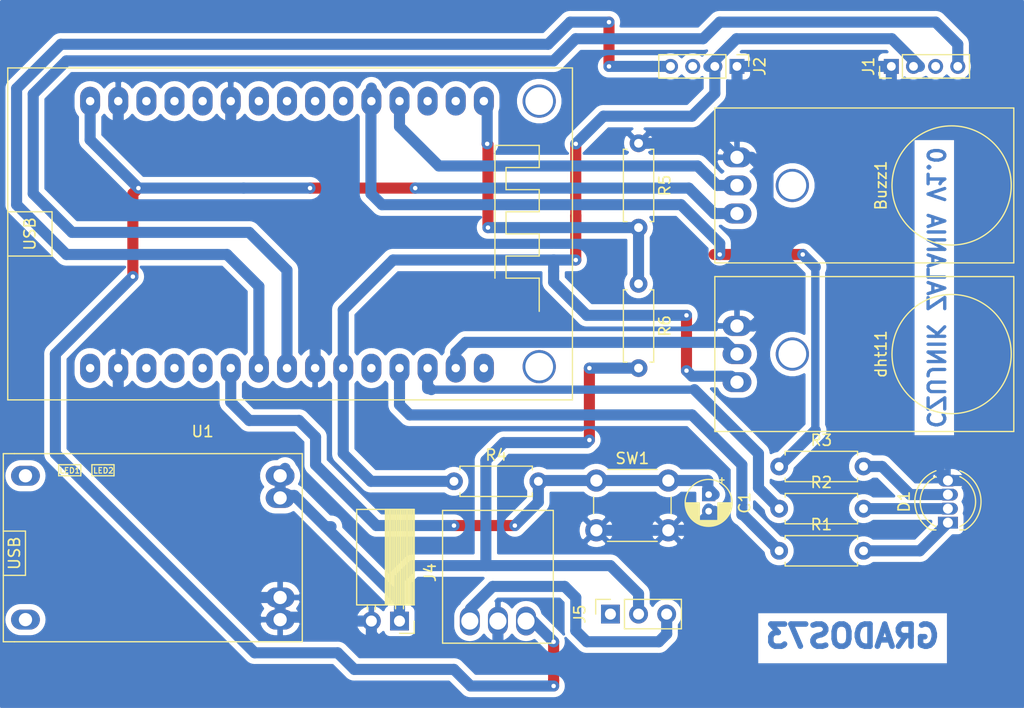
<source format=kicad_pcb>
(kicad_pcb (version 20171130) (host pcbnew "(5.1.8)-1")

  (general
    (thickness 1.6)
    (drawings 2)
    (tracks 273)
    (zones 0)
    (modules 18)
    (nets 37)
  )

  (page A4)
  (layers
    (0 F.Cu signal hide)
    (31 B.Cu signal)
    (32 B.Adhes user)
    (33 F.Adhes user)
    (34 B.Paste user)
    (35 F.Paste user)
    (36 B.SilkS user)
    (37 F.SilkS user)
    (38 B.Mask user)
    (39 F.Mask user)
    (40 Dwgs.User user)
    (41 Cmts.User user)
    (42 Eco1.User user)
    (43 Eco2.User user)
    (44 Edge.Cuts user)
    (45 Margin user)
    (46 B.CrtYd user)
    (47 F.CrtYd user)
    (48 B.Fab user)
    (49 F.Fab user)
  )

  (setup
    (last_trace_width 0.5)
    (user_trace_width 0.5)
    (user_trace_width 0.75)
    (user_trace_width 1)
    (trace_clearance 0.2)
    (zone_clearance 0.508)
    (zone_45_only no)
    (trace_min 0.2)
    (via_size 0.8)
    (via_drill 0.4)
    (via_min_size 0.4)
    (via_min_drill 0.3)
    (uvia_size 0.3)
    (uvia_drill 0.1)
    (uvias_allowed no)
    (uvia_min_size 0.2)
    (uvia_min_drill 0.1)
    (edge_width 0.05)
    (segment_width 0.2)
    (pcb_text_width 0.3)
    (pcb_text_size 1.5 1.5)
    (mod_edge_width 0.12)
    (mod_text_size 1 1)
    (mod_text_width 0.15)
    (pad_size 1.524 1.524)
    (pad_drill 0.762)
    (pad_to_mask_clearance 0)
    (aux_axis_origin 0 0)
    (visible_elements 7FFFFFFF)
    (pcbplotparams
      (layerselection 0x010fc_ffffffff)
      (usegerberextensions false)
      (usegerberattributes true)
      (usegerberadvancedattributes true)
      (creategerberjobfile true)
      (excludeedgelayer true)
      (linewidth 0.100000)
      (plotframeref false)
      (viasonmask false)
      (mode 1)
      (useauxorigin false)
      (hpglpennumber 1)
      (hpglpenspeed 20)
      (hpglpendiameter 15.000000)
      (psnegative false)
      (psa4output false)
      (plotreference true)
      (plotvalue true)
      (plotinvisibletext false)
      (padsonsilk false)
      (subtractmaskfromsilk false)
      (outputformat 1)
      (mirror false)
      (drillshape 1)
      (scaleselection 1)
      (outputdirectory ""))
  )

  (net 0 "")
  (net 1 "Net-(Buzz1-Pad2)")
  (net 2 "Net-(C1-Pad1)")
  (net 3 "Net-(D1-Pad1)")
  (net 4 "Net-(D1-Pad2)")
  (net 5 "Net-(D1-Pad3)")
  (net 6 "Net-(ESP1-Pad1)")
  (net 7 "Net-(ESP1-Pad2)")
  (net 8 "Net-(ESP1-Pad3)")
  (net 9 "Net-(ESP1-Pad5)")
  (net 10 "Net-(ESP1-Pad6)")
  (net 11 "Net-(ESP1-Pad7)")
  (net 12 "Net-(ESP1-Pad8)")
  (net 13 "Net-(ESP1-Pad9)")
  (net 14 "Net-(ESP1-Pad11)")
  (net 15 "Net-(ESP1-Pad12)")
  (net 16 "Net-(ESP1-Pad13)")
  (net 17 "Net-(ESP1-Pad18)")
  (net 18 "Net-(ESP1-Pad19)")
  (net 19 "Net-(ESP1-Pad20)")
  (net 20 "Net-(ESP1-Pad22)")
  (net 21 "Net-(ESP1-Pad23)")
  (net 22 "Net-(ESP1-Pad26)")
  (net 23 "Net-(ESP1-Pad27)")
  (net 24 "Net-(ESP1-Pad28)")
  (net 25 "Net-(ESP1-Pad29)")
  (net 26 "Net-(ESP1-Pad30)")
  (net 27 "Net-(J1-Pad3)")
  (net 28 "Net-(J2-Pad3)")
  (net 29 "Net-(J4-Pad1)")
  (net 30 "Net-(J5-Pad1)")
  (net 31 "Net-(J5-Pad3)")
  (net 32 "Net-(U1-Pad5)")
  (net 33 "Net-(U1-Pad6)")
  (net 34 GND)
  (net 35 +5V)
  (net 36 +3V3)

  (net_class Default "This is the default net class."
    (clearance 0.2)
    (trace_width 0.5)
    (via_dia 0.8)
    (via_drill 0.4)
    (uvia_dia 0.3)
    (uvia_drill 0.1)
    (add_net +3V3)
    (add_net +5V)
    (add_net GND)
    (add_net "Net-(Buzz1-Pad2)")
    (add_net "Net-(C1-Pad1)")
    (add_net "Net-(D1-Pad1)")
    (add_net "Net-(D1-Pad2)")
    (add_net "Net-(D1-Pad3)")
    (add_net "Net-(ESP1-Pad1)")
    (add_net "Net-(ESP1-Pad11)")
    (add_net "Net-(ESP1-Pad12)")
    (add_net "Net-(ESP1-Pad13)")
    (add_net "Net-(ESP1-Pad18)")
    (add_net "Net-(ESP1-Pad19)")
    (add_net "Net-(ESP1-Pad2)")
    (add_net "Net-(ESP1-Pad20)")
    (add_net "Net-(ESP1-Pad22)")
    (add_net "Net-(ESP1-Pad23)")
    (add_net "Net-(ESP1-Pad26)")
    (add_net "Net-(ESP1-Pad27)")
    (add_net "Net-(ESP1-Pad28)")
    (add_net "Net-(ESP1-Pad29)")
    (add_net "Net-(ESP1-Pad3)")
    (add_net "Net-(ESP1-Pad30)")
    (add_net "Net-(ESP1-Pad5)")
    (add_net "Net-(ESP1-Pad6)")
    (add_net "Net-(ESP1-Pad7)")
    (add_net "Net-(ESP1-Pad8)")
    (add_net "Net-(ESP1-Pad9)")
    (add_net "Net-(J1-Pad3)")
    (add_net "Net-(J2-Pad3)")
    (add_net "Net-(J4-Pad1)")
    (add_net "Net-(J5-Pad1)")
    (add_net "Net-(J5-Pad3)")
    (add_net "Net-(U1-Pad5)")
    (add_net "Net-(U1-Pad6)")
  )

  (net_class zasilanie ""
    (clearance 0.4)
    (trace_width 0.75)
    (via_dia 0.8)
    (via_drill 0.4)
    (uvia_dia 0.3)
    (uvia_drill 0.1)
  )

  (module Connector_PinHeader_2.00mm:PinHeader_1x04_P2.00mm_Vertical (layer F.Cu) (tedit 59FED667) (tstamp 5FB868D3)
    (at 99.06 101 270)
    (descr "Through hole straight pin header, 1x04, 2.00mm pitch, single row")
    (tags "Through hole pin header THT 1x04 2.00mm single row")
    (path /5FB73C5B)
    (fp_text reference J2 (at 0 -2.06 90) (layer F.SilkS)
      (effects (font (size 1 1) (thickness 0.15)))
    )
    (fp_text value czujnik2 (at 0 8.06 90) (layer F.Fab)
      (effects (font (size 1 1) (thickness 0.15)))
    )
    (fp_line (start 1.5 -1.5) (end -1.5 -1.5) (layer F.CrtYd) (width 0.05))
    (fp_line (start 1.5 7.5) (end 1.5 -1.5) (layer F.CrtYd) (width 0.05))
    (fp_line (start -1.5 7.5) (end 1.5 7.5) (layer F.CrtYd) (width 0.05))
    (fp_line (start -1.5 -1.5) (end -1.5 7.5) (layer F.CrtYd) (width 0.05))
    (fp_line (start -1.06 -1.06) (end 0 -1.06) (layer F.SilkS) (width 0.12))
    (fp_line (start -1.06 0) (end -1.06 -1.06) (layer F.SilkS) (width 0.12))
    (fp_line (start -1.06 1) (end 1.06 1) (layer F.SilkS) (width 0.12))
    (fp_line (start 1.06 1) (end 1.06 7.06) (layer F.SilkS) (width 0.12))
    (fp_line (start -1.06 1) (end -1.06 7.06) (layer F.SilkS) (width 0.12))
    (fp_line (start -1.06 7.06) (end 1.06 7.06) (layer F.SilkS) (width 0.12))
    (fp_line (start -1 -0.5) (end -0.5 -1) (layer F.Fab) (width 0.1))
    (fp_line (start -1 7) (end -1 -0.5) (layer F.Fab) (width 0.1))
    (fp_line (start 1 7) (end -1 7) (layer F.Fab) (width 0.1))
    (fp_line (start 1 -1) (end 1 7) (layer F.Fab) (width 0.1))
    (fp_line (start -0.5 -1) (end 1 -1) (layer F.Fab) (width 0.1))
    (fp_text user %R (at 0 3) (layer F.Fab)
      (effects (font (size 1 1) (thickness 0.15)))
    )
    (pad 4 thru_hole oval (at 0 6 270) (size 1.35 1.35) (drill 0.8) (layers *.Cu *.Mask)
      (net 20 "Net-(ESP1-Pad22)"))
    (pad 3 thru_hole oval (at 0 4 270) (size 1.35 1.35) (drill 0.8) (layers *.Cu *.Mask)
      (net 28 "Net-(J2-Pad3)"))
    (pad 2 thru_hole oval (at 0 2 270) (size 1.35 1.35) (drill 0.8) (layers *.Cu *.Mask)
      (net 36 +3V3))
    (pad 1 thru_hole rect (at 0 0 270) (size 1.35 1.35) (drill 0.8) (layers *.Cu *.Mask)
      (net 34 GND))
    (model ${KISYS3DMOD}/Connector_PinHeader_2.00mm.3dshapes/PinHeader_1x04_P2.00mm_Vertical.wrl
      (at (xyz 0 0 0))
      (scale (xyz 1 1 1))
      (rotate (xyz 0 0 0))
    )
  )

  (module Connector_PinHeader_2.00mm:PinHeader_1x04_P2.00mm_Vertical (layer F.Cu) (tedit 59FED667) (tstamp 5FB868BC)
    (at 113 101 90)
    (descr "Through hole straight pin header, 1x04, 2.00mm pitch, single row")
    (tags "Through hole pin header THT 1x04 2.00mm single row")
    (path /5FB728BE)
    (fp_text reference J1 (at 0 -2.06 90) (layer F.SilkS)
      (effects (font (size 1 1) (thickness 0.15)))
    )
    (fp_text value czujnik1 (at 0 8.06 90) (layer F.Fab)
      (effects (font (size 1 1) (thickness 0.15)))
    )
    (fp_line (start 1.5 -1.5) (end -1.5 -1.5) (layer F.CrtYd) (width 0.05))
    (fp_line (start 1.5 7.5) (end 1.5 -1.5) (layer F.CrtYd) (width 0.05))
    (fp_line (start -1.5 7.5) (end 1.5 7.5) (layer F.CrtYd) (width 0.05))
    (fp_line (start -1.5 -1.5) (end -1.5 7.5) (layer F.CrtYd) (width 0.05))
    (fp_line (start -1.06 -1.06) (end 0 -1.06) (layer F.SilkS) (width 0.12))
    (fp_line (start -1.06 0) (end -1.06 -1.06) (layer F.SilkS) (width 0.12))
    (fp_line (start -1.06 1) (end 1.06 1) (layer F.SilkS) (width 0.12))
    (fp_line (start 1.06 1) (end 1.06 7.06) (layer F.SilkS) (width 0.12))
    (fp_line (start -1.06 1) (end -1.06 7.06) (layer F.SilkS) (width 0.12))
    (fp_line (start -1.06 7.06) (end 1.06 7.06) (layer F.SilkS) (width 0.12))
    (fp_line (start -1 -0.5) (end -0.5 -1) (layer F.Fab) (width 0.1))
    (fp_line (start -1 7) (end -1 -0.5) (layer F.Fab) (width 0.1))
    (fp_line (start 1 7) (end -1 7) (layer F.Fab) (width 0.1))
    (fp_line (start 1 -1) (end 1 7) (layer F.Fab) (width 0.1))
    (fp_line (start -0.5 -1) (end 1 -1) (layer F.Fab) (width 0.1))
    (fp_text user %R (at 0 3) (layer F.Fab)
      (effects (font (size 1 1) (thickness 0.15)))
    )
    (pad 4 thru_hole oval (at 0 6 90) (size 1.35 1.35) (drill 0.8) (layers *.Cu *.Mask)
      (net 21 "Net-(ESP1-Pad23)"))
    (pad 3 thru_hole oval (at 0 4 90) (size 1.35 1.35) (drill 0.8) (layers *.Cu *.Mask)
      (net 27 "Net-(J1-Pad3)"))
    (pad 2 thru_hole oval (at 0 2 90) (size 1.35 1.35) (drill 0.8) (layers *.Cu *.Mask)
      (net 36 +3V3))
    (pad 1 thru_hole rect (at 0 0 90) (size 1.35 1.35) (drill 0.8) (layers *.Cu *.Mask)
      (net 34 GND))
    (model ${KISYS3DMOD}/Connector_PinHeader_2.00mm.3dshapes/PinHeader_1x04_P2.00mm_Vertical.wrl
      (at (xyz 0 0 0))
      (scale (xyz 1 1 1))
      (rotate (xyz 0 0 0))
    )
  )

  (module grados73:buzzer_z_gen (layer F.Cu) (tedit 5FB6AC3B) (tstamp 5FB7AAA4)
    (at 99.06 111.76 270)
    (path /5FB6C5F0)
    (fp_text reference Buzz1 (at 0 -13 90) (layer F.SilkS)
      (effects (font (size 1 1) (thickness 0.15)))
    )
    (fp_text value buzzer_z_gen (at 0 -27 90) (layer F.Fab)
      (effects (font (size 1 1) (thickness 0.15)))
    )
    (fp_line (start -7 2) (end 7 2) (layer F.SilkS) (width 0.12))
    (fp_line (start 7 2) (end 7 -25) (layer F.SilkS) (width 0.12))
    (fp_line (start 7 -25) (end -7 -25) (layer F.SilkS) (width 0.12))
    (fp_line (start -7 -25) (end -7 2) (layer F.SilkS) (width 0.12))
    (fp_circle (center 0 -19.385164) (end -5 -21.385164) (layer F.SilkS) (width 0.12))
    (pad 1 thru_hole oval (at -2.54 0 270) (size 1.8 2.6) (drill 1.2) (layers *.Cu *.Mask)
      (net 34 GND))
    (pad 2 thru_hole oval (at 0 0 270) (size 1.8 2.6) (drill 1.2) (layers *.Cu *.Mask)
      (net 1 "Net-(Buzz1-Pad2)"))
    (pad 3 thru_hole oval (at 2.54 0 270) (size 1.8 2.6) (drill 1.2) (layers *.Cu *.Mask)
      (net 35 +5V))
    (pad 0 thru_hole circle (at 0 -5 270) (size 3 3) (drill 2.5) (layers *.Cu *.Mask))
  )

  (module grados73:ładowarka_LiPol_charger (layer F.Cu) (tedit 5FB6B4AC) (tstamp 5FB7ACBC)
    (at 50.8 145)
    (path /5FB7113F)
    (fp_text reference U1 (at 0 -11) (layer F.SilkS)
      (effects (font (size 1 1) (thickness 0.15)))
    )
    (fp_text value ładowarka_LiPol_charger (at 0 -13) (layer F.Fab)
      (effects (font (size 1 1) (thickness 0.15)))
    )
    (fp_line (start -18 -9) (end -18 8) (layer F.SilkS) (width 0.12))
    (fp_line (start -17 8) (end 9 8) (layer F.SilkS) (width 0.12))
    (fp_line (start 9 8) (end 9 -9) (layer F.SilkS) (width 0.12))
    (fp_line (start 9 -9) (end -17 -9) (layer F.SilkS) (width 0.12))
    (fp_line (start -17 8) (end -18 8) (layer F.SilkS) (width 0.12))
    (fp_line (start -17 -9) (end -18 -9) (layer F.SilkS) (width 0.12))
    (fp_line (start -18 -2) (end -16 -2) (layer F.SilkS) (width 0.12))
    (fp_line (start -16 -2) (end -16 2) (layer F.SilkS) (width 0.12))
    (fp_line (start -16 2) (end -18 2) (layer F.SilkS) (width 0.12))
    (fp_line (start -13 -8) (end -13 -7) (layer F.SilkS) (width 0.12))
    (fp_line (start -13 -7) (end -11 -7) (layer F.SilkS) (width 0.12))
    (fp_line (start -11 -7) (end -11 -8) (layer F.SilkS) (width 0.12))
    (fp_line (start -11 -8) (end -13 -8) (layer F.SilkS) (width 0.12))
    (fp_line (start -10 -8) (end -10 -7) (layer F.SilkS) (width 0.12))
    (fp_line (start -10 -7) (end -8 -7) (layer F.SilkS) (width 0.12))
    (fp_line (start -8 -7) (end -8 -8) (layer F.SilkS) (width 0.12))
    (fp_line (start -8 -8) (end -10 -8) (layer F.SilkS) (width 0.12))
    (fp_text user USB (at -17 0 90) (layer F.SilkS)
      (effects (font (size 1 1) (thickness 0.15)))
    )
    (fp_text user LED1 (at -12 -7.47) (layer F.SilkS)
      (effects (font (size 0.5 0.5) (thickness 0.1)))
    )
    (fp_text user LED2 (at -8.96 -7.47) (layer F.SilkS)
      (effects (font (size 0.5 0.5) (thickness 0.1)))
    )
    (pad 1 thru_hole oval (at 7 -7) (size 2.6 1.8) (drill 1.2) (layers *.Cu *.Mask)
      (net 29 "Net-(J4-Pad1)"))
    (pad 2 thru_hole oval (at 7 -5) (size 2.6 1.8) (drill 1.2) (layers *.Cu *.Mask)
      (net 29 "Net-(J4-Pad1)"))
    (pad 3 thru_hole oval (at 7 6) (size 2.6 1.8) (drill 1.2) (layers *.Cu *.Mask)
      (net 34 GND))
    (pad 4 thru_hole oval (at 7 4) (size 2.6 1.8) (drill 1.2) (layers *.Cu *.Mask)
      (net 34 GND))
    (pad 5 thru_hole oval (at -16 6) (size 2.6 1.8) (drill 1.2) (layers *.Cu *.Mask)
      (net 32 "Net-(U1-Pad5)"))
    (pad 6 thru_hole oval (at -16 -7) (size 2.6 1.8) (drill 1.2) (layers *.Cu *.Mask)
      (net 33 "Net-(U1-Pad6)"))
  )

  (module Button_Switch_THT:SW_PUSH_6mm_H5mm (layer F.Cu) (tedit 5FB7A8B5) (tstamp 5FB7AC9E)
    (at 86.36 138.43)
    (descr "tactile push button, 6x6mm e.g. PHAP33xx series, height=5mm")
    (tags "tact sw push 6mm")
    (path /5FB7B9AB)
    (fp_text reference SW1 (at 3.25 -2) (layer F.SilkS)
      (effects (font (size 1 1) (thickness 0.15)))
    )
    (fp_text value usser_button (at 3.75 6.7) (layer F.Fab)
      (effects (font (size 1 1) (thickness 0.15)))
    )
    (fp_line (start 3.25 -0.75) (end 6.25 -0.75) (layer F.Fab) (width 0.1))
    (fp_line (start 6.25 -0.75) (end 6.25 5.25) (layer F.Fab) (width 0.1))
    (fp_line (start 6.25 5.25) (end 0.25 5.25) (layer F.Fab) (width 0.1))
    (fp_line (start 0.25 5.25) (end 0.25 -0.75) (layer F.Fab) (width 0.1))
    (fp_line (start 0.25 -0.75) (end 3.25 -0.75) (layer F.Fab) (width 0.1))
    (fp_line (start 7.75 6) (end 8 6) (layer F.CrtYd) (width 0.05))
    (fp_line (start 8 6) (end 8 5.75) (layer F.CrtYd) (width 0.05))
    (fp_line (start 7.75 -1.5) (end 8 -1.5) (layer F.CrtYd) (width 0.05))
    (fp_line (start 8 -1.5) (end 8 -1.25) (layer F.CrtYd) (width 0.05))
    (fp_line (start -1.5 -1.25) (end -1.5 -1.5) (layer F.CrtYd) (width 0.05))
    (fp_line (start -1.5 -1.5) (end -1.25 -1.5) (layer F.CrtYd) (width 0.05))
    (fp_line (start -1.5 5.75) (end -1.5 6) (layer F.CrtYd) (width 0.05))
    (fp_line (start -1.5 6) (end -1.25 6) (layer F.CrtYd) (width 0.05))
    (fp_line (start -1.25 -1.5) (end 7.75 -1.5) (layer F.CrtYd) (width 0.05))
    (fp_line (start -1.5 5.75) (end -1.5 -1.25) (layer F.CrtYd) (width 0.05))
    (fp_line (start 7.75 6) (end -1.25 6) (layer F.CrtYd) (width 0.05))
    (fp_line (start 8 -1.25) (end 8 5.75) (layer F.CrtYd) (width 0.05))
    (fp_line (start 1 5.5) (end 5.5 5.5) (layer F.SilkS) (width 0.12))
    (fp_line (start -0.25 1.5) (end -0.25 3) (layer F.SilkS) (width 0.12))
    (fp_line (start 5.5 -1) (end 1 -1) (layer F.SilkS) (width 0.12))
    (fp_line (start 6.75 3) (end 6.75 1.5) (layer F.SilkS) (width 0.12))
    (fp_circle (center 3.25 2.25) (end 1.25 2.5) (layer F.Fab) (width 0.1))
    (fp_text user %R (at 3.25 2.25) (layer F.Fab)
      (effects (font (size 1 1) (thickness 0.15)))
    )
    (pad 3 thru_hole circle (at 0 4.5 90) (size 2 2) (drill 1.1) (layers *.Cu *.Mask)
      (net 34 GND))
    (pad 1 thru_hole circle (at 0 0 90) (size 2 2) (drill 1.1) (layers *.Cu *.Mask)
      (net 2 "Net-(C1-Pad1)"))
    (pad 4 thru_hole circle (at 6.5 4.5 90) (size 2 2) (drill 1.1) (layers *.Cu *.Mask)
      (net 34 GND))
    (pad 2 thru_hole circle (at 6.5 0 90) (size 2 2) (drill 1.1) (layers *.Cu *.Mask)
      (net 2 "Net-(C1-Pad1)"))
    (model ${KISYS3DMOD}/Button_Switch_THT.3dshapes/SW_PUSH_6mm_H5mm.wrl
      (at (xyz 0 0 0))
      (scale (xyz 1 1 1))
      (rotate (xyz 0 0 0))
    )
  )

  (module grados73:buzzer_z_gen (layer F.Cu) (tedit 5FB6AC3B) (tstamp 5FB7C088)
    (at 99.06 127 270)
    (path /5FD45EF5)
    (fp_text reference dht11 (at 0 -13 90) (layer F.SilkS)
      (effects (font (size 1 1) (thickness 0.15)))
    )
    (fp_text value dht11 (at 0 -27 90) (layer F.Fab)
      (effects (font (size 1 1) (thickness 0.15)))
    )
    (fp_circle (center 0 -19.385164) (end -5 -21.385164) (layer F.SilkS) (width 0.12))
    (fp_line (start -7 -25) (end -7 2) (layer F.SilkS) (width 0.12))
    (fp_line (start 7 -25) (end -7 -25) (layer F.SilkS) (width 0.12))
    (fp_line (start 7 2) (end 7 -25) (layer F.SilkS) (width 0.12))
    (fp_line (start -7 2) (end 7 2) (layer F.SilkS) (width 0.12))
    (pad 0 thru_hole circle (at 0 -5 270) (size 3 3) (drill 2.5) (layers *.Cu *.Mask))
    (pad 3 thru_hole oval (at 2.54 0 270) (size 1.8 2.6) (drill 1.2) (layers *.Cu *.Mask)
      (net 36 +3V3))
    (pad 2 thru_hole oval (at 0 0 270) (size 1.8 2.6) (drill 1.2) (layers *.Cu *.Mask)
      (net 25 "Net-(ESP1-Pad29)"))
    (pad 1 thru_hole oval (at -2.54 0 270) (size 1.8 2.6) (drill 1.2) (layers *.Cu *.Mask)
      (net 34 GND))
  )

  (module Capacitor_THT:CP_Radial_D4.0mm_P1.50mm (layer F.Cu) (tedit 5AE50EF0) (tstamp 5FB7AB0F)
    (at 96.5 139.7 270)
    (descr "CP, Radial series, Radial, pin pitch=1.50mm, , diameter=4mm, Electrolytic Capacitor")
    (tags "CP Radial series Radial pin pitch 1.50mm  diameter 4mm Electrolytic Capacitor")
    (path /5FC01ED5)
    (fp_text reference C1 (at 0.75 -3.25 90) (layer F.SilkS)
      (effects (font (size 1 1) (thickness 0.15)))
    )
    (fp_text value 100nF (at 0.75 3.25 90) (layer F.Fab)
      (effects (font (size 1 1) (thickness 0.15)))
    )
    (fp_circle (center 0.75 0) (end 2.75 0) (layer F.Fab) (width 0.1))
    (fp_circle (center 0.75 0) (end 2.87 0) (layer F.SilkS) (width 0.12))
    (fp_circle (center 0.75 0) (end 3 0) (layer F.CrtYd) (width 0.05))
    (fp_line (start -0.952554 -0.8675) (end -0.552554 -0.8675) (layer F.Fab) (width 0.1))
    (fp_line (start -0.752554 -1.0675) (end -0.752554 -0.6675) (layer F.Fab) (width 0.1))
    (fp_line (start 0.75 0.84) (end 0.75 2.08) (layer F.SilkS) (width 0.12))
    (fp_line (start 0.75 -2.08) (end 0.75 -0.84) (layer F.SilkS) (width 0.12))
    (fp_line (start 0.79 0.84) (end 0.79 2.08) (layer F.SilkS) (width 0.12))
    (fp_line (start 0.79 -2.08) (end 0.79 -0.84) (layer F.SilkS) (width 0.12))
    (fp_line (start 0.83 0.84) (end 0.83 2.079) (layer F.SilkS) (width 0.12))
    (fp_line (start 0.83 -2.079) (end 0.83 -0.84) (layer F.SilkS) (width 0.12))
    (fp_line (start 0.87 -2.077) (end 0.87 -0.84) (layer F.SilkS) (width 0.12))
    (fp_line (start 0.87 0.84) (end 0.87 2.077) (layer F.SilkS) (width 0.12))
    (fp_line (start 0.91 -2.074) (end 0.91 -0.84) (layer F.SilkS) (width 0.12))
    (fp_line (start 0.91 0.84) (end 0.91 2.074) (layer F.SilkS) (width 0.12))
    (fp_line (start 0.95 -2.071) (end 0.95 -0.84) (layer F.SilkS) (width 0.12))
    (fp_line (start 0.95 0.84) (end 0.95 2.071) (layer F.SilkS) (width 0.12))
    (fp_line (start 0.99 -2.067) (end 0.99 -0.84) (layer F.SilkS) (width 0.12))
    (fp_line (start 0.99 0.84) (end 0.99 2.067) (layer F.SilkS) (width 0.12))
    (fp_line (start 1.03 -2.062) (end 1.03 -0.84) (layer F.SilkS) (width 0.12))
    (fp_line (start 1.03 0.84) (end 1.03 2.062) (layer F.SilkS) (width 0.12))
    (fp_line (start 1.07 -2.056) (end 1.07 -0.84) (layer F.SilkS) (width 0.12))
    (fp_line (start 1.07 0.84) (end 1.07 2.056) (layer F.SilkS) (width 0.12))
    (fp_line (start 1.11 -2.05) (end 1.11 -0.84) (layer F.SilkS) (width 0.12))
    (fp_line (start 1.11 0.84) (end 1.11 2.05) (layer F.SilkS) (width 0.12))
    (fp_line (start 1.15 -2.042) (end 1.15 -0.84) (layer F.SilkS) (width 0.12))
    (fp_line (start 1.15 0.84) (end 1.15 2.042) (layer F.SilkS) (width 0.12))
    (fp_line (start 1.19 -2.034) (end 1.19 -0.84) (layer F.SilkS) (width 0.12))
    (fp_line (start 1.19 0.84) (end 1.19 2.034) (layer F.SilkS) (width 0.12))
    (fp_line (start 1.23 -2.025) (end 1.23 -0.84) (layer F.SilkS) (width 0.12))
    (fp_line (start 1.23 0.84) (end 1.23 2.025) (layer F.SilkS) (width 0.12))
    (fp_line (start 1.27 -2.016) (end 1.27 -0.84) (layer F.SilkS) (width 0.12))
    (fp_line (start 1.27 0.84) (end 1.27 2.016) (layer F.SilkS) (width 0.12))
    (fp_line (start 1.31 -2.005) (end 1.31 -0.84) (layer F.SilkS) (width 0.12))
    (fp_line (start 1.31 0.84) (end 1.31 2.005) (layer F.SilkS) (width 0.12))
    (fp_line (start 1.35 -1.994) (end 1.35 -0.84) (layer F.SilkS) (width 0.12))
    (fp_line (start 1.35 0.84) (end 1.35 1.994) (layer F.SilkS) (width 0.12))
    (fp_line (start 1.39 -1.982) (end 1.39 -0.84) (layer F.SilkS) (width 0.12))
    (fp_line (start 1.39 0.84) (end 1.39 1.982) (layer F.SilkS) (width 0.12))
    (fp_line (start 1.43 -1.968) (end 1.43 -0.84) (layer F.SilkS) (width 0.12))
    (fp_line (start 1.43 0.84) (end 1.43 1.968) (layer F.SilkS) (width 0.12))
    (fp_line (start 1.471 -1.954) (end 1.471 -0.84) (layer F.SilkS) (width 0.12))
    (fp_line (start 1.471 0.84) (end 1.471 1.954) (layer F.SilkS) (width 0.12))
    (fp_line (start 1.511 -1.94) (end 1.511 -0.84) (layer F.SilkS) (width 0.12))
    (fp_line (start 1.511 0.84) (end 1.511 1.94) (layer F.SilkS) (width 0.12))
    (fp_line (start 1.551 -1.924) (end 1.551 -0.84) (layer F.SilkS) (width 0.12))
    (fp_line (start 1.551 0.84) (end 1.551 1.924) (layer F.SilkS) (width 0.12))
    (fp_line (start 1.591 -1.907) (end 1.591 -0.84) (layer F.SilkS) (width 0.12))
    (fp_line (start 1.591 0.84) (end 1.591 1.907) (layer F.SilkS) (width 0.12))
    (fp_line (start 1.631 -1.889) (end 1.631 -0.84) (layer F.SilkS) (width 0.12))
    (fp_line (start 1.631 0.84) (end 1.631 1.889) (layer F.SilkS) (width 0.12))
    (fp_line (start 1.671 -1.87) (end 1.671 -0.84) (layer F.SilkS) (width 0.12))
    (fp_line (start 1.671 0.84) (end 1.671 1.87) (layer F.SilkS) (width 0.12))
    (fp_line (start 1.711 -1.851) (end 1.711 -0.84) (layer F.SilkS) (width 0.12))
    (fp_line (start 1.711 0.84) (end 1.711 1.851) (layer F.SilkS) (width 0.12))
    (fp_line (start 1.751 -1.83) (end 1.751 -0.84) (layer F.SilkS) (width 0.12))
    (fp_line (start 1.751 0.84) (end 1.751 1.83) (layer F.SilkS) (width 0.12))
    (fp_line (start 1.791 -1.808) (end 1.791 -0.84) (layer F.SilkS) (width 0.12))
    (fp_line (start 1.791 0.84) (end 1.791 1.808) (layer F.SilkS) (width 0.12))
    (fp_line (start 1.831 -1.785) (end 1.831 -0.84) (layer F.SilkS) (width 0.12))
    (fp_line (start 1.831 0.84) (end 1.831 1.785) (layer F.SilkS) (width 0.12))
    (fp_line (start 1.871 -1.76) (end 1.871 -0.84) (layer F.SilkS) (width 0.12))
    (fp_line (start 1.871 0.84) (end 1.871 1.76) (layer F.SilkS) (width 0.12))
    (fp_line (start 1.911 -1.735) (end 1.911 -0.84) (layer F.SilkS) (width 0.12))
    (fp_line (start 1.911 0.84) (end 1.911 1.735) (layer F.SilkS) (width 0.12))
    (fp_line (start 1.951 -1.708) (end 1.951 -0.84) (layer F.SilkS) (width 0.12))
    (fp_line (start 1.951 0.84) (end 1.951 1.708) (layer F.SilkS) (width 0.12))
    (fp_line (start 1.991 -1.68) (end 1.991 -0.84) (layer F.SilkS) (width 0.12))
    (fp_line (start 1.991 0.84) (end 1.991 1.68) (layer F.SilkS) (width 0.12))
    (fp_line (start 2.031 -1.65) (end 2.031 -0.84) (layer F.SilkS) (width 0.12))
    (fp_line (start 2.031 0.84) (end 2.031 1.65) (layer F.SilkS) (width 0.12))
    (fp_line (start 2.071 -1.619) (end 2.071 -0.84) (layer F.SilkS) (width 0.12))
    (fp_line (start 2.071 0.84) (end 2.071 1.619) (layer F.SilkS) (width 0.12))
    (fp_line (start 2.111 -1.587) (end 2.111 -0.84) (layer F.SilkS) (width 0.12))
    (fp_line (start 2.111 0.84) (end 2.111 1.587) (layer F.SilkS) (width 0.12))
    (fp_line (start 2.151 -1.552) (end 2.151 -0.84) (layer F.SilkS) (width 0.12))
    (fp_line (start 2.151 0.84) (end 2.151 1.552) (layer F.SilkS) (width 0.12))
    (fp_line (start 2.191 -1.516) (end 2.191 -0.84) (layer F.SilkS) (width 0.12))
    (fp_line (start 2.191 0.84) (end 2.191 1.516) (layer F.SilkS) (width 0.12))
    (fp_line (start 2.231 -1.478) (end 2.231 -0.84) (layer F.SilkS) (width 0.12))
    (fp_line (start 2.231 0.84) (end 2.231 1.478) (layer F.SilkS) (width 0.12))
    (fp_line (start 2.271 -1.438) (end 2.271 -0.84) (layer F.SilkS) (width 0.12))
    (fp_line (start 2.271 0.84) (end 2.271 1.438) (layer F.SilkS) (width 0.12))
    (fp_line (start 2.311 -1.396) (end 2.311 -0.84) (layer F.SilkS) (width 0.12))
    (fp_line (start 2.311 0.84) (end 2.311 1.396) (layer F.SilkS) (width 0.12))
    (fp_line (start 2.351 -1.351) (end 2.351 1.351) (layer F.SilkS) (width 0.12))
    (fp_line (start 2.391 -1.304) (end 2.391 1.304) (layer F.SilkS) (width 0.12))
    (fp_line (start 2.431 -1.254) (end 2.431 1.254) (layer F.SilkS) (width 0.12))
    (fp_line (start 2.471 -1.2) (end 2.471 1.2) (layer F.SilkS) (width 0.12))
    (fp_line (start 2.511 -1.142) (end 2.511 1.142) (layer F.SilkS) (width 0.12))
    (fp_line (start 2.551 -1.08) (end 2.551 1.08) (layer F.SilkS) (width 0.12))
    (fp_line (start 2.591 -1.013) (end 2.591 1.013) (layer F.SilkS) (width 0.12))
    (fp_line (start 2.631 -0.94) (end 2.631 0.94) (layer F.SilkS) (width 0.12))
    (fp_line (start 2.671 -0.859) (end 2.671 0.859) (layer F.SilkS) (width 0.12))
    (fp_line (start 2.711 -0.768) (end 2.711 0.768) (layer F.SilkS) (width 0.12))
    (fp_line (start 2.751 -0.664) (end 2.751 0.664) (layer F.SilkS) (width 0.12))
    (fp_line (start 2.791 -0.537) (end 2.791 0.537) (layer F.SilkS) (width 0.12))
    (fp_line (start 2.831 -0.37) (end 2.831 0.37) (layer F.SilkS) (width 0.12))
    (fp_line (start -1.519801 -1.195) (end -1.119801 -1.195) (layer F.SilkS) (width 0.12))
    (fp_line (start -1.319801 -1.395) (end -1.319801 -0.995) (layer F.SilkS) (width 0.12))
    (fp_text user %R (at 0.75 0 90) (layer F.Fab)
      (effects (font (size 0.8 0.8) (thickness 0.12)))
    )
    (pad 1 thru_hole rect (at 0 0 270) (size 1.2 1.2) (drill 0.6) (layers *.Cu *.Mask)
      (net 2 "Net-(C1-Pad1)"))
    (pad 2 thru_hole circle (at 1.5 0 270) (size 1.2 1.2) (drill 0.6) (layers *.Cu *.Mask)
      (net 34 GND))
    (model ${KISYS3DMOD}/Capacitor_THT.3dshapes/CP_Radial_D4.0mm_P1.50mm.wrl
      (at (xyz 0 0 0))
      (scale (xyz 1 1 1))
      (rotate (xyz 0 0 0))
    )
  )

  (module LED_THT:LED_D5.0mm-4_RGB (layer F.Cu) (tedit 5B74EEBE) (tstamp 5FB7AB25)
    (at 118.11 142.24 90)
    (descr "LED, diameter 5.0mm, 2 pins, diameter 5.0mm, 3 pins, diameter 5.0mm, 4 pins, http://www.kingbright.com/attachments/file/psearch/000/00/00/L-154A4SUREQBFZGEW(Ver.9A).pdf")
    (tags "LED diameter 5.0mm 2 pins diameter 5.0mm 3 pins diameter 5.0mm 4 pins RGB RGBLED")
    (path /5FB76B59)
    (fp_text reference D1 (at 1.905 -3.96 90) (layer F.SilkS)
      (effects (font (size 1 1) (thickness 0.15)))
    )
    (fp_text value LED_RGBC (at 1.905 3.96 90) (layer F.Fab)
      (effects (font (size 1 1) (thickness 0.15)))
    )
    (fp_circle (center 1.905 0) (end 4.405 0) (layer F.Fab) (width 0.1))
    (fp_line (start -0.595 -1.469694) (end -0.595 1.469694) (layer F.Fab) (width 0.1))
    (fp_line (start -0.655 -1.545) (end -0.655 -1.08) (layer F.SilkS) (width 0.12))
    (fp_line (start -0.655 1.08) (end -0.655 1.545) (layer F.SilkS) (width 0.12))
    (fp_line (start -1.35 -3.25) (end -1.35 3.25) (layer F.CrtYd) (width 0.05))
    (fp_line (start -1.35 3.25) (end 5.15 3.25) (layer F.CrtYd) (width 0.05))
    (fp_line (start 5.15 3.25) (end 5.15 -3.25) (layer F.CrtYd) (width 0.05))
    (fp_line (start 5.15 -3.25) (end -1.35 -3.25) (layer F.CrtYd) (width 0.05))
    (fp_arc (start 1.905 0) (end -0.595 -1.469694) (angle 299.1) (layer F.Fab) (width 0.1))
    (fp_arc (start 1.905 0) (end -0.655 -1.54483) (angle 127.7) (layer F.SilkS) (width 0.12))
    (fp_arc (start 1.905 0) (end -0.655 1.54483) (angle -127.7) (layer F.SilkS) (width 0.12))
    (fp_arc (start 1.905 0) (end -0.349684 -1.08) (angle 128.8) (layer F.SilkS) (width 0.12))
    (fp_arc (start 1.905 0) (end -0.349684 1.08) (angle -128.8) (layer F.SilkS) (width 0.12))
    (fp_text user %R (at 1.905 -3.96 90) (layer F.Fab)
      (effects (font (size 1 1) (thickness 0.15)))
    )
    (pad 1 thru_hole rect (at 0 0 90) (size 1.07 1.8) (drill 0.9) (layers *.Cu *.Mask)
      (net 3 "Net-(D1-Pad1)"))
    (pad 2 thru_hole oval (at 1.27 0 90) (size 1.07 1.8) (drill 0.9) (layers *.Cu *.Mask)
      (net 4 "Net-(D1-Pad2)"))
    (pad 3 thru_hole oval (at 2.54 0 90) (size 1.07 1.8) (drill 0.9) (layers *.Cu *.Mask)
      (net 5 "Net-(D1-Pad3)"))
    (pad 4 thru_hole oval (at 3.81 0 90) (size 1.07 1.8) (drill 0.9) (layers *.Cu *.Mask)
      (net 34 GND))
    (model ${KISYS3DMOD}/LED_THT.3dshapes/LED_D5.0mm-4_RGB.wrl
      (at (xyz 0 0 0))
      (scale (xyz 1 1 1))
      (rotate (xyz 0 0 0))
    )
  )

  (module grados73:devkit1.0_NodeMCU_esp (layer F.Cu) (tedit 5FB6A07A) (tstamp 5FB7AB62)
    (at 76.2 104.14 180)
    (descr "NodeMCU ESP8266")
    (tags "NodeMCU devkit1.0 esp8266")
    (path /5FB6A735)
    (fp_text reference ESP1 (at 17 -12) (layer F.SilkS) hide
      (effects (font (size 1 1) (thickness 0.15)))
    )
    (fp_text value NodeMCU_ESP_DEVKIT (at -5 -29) (layer F.Fab)
      (effects (font (size 1 1) (thickness 0.15)))
    )
    (fp_line (start 43 0) (end 43 3) (layer F.SilkS) (width 0.12))
    (fp_line (start 43 3) (end -8 3) (layer F.SilkS) (width 0.12))
    (fp_line (start -8 3) (end -8 -27) (layer F.SilkS) (width 0.12))
    (fp_line (start -8 -27) (end 43 -27) (layer F.SilkS) (width 0.12))
    (fp_line (start 43 -27) (end 43 0) (layer F.SilkS) (width 0.12))
    (fp_line (start 43 -10) (end 40 -10) (layer F.SilkS) (width 0.12))
    (fp_line (start 40 -10) (end 39 -10) (layer F.SilkS) (width 0.12))
    (fp_line (start 39 -10) (end 39 -14) (layer F.SilkS) (width 0.12))
    (fp_line (start 39 -14) (end 43 -14) (layer F.SilkS) (width 0.12))
    (fp_line (start -5 -19) (end -5 -16) (layer F.SilkS) (width 0.12))
    (fp_line (start -5 -16) (end -2 -16) (layer F.SilkS) (width 0.12))
    (fp_line (start -2 -16) (end -2 -14) (layer F.SilkS) (width 0.12))
    (fp_line (start -2 -14) (end -5 -14) (layer F.SilkS) (width 0.12))
    (fp_line (start -5 -14) (end -5 -12) (layer F.SilkS) (width 0.12))
    (fp_line (start -5 -12) (end -2 -12) (layer F.SilkS) (width 0.12))
    (fp_line (start -2 -12) (end -2 -10) (layer F.SilkS) (width 0.12))
    (fp_line (start -2 -10) (end -5 -10) (layer F.SilkS) (width 0.12))
    (fp_line (start -5 -10) (end -5 -8) (layer F.SilkS) (width 0.12))
    (fp_line (start -5 -8) (end -2 -8) (layer F.SilkS) (width 0.12))
    (fp_line (start -2 -8) (end -2 -6) (layer F.SilkS) (width 0.12))
    (fp_line (start -2 -6) (end -5 -6) (layer F.SilkS) (width 0.12))
    (fp_line (start -5 -6) (end -5 -4) (layer F.SilkS) (width 0.12))
    (fp_line (start -5 -4) (end -1 -4) (layer F.SilkS) (width 0.12))
    (fp_line (start -1 -4) (end -1 -16) (layer F.SilkS) (width 0.12))
    (fp_text user USB (at 41 -12 90) (layer F.SilkS)
      (effects (font (size 1 1) (thickness 0.15)))
    )
    (pad 1 thru_hole oval (at 0 0 180) (size 1.8 2.6) (drill 0.762) (layers *.Cu *.Mask)
      (net 6 "Net-(ESP1-Pad1)"))
    (pad 2 thru_hole oval (at 2.54 0 180) (size 1.8 2.6) (drill 0.762) (layers *.Cu *.Mask)
      (net 7 "Net-(ESP1-Pad2)"))
    (pad 3 thru_hole oval (at 5.08 0 180) (size 1.8 2.6) (drill 0.762) (layers *.Cu *.Mask)
      (net 8 "Net-(ESP1-Pad3)"))
    (pad 4 thru_hole oval (at 7.62 0 180) (size 1.8 2.6) (drill 0.762) (layers *.Cu *.Mask)
      (net 1 "Net-(Buzz1-Pad2)"))
    (pad 5 thru_hole oval (at 10.16 0 180) (size 1.8 2.6) (drill 0.762) (layers *.Cu *.Mask)
      (net 9 "Net-(ESP1-Pad5)"))
    (pad 6 thru_hole oval (at 12.7 0 180) (size 1.8 2.6) (drill 0.762) (layers *.Cu *.Mask)
      (net 10 "Net-(ESP1-Pad6)"))
    (pad 7 thru_hole oval (at 15.24 0 180) (size 1.8 2.6) (drill 0.762) (layers *.Cu *.Mask)
      (net 11 "Net-(ESP1-Pad7)"))
    (pad 8 thru_hole oval (at 17.78 0 180) (size 1.8 2.6) (drill 0.762) (layers *.Cu *.Mask)
      (net 12 "Net-(ESP1-Pad8)"))
    (pad 9 thru_hole oval (at 20.32 0 180) (size 1.8 2.6) (drill 0.762) (layers *.Cu *.Mask)
      (net 13 "Net-(ESP1-Pad9)"))
    (pad 10 thru_hole oval (at 22.86 0 180) (size 1.8 2.6) (drill 0.762) (layers *.Cu *.Mask)
      (net 34 GND))
    (pad 11 thru_hole oval (at 25.4 0 180) (size 1.8 2.6) (drill 0.762) (layers *.Cu *.Mask)
      (net 14 "Net-(ESP1-Pad11)"))
    (pad 12 thru_hole oval (at 27.94 0 180) (size 1.8 2.6) (drill 0.762) (layers *.Cu *.Mask)
      (net 15 "Net-(ESP1-Pad12)"))
    (pad 13 thru_hole oval (at 30.48 0 180) (size 1.8 2.6) (drill 0.762) (layers *.Cu *.Mask)
      (net 16 "Net-(ESP1-Pad13)"))
    (pad 14 thru_hole oval (at 33.02 0 180) (size 1.8 2.6) (drill 0.762) (layers *.Cu *.Mask)
      (net 34 GND))
    (pad 15 thru_hole oval (at 35.56 0 180) (size 1.8 2.6) (drill 0.762) (layers *.Cu *.Mask)
      (net 35 +5V))
    (pad 16 thru_hole oval (at 35.56 -24.13 180) (size 1.8 2.6) (drill 0.762) (layers *.Cu *.Mask)
      (net 36 +3V3))
    (pad 17 thru_hole oval (at 33.02 -24.13 180) (size 1.8 2.6) (drill 0.762) (layers *.Cu *.Mask)
      (net 34 GND))
    (pad 18 thru_hole oval (at 30.48 -24.13 180) (size 1.8 2.6) (drill 0.762) (layers *.Cu *.Mask)
      (net 17 "Net-(ESP1-Pad18)"))
    (pad 19 thru_hole oval (at 27.94 -24.13 180) (size 1.8 2.6) (drill 0.762) (layers *.Cu *.Mask)
      (net 18 "Net-(ESP1-Pad19)"))
    (pad 20 thru_hole oval (at 25.4 -24.13 180) (size 1.8 2.6) (drill 0.762) (layers *.Cu *.Mask)
      (net 19 "Net-(ESP1-Pad20)"))
    (pad 21 thru_hole oval (at 22.86 -24.13 180) (size 1.8 2.6) (drill 0.762) (layers *.Cu *.Mask)
      (net 2 "Net-(C1-Pad1)"))
    (pad 22 thru_hole oval (at 20.32 -24.13 180) (size 1.8 2.6) (drill 0.762) (layers *.Cu *.Mask)
      (net 20 "Net-(ESP1-Pad22)"))
    (pad 23 thru_hole oval (at 17.78 -24.13 180) (size 1.8 2.6) (drill 0.762) (layers *.Cu *.Mask)
      (net 21 "Net-(ESP1-Pad23)"))
    (pad 24 thru_hole oval (at 15.24 -24.13 180) (size 1.8 2.6) (drill 0.762) (layers *.Cu *.Mask)
      (net 34 GND))
    (pad 25 thru_hole oval (at 12.7 -24.13 180) (size 1.8 2.6) (drill 0.762) (layers *.Cu *.Mask)
      (net 36 +3V3))
    (pad 26 thru_hole oval (at 10.16 -24.13 180) (size 1.8 2.6) (drill 0.762) (layers *.Cu *.Mask)
      (net 22 "Net-(ESP1-Pad26)"))
    (pad 27 thru_hole oval (at 7.62 -24.13 180) (size 1.8 2.6) (drill 0.762) (layers *.Cu *.Mask)
      (net 23 "Net-(ESP1-Pad27)"))
    (pad 28 thru_hole oval (at 5.08 -24.13 180) (size 1.8 2.6) (drill 0.762) (layers *.Cu *.Mask)
      (net 24 "Net-(ESP1-Pad28)"))
    (pad 29 thru_hole oval (at 2.54 -24.13 180) (size 1.8 2.6) (drill 0.762) (layers *.Cu *.Mask)
      (net 25 "Net-(ESP1-Pad29)"))
    (pad 30 thru_hole oval (at 0 -24.13 180) (size 1.8 2.6) (drill 0.762) (layers *.Cu *.Mask)
      (net 26 "Net-(ESP1-Pad30)"))
    (pad 0 thru_hole circle (at -5 -24 180) (size 3 3) (drill 2.5) (layers *.Cu *.Mask))
    (pad 0 thru_hole circle (at -5 0 180) (size 3 3) (drill 2.5) (layers *.Cu *.Mask))
  )

  (module Connector_PinSocket_2.54mm:PinSocket_1x02_P2.54mm_Horizontal (layer F.Cu) (tedit 5A19A41B) (tstamp 5FB7ABDE)
    (at 68.58 151.13 270)
    (descr "Through hole angled socket strip, 1x02, 2.54mm pitch, 8.51mm socket length, single row (from Kicad 4.0.7), script generated")
    (tags "Through hole angled socket strip THT 1x02 2.54mm single row")
    (path /5FB7E333)
    (fp_text reference J4 (at -4.38 -2.77 90) (layer F.SilkS)
      (effects (font (size 1 1) (thickness 0.15)))
    )
    (fp_text value wejście_baterii (at -4.38 5.31 90) (layer F.Fab)
      (effects (font (size 1 1) (thickness 0.15)))
    )
    (fp_line (start -10.03 -1.27) (end -2.49 -1.27) (layer F.Fab) (width 0.1))
    (fp_line (start -2.49 -1.27) (end -1.52 -0.3) (layer F.Fab) (width 0.1))
    (fp_line (start -1.52 -0.3) (end -1.52 3.81) (layer F.Fab) (width 0.1))
    (fp_line (start -1.52 3.81) (end -10.03 3.81) (layer F.Fab) (width 0.1))
    (fp_line (start -10.03 3.81) (end -10.03 -1.27) (layer F.Fab) (width 0.1))
    (fp_line (start 0 -0.3) (end -1.52 -0.3) (layer F.Fab) (width 0.1))
    (fp_line (start -1.52 0.3) (end 0 0.3) (layer F.Fab) (width 0.1))
    (fp_line (start 0 0.3) (end 0 -0.3) (layer F.Fab) (width 0.1))
    (fp_line (start 0 2.24) (end -1.52 2.24) (layer F.Fab) (width 0.1))
    (fp_line (start -1.52 2.84) (end 0 2.84) (layer F.Fab) (width 0.1))
    (fp_line (start 0 2.84) (end 0 2.24) (layer F.Fab) (width 0.1))
    (fp_line (start -10.09 -1.21) (end -1.46 -1.21) (layer F.SilkS) (width 0.12))
    (fp_line (start -10.09 -1.091905) (end -1.46 -1.091905) (layer F.SilkS) (width 0.12))
    (fp_line (start -10.09 -0.97381) (end -1.46 -0.97381) (layer F.SilkS) (width 0.12))
    (fp_line (start -10.09 -0.855715) (end -1.46 -0.855715) (layer F.SilkS) (width 0.12))
    (fp_line (start -10.09 -0.73762) (end -1.46 -0.73762) (layer F.SilkS) (width 0.12))
    (fp_line (start -10.09 -0.619525) (end -1.46 -0.619525) (layer F.SilkS) (width 0.12))
    (fp_line (start -10.09 -0.50143) (end -1.46 -0.50143) (layer F.SilkS) (width 0.12))
    (fp_line (start -10.09 -0.383335) (end -1.46 -0.383335) (layer F.SilkS) (width 0.12))
    (fp_line (start -10.09 -0.26524) (end -1.46 -0.26524) (layer F.SilkS) (width 0.12))
    (fp_line (start -10.09 -0.147145) (end -1.46 -0.147145) (layer F.SilkS) (width 0.12))
    (fp_line (start -10.09 -0.02905) (end -1.46 -0.02905) (layer F.SilkS) (width 0.12))
    (fp_line (start -10.09 0.089045) (end -1.46 0.089045) (layer F.SilkS) (width 0.12))
    (fp_line (start -10.09 0.20714) (end -1.46 0.20714) (layer F.SilkS) (width 0.12))
    (fp_line (start -10.09 0.325235) (end -1.46 0.325235) (layer F.SilkS) (width 0.12))
    (fp_line (start -10.09 0.44333) (end -1.46 0.44333) (layer F.SilkS) (width 0.12))
    (fp_line (start -10.09 0.561425) (end -1.46 0.561425) (layer F.SilkS) (width 0.12))
    (fp_line (start -10.09 0.67952) (end -1.46 0.67952) (layer F.SilkS) (width 0.12))
    (fp_line (start -10.09 0.797615) (end -1.46 0.797615) (layer F.SilkS) (width 0.12))
    (fp_line (start -10.09 0.91571) (end -1.46 0.91571) (layer F.SilkS) (width 0.12))
    (fp_line (start -10.09 1.033805) (end -1.46 1.033805) (layer F.SilkS) (width 0.12))
    (fp_line (start -10.09 1.1519) (end -1.46 1.1519) (layer F.SilkS) (width 0.12))
    (fp_line (start -1.46 -0.36) (end -1.11 -0.36) (layer F.SilkS) (width 0.12))
    (fp_line (start -1.46 0.36) (end -1.11 0.36) (layer F.SilkS) (width 0.12))
    (fp_line (start -1.46 2.18) (end -1.05 2.18) (layer F.SilkS) (width 0.12))
    (fp_line (start -1.46 2.9) (end -1.05 2.9) (layer F.SilkS) (width 0.12))
    (fp_line (start -10.09 1.27) (end -1.46 1.27) (layer F.SilkS) (width 0.12))
    (fp_line (start -10.09 -1.33) (end -1.46 -1.33) (layer F.SilkS) (width 0.12))
    (fp_line (start -1.46 -1.33) (end -1.46 3.87) (layer F.SilkS) (width 0.12))
    (fp_line (start -10.09 3.87) (end -1.46 3.87) (layer F.SilkS) (width 0.12))
    (fp_line (start -10.09 -1.33) (end -10.09 3.87) (layer F.SilkS) (width 0.12))
    (fp_line (start 1.11 -1.33) (end 1.11 0) (layer F.SilkS) (width 0.12))
    (fp_line (start 0 -1.33) (end 1.11 -1.33) (layer F.SilkS) (width 0.12))
    (fp_line (start 1.75 -1.75) (end -10.55 -1.75) (layer F.CrtYd) (width 0.05))
    (fp_line (start -10.55 -1.75) (end -10.55 4.35) (layer F.CrtYd) (width 0.05))
    (fp_line (start -10.55 4.35) (end 1.75 4.35) (layer F.CrtYd) (width 0.05))
    (fp_line (start 1.75 4.35) (end 1.75 -1.75) (layer F.CrtYd) (width 0.05))
    (fp_text user %R (at -5.775 1.27 90) (layer F.Fab)
      (effects (font (size 1 1) (thickness 0.15)))
    )
    (pad 1 thru_hole rect (at 0 0 270) (size 1.7 1.7) (drill 1) (layers *.Cu *.Mask)
      (net 29 "Net-(J4-Pad1)"))
    (pad 2 thru_hole oval (at 0 2.54 270) (size 1.7 1.7) (drill 1) (layers *.Cu *.Mask)
      (net 34 GND))
    (model ${KISYS3DMOD}/Connector_PinSocket_2.54mm.3dshapes/PinSocket_1x02_P2.54mm_Horizontal.wrl
      (at (xyz 0 0 0))
      (scale (xyz 1 1 1))
      (rotate (xyz 0 0 0))
    )
  )

  (module Connector_PinSocket_2.54mm:PinSocket_1x03_P2.54mm_Vertical (layer F.Cu) (tedit 5A19A429) (tstamp 5FB7ABF5)
    (at 87.63 150.5 90)
    (descr "Through hole straight socket strip, 1x03, 2.54mm pitch, single row (from Kicad 4.0.7), script generated")
    (tags "Through hole socket strip THT 1x03 2.54mm single row")
    (path /5FC711A0)
    (fp_text reference J5 (at 0 -2.77 90) (layer F.SilkS)
      (effects (font (size 1 1) (thickness 0.15)))
    )
    (fp_text value Przełącznik_zasilania (at 0 7.85 90) (layer F.Fab)
      (effects (font (size 1 1) (thickness 0.15)))
    )
    (fp_line (start -1.27 -1.27) (end 0.635 -1.27) (layer F.Fab) (width 0.1))
    (fp_line (start 0.635 -1.27) (end 1.27 -0.635) (layer F.Fab) (width 0.1))
    (fp_line (start 1.27 -0.635) (end 1.27 6.35) (layer F.Fab) (width 0.1))
    (fp_line (start 1.27 6.35) (end -1.27 6.35) (layer F.Fab) (width 0.1))
    (fp_line (start -1.27 6.35) (end -1.27 -1.27) (layer F.Fab) (width 0.1))
    (fp_line (start -1.33 1.27) (end 1.33 1.27) (layer F.SilkS) (width 0.12))
    (fp_line (start -1.33 1.27) (end -1.33 6.41) (layer F.SilkS) (width 0.12))
    (fp_line (start -1.33 6.41) (end 1.33 6.41) (layer F.SilkS) (width 0.12))
    (fp_line (start 1.33 1.27) (end 1.33 6.41) (layer F.SilkS) (width 0.12))
    (fp_line (start 1.33 -1.33) (end 1.33 0) (layer F.SilkS) (width 0.12))
    (fp_line (start 0 -1.33) (end 1.33 -1.33) (layer F.SilkS) (width 0.12))
    (fp_line (start -1.8 -1.8) (end 1.75 -1.8) (layer F.CrtYd) (width 0.05))
    (fp_line (start 1.75 -1.8) (end 1.75 6.85) (layer F.CrtYd) (width 0.05))
    (fp_line (start 1.75 6.85) (end -1.8 6.85) (layer F.CrtYd) (width 0.05))
    (fp_line (start -1.8 6.85) (end -1.8 -1.8) (layer F.CrtYd) (width 0.05))
    (fp_text user %R (at 0 2.54) (layer F.Fab)
      (effects (font (size 1 1) (thickness 0.15)))
    )
    (pad 1 thru_hole rect (at 0 0 90) (size 1.7 1.7) (drill 1) (layers *.Cu *.Mask)
      (net 30 "Net-(J5-Pad1)"))
    (pad 2 thru_hole oval (at 0 2.54 90) (size 1.7 1.7) (drill 1) (layers *.Cu *.Mask)
      (net 29 "Net-(J4-Pad1)"))
    (pad 3 thru_hole oval (at 0 5.08 90) (size 1.7 1.7) (drill 1) (layers *.Cu *.Mask)
      (net 31 "Net-(J5-Pad3)"))
    (model ${KISYS3DMOD}/Connector_PinSocket_2.54mm.3dshapes/PinSocket_1x03_P2.54mm_Vertical.wrl
      (at (xyz 0 0 0))
      (scale (xyz 1 1 1))
      (rotate (xyz 0 0 0))
    )
  )

  (module Resistor_THT:R_Axial_DIN0207_L6.3mm_D2.5mm_P7.62mm_Horizontal (layer F.Cu) (tedit 5AE5139B) (tstamp 5FB7AC0C)
    (at 102.87 144.78)
    (descr "Resistor, Axial_DIN0207 series, Axial, Horizontal, pin pitch=7.62mm, 0.25W = 1/4W, length*diameter=6.3*2.5mm^2, http://cdn-reichelt.de/documents/datenblatt/B400/1_4W%23YAG.pdf")
    (tags "Resistor Axial_DIN0207 series Axial Horizontal pin pitch 7.62mm 0.25W = 1/4W length 6.3mm diameter 2.5mm")
    (path /5FBA9748)
    (fp_text reference R1 (at 3.81 -2.37) (layer F.SilkS)
      (effects (font (size 1 1) (thickness 0.15)))
    )
    (fp_text value 1k (at 3.81 2.37) (layer F.Fab)
      (effects (font (size 1 1) (thickness 0.15)))
    )
    (fp_line (start 0.66 -1.25) (end 0.66 1.25) (layer F.Fab) (width 0.1))
    (fp_line (start 0.66 1.25) (end 6.96 1.25) (layer F.Fab) (width 0.1))
    (fp_line (start 6.96 1.25) (end 6.96 -1.25) (layer F.Fab) (width 0.1))
    (fp_line (start 6.96 -1.25) (end 0.66 -1.25) (layer F.Fab) (width 0.1))
    (fp_line (start 0 0) (end 0.66 0) (layer F.Fab) (width 0.1))
    (fp_line (start 7.62 0) (end 6.96 0) (layer F.Fab) (width 0.1))
    (fp_line (start 0.54 -1.04) (end 0.54 -1.37) (layer F.SilkS) (width 0.12))
    (fp_line (start 0.54 -1.37) (end 7.08 -1.37) (layer F.SilkS) (width 0.12))
    (fp_line (start 7.08 -1.37) (end 7.08 -1.04) (layer F.SilkS) (width 0.12))
    (fp_line (start 0.54 1.04) (end 0.54 1.37) (layer F.SilkS) (width 0.12))
    (fp_line (start 0.54 1.37) (end 7.08 1.37) (layer F.SilkS) (width 0.12))
    (fp_line (start 7.08 1.37) (end 7.08 1.04) (layer F.SilkS) (width 0.12))
    (fp_line (start -1.05 -1.5) (end -1.05 1.5) (layer F.CrtYd) (width 0.05))
    (fp_line (start -1.05 1.5) (end 8.67 1.5) (layer F.CrtYd) (width 0.05))
    (fp_line (start 8.67 1.5) (end 8.67 -1.5) (layer F.CrtYd) (width 0.05))
    (fp_line (start 8.67 -1.5) (end -1.05 -1.5) (layer F.CrtYd) (width 0.05))
    (fp_text user %R (at 3.81 0) (layer F.Fab)
      (effects (font (size 1 1) (thickness 0.15)))
    )
    (pad 1 thru_hole circle (at 0 0) (size 1.6 1.6) (drill 0.8) (layers *.Cu *.Mask)
      (net 23 "Net-(ESP1-Pad27)"))
    (pad 2 thru_hole oval (at 7.62 0) (size 1.6 1.6) (drill 0.8) (layers *.Cu *.Mask)
      (net 3 "Net-(D1-Pad1)"))
    (model ${KISYS3DMOD}/Resistor_THT.3dshapes/R_Axial_DIN0207_L6.3mm_D2.5mm_P7.62mm_Horizontal.wrl
      (at (xyz 0 0 0))
      (scale (xyz 1 1 1))
      (rotate (xyz 0 0 0))
    )
  )

  (module Resistor_THT:R_Axial_DIN0207_L6.3mm_D2.5mm_P7.62mm_Horizontal (layer F.Cu) (tedit 5AE5139B) (tstamp 5FB7AC23)
    (at 102.87 140.97)
    (descr "Resistor, Axial_DIN0207 series, Axial, Horizontal, pin pitch=7.62mm, 0.25W = 1/4W, length*diameter=6.3*2.5mm^2, http://cdn-reichelt.de/documents/datenblatt/B400/1_4W%23YAG.pdf")
    (tags "Resistor Axial_DIN0207 series Axial Horizontal pin pitch 7.62mm 0.25W = 1/4W length 6.3mm diameter 2.5mm")
    (path /5FBA9E95)
    (fp_text reference R2 (at 3.81 -2.37) (layer F.SilkS)
      (effects (font (size 1 1) (thickness 0.15)))
    )
    (fp_text value 1k (at 3.81 2.37) (layer F.Fab)
      (effects (font (size 1 1) (thickness 0.15)))
    )
    (fp_line (start 8.67 -1.5) (end -1.05 -1.5) (layer F.CrtYd) (width 0.05))
    (fp_line (start 8.67 1.5) (end 8.67 -1.5) (layer F.CrtYd) (width 0.05))
    (fp_line (start -1.05 1.5) (end 8.67 1.5) (layer F.CrtYd) (width 0.05))
    (fp_line (start -1.05 -1.5) (end -1.05 1.5) (layer F.CrtYd) (width 0.05))
    (fp_line (start 7.08 1.37) (end 7.08 1.04) (layer F.SilkS) (width 0.12))
    (fp_line (start 0.54 1.37) (end 7.08 1.37) (layer F.SilkS) (width 0.12))
    (fp_line (start 0.54 1.04) (end 0.54 1.37) (layer F.SilkS) (width 0.12))
    (fp_line (start 7.08 -1.37) (end 7.08 -1.04) (layer F.SilkS) (width 0.12))
    (fp_line (start 0.54 -1.37) (end 7.08 -1.37) (layer F.SilkS) (width 0.12))
    (fp_line (start 0.54 -1.04) (end 0.54 -1.37) (layer F.SilkS) (width 0.12))
    (fp_line (start 7.62 0) (end 6.96 0) (layer F.Fab) (width 0.1))
    (fp_line (start 0 0) (end 0.66 0) (layer F.Fab) (width 0.1))
    (fp_line (start 6.96 -1.25) (end 0.66 -1.25) (layer F.Fab) (width 0.1))
    (fp_line (start 6.96 1.25) (end 6.96 -1.25) (layer F.Fab) (width 0.1))
    (fp_line (start 0.66 1.25) (end 6.96 1.25) (layer F.Fab) (width 0.1))
    (fp_line (start 0.66 -1.25) (end 0.66 1.25) (layer F.Fab) (width 0.1))
    (fp_text user %R (at 3.81 0) (layer F.Fab)
      (effects (font (size 1 1) (thickness 0.15)))
    )
    (pad 2 thru_hole oval (at 7.62 0) (size 1.6 1.6) (drill 0.8) (layers *.Cu *.Mask)
      (net 4 "Net-(D1-Pad2)"))
    (pad 1 thru_hole circle (at 0 0) (size 1.6 1.6) (drill 0.8) (layers *.Cu *.Mask)
      (net 24 "Net-(ESP1-Pad28)"))
    (model ${KISYS3DMOD}/Resistor_THT.3dshapes/R_Axial_DIN0207_L6.3mm_D2.5mm_P7.62mm_Horizontal.wrl
      (at (xyz 0 0 0))
      (scale (xyz 1 1 1))
      (rotate (xyz 0 0 0))
    )
  )

  (module Resistor_THT:R_Axial_DIN0207_L6.3mm_D2.5mm_P7.62mm_Horizontal (layer F.Cu) (tedit 5AE5139B) (tstamp 5FB7AC3A)
    (at 102.87 137.16)
    (descr "Resistor, Axial_DIN0207 series, Axial, Horizontal, pin pitch=7.62mm, 0.25W = 1/4W, length*diameter=6.3*2.5mm^2, http://cdn-reichelt.de/documents/datenblatt/B400/1_4W%23YAG.pdf")
    (tags "Resistor Axial_DIN0207 series Axial Horizontal pin pitch 7.62mm 0.25W = 1/4W length 6.3mm diameter 2.5mm")
    (path /5FBAA3BD)
    (fp_text reference R3 (at 3.81 -2.37) (layer F.SilkS)
      (effects (font (size 1 1) (thickness 0.15)))
    )
    (fp_text value 1k (at 3.81 2.37) (layer F.Fab)
      (effects (font (size 1 1) (thickness 0.15)))
    )
    (fp_line (start 0.66 -1.25) (end 0.66 1.25) (layer F.Fab) (width 0.1))
    (fp_line (start 0.66 1.25) (end 6.96 1.25) (layer F.Fab) (width 0.1))
    (fp_line (start 6.96 1.25) (end 6.96 -1.25) (layer F.Fab) (width 0.1))
    (fp_line (start 6.96 -1.25) (end 0.66 -1.25) (layer F.Fab) (width 0.1))
    (fp_line (start 0 0) (end 0.66 0) (layer F.Fab) (width 0.1))
    (fp_line (start 7.62 0) (end 6.96 0) (layer F.Fab) (width 0.1))
    (fp_line (start 0.54 -1.04) (end 0.54 -1.37) (layer F.SilkS) (width 0.12))
    (fp_line (start 0.54 -1.37) (end 7.08 -1.37) (layer F.SilkS) (width 0.12))
    (fp_line (start 7.08 -1.37) (end 7.08 -1.04) (layer F.SilkS) (width 0.12))
    (fp_line (start 0.54 1.04) (end 0.54 1.37) (layer F.SilkS) (width 0.12))
    (fp_line (start 0.54 1.37) (end 7.08 1.37) (layer F.SilkS) (width 0.12))
    (fp_line (start 7.08 1.37) (end 7.08 1.04) (layer F.SilkS) (width 0.12))
    (fp_line (start -1.05 -1.5) (end -1.05 1.5) (layer F.CrtYd) (width 0.05))
    (fp_line (start -1.05 1.5) (end 8.67 1.5) (layer F.CrtYd) (width 0.05))
    (fp_line (start 8.67 1.5) (end 8.67 -1.5) (layer F.CrtYd) (width 0.05))
    (fp_line (start 8.67 -1.5) (end -1.05 -1.5) (layer F.CrtYd) (width 0.05))
    (fp_text user %R (at 3.81 0) (layer F.Fab)
      (effects (font (size 1 1) (thickness 0.15)))
    )
    (pad 1 thru_hole circle (at 0 0) (size 1.6 1.6) (drill 0.8) (layers *.Cu *.Mask)
      (net 9 "Net-(ESP1-Pad5)"))
    (pad 2 thru_hole oval (at 7.62 0) (size 1.6 1.6) (drill 0.8) (layers *.Cu *.Mask)
      (net 5 "Net-(D1-Pad3)"))
    (model ${KISYS3DMOD}/Resistor_THT.3dshapes/R_Axial_DIN0207_L6.3mm_D2.5mm_P7.62mm_Horizontal.wrl
      (at (xyz 0 0 0))
      (scale (xyz 1 1 1))
      (rotate (xyz 0 0 0))
    )
  )

  (module Resistor_THT:R_Axial_DIN0207_L6.3mm_D2.5mm_P7.62mm_Horizontal (layer F.Cu) (tedit 5AE5139B) (tstamp 5FB7AC51)
    (at 73.5 138.5)
    (descr "Resistor, Axial_DIN0207 series, Axial, Horizontal, pin pitch=7.62mm, 0.25W = 1/4W, length*diameter=6.3*2.5mm^2, http://cdn-reichelt.de/documents/datenblatt/B400/1_4W%23YAG.pdf")
    (tags "Resistor Axial_DIN0207 series Axial Horizontal pin pitch 7.62mm 0.25W = 1/4W length 6.3mm diameter 2.5mm")
    (path /5FC3509C)
    (fp_text reference R4 (at 3.81 -2.37) (layer F.SilkS)
      (effects (font (size 1 1) (thickness 0.15)))
    )
    (fp_text value 10k (at 3.81 2.37) (layer F.Fab)
      (effects (font (size 1 1) (thickness 0.15)))
    )
    (fp_line (start 8.67 -1.5) (end -1.05 -1.5) (layer F.CrtYd) (width 0.05))
    (fp_line (start 8.67 1.5) (end 8.67 -1.5) (layer F.CrtYd) (width 0.05))
    (fp_line (start -1.05 1.5) (end 8.67 1.5) (layer F.CrtYd) (width 0.05))
    (fp_line (start -1.05 -1.5) (end -1.05 1.5) (layer F.CrtYd) (width 0.05))
    (fp_line (start 7.08 1.37) (end 7.08 1.04) (layer F.SilkS) (width 0.12))
    (fp_line (start 0.54 1.37) (end 7.08 1.37) (layer F.SilkS) (width 0.12))
    (fp_line (start 0.54 1.04) (end 0.54 1.37) (layer F.SilkS) (width 0.12))
    (fp_line (start 7.08 -1.37) (end 7.08 -1.04) (layer F.SilkS) (width 0.12))
    (fp_line (start 0.54 -1.37) (end 7.08 -1.37) (layer F.SilkS) (width 0.12))
    (fp_line (start 0.54 -1.04) (end 0.54 -1.37) (layer F.SilkS) (width 0.12))
    (fp_line (start 7.62 0) (end 6.96 0) (layer F.Fab) (width 0.1))
    (fp_line (start 0 0) (end 0.66 0) (layer F.Fab) (width 0.1))
    (fp_line (start 6.96 -1.25) (end 0.66 -1.25) (layer F.Fab) (width 0.1))
    (fp_line (start 6.96 1.25) (end 6.96 -1.25) (layer F.Fab) (width 0.1))
    (fp_line (start 0.66 1.25) (end 6.96 1.25) (layer F.Fab) (width 0.1))
    (fp_line (start 0.66 -1.25) (end 0.66 1.25) (layer F.Fab) (width 0.1))
    (fp_text user %R (at 3.81 0) (layer F.Fab)
      (effects (font (size 1 1) (thickness 0.15)))
    )
    (pad 2 thru_hole oval (at 7.62 0) (size 1.6 1.6) (drill 0.8) (layers *.Cu *.Mask)
      (net 2 "Net-(C1-Pad1)"))
    (pad 1 thru_hole circle (at 0 0) (size 1.6 1.6) (drill 0.8) (layers *.Cu *.Mask)
      (net 36 +3V3))
    (model ${KISYS3DMOD}/Resistor_THT.3dshapes/R_Axial_DIN0207_L6.3mm_D2.5mm_P7.62mm_Horizontal.wrl
      (at (xyz 0 0 0))
      (scale (xyz 1 1 1))
      (rotate (xyz 0 0 0))
    )
  )

  (module Resistor_THT:R_Axial_DIN0207_L6.3mm_D2.5mm_P7.62mm_Horizontal (layer F.Cu) (tedit 5AE5139B) (tstamp 5FB7AC68)
    (at 90.17 107.95 270)
    (descr "Resistor, Axial_DIN0207 series, Axial, Horizontal, pin pitch=7.62mm, 0.25W = 1/4W, length*diameter=6.3*2.5mm^2, http://cdn-reichelt.de/documents/datenblatt/B400/1_4W%23YAG.pdf")
    (tags "Resistor Axial_DIN0207 series Axial Horizontal pin pitch 7.62mm 0.25W = 1/4W length 6.3mm diameter 2.5mm")
    (path /5FC4B717)
    (fp_text reference R5 (at 3.81 -2.37 90) (layer F.SilkS)
      (effects (font (size 1 1) (thickness 0.15)))
    )
    (fp_text value 10k (at 3.81 2.37 90) (layer F.Fab)
      (effects (font (size 1 1) (thickness 0.15)))
    )
    (fp_line (start 8.67 -1.5) (end -1.05 -1.5) (layer F.CrtYd) (width 0.05))
    (fp_line (start 8.67 1.5) (end 8.67 -1.5) (layer F.CrtYd) (width 0.05))
    (fp_line (start -1.05 1.5) (end 8.67 1.5) (layer F.CrtYd) (width 0.05))
    (fp_line (start -1.05 -1.5) (end -1.05 1.5) (layer F.CrtYd) (width 0.05))
    (fp_line (start 7.08 1.37) (end 7.08 1.04) (layer F.SilkS) (width 0.12))
    (fp_line (start 0.54 1.37) (end 7.08 1.37) (layer F.SilkS) (width 0.12))
    (fp_line (start 0.54 1.04) (end 0.54 1.37) (layer F.SilkS) (width 0.12))
    (fp_line (start 7.08 -1.37) (end 7.08 -1.04) (layer F.SilkS) (width 0.12))
    (fp_line (start 0.54 -1.37) (end 7.08 -1.37) (layer F.SilkS) (width 0.12))
    (fp_line (start 0.54 -1.04) (end 0.54 -1.37) (layer F.SilkS) (width 0.12))
    (fp_line (start 7.62 0) (end 6.96 0) (layer F.Fab) (width 0.1))
    (fp_line (start 0 0) (end 0.66 0) (layer F.Fab) (width 0.1))
    (fp_line (start 6.96 -1.25) (end 0.66 -1.25) (layer F.Fab) (width 0.1))
    (fp_line (start 6.96 1.25) (end 6.96 -1.25) (layer F.Fab) (width 0.1))
    (fp_line (start 0.66 1.25) (end 6.96 1.25) (layer F.Fab) (width 0.1))
    (fp_line (start 0.66 -1.25) (end 0.66 1.25) (layer F.Fab) (width 0.1))
    (fp_text user %R (at 3.81 0 90) (layer F.Fab)
      (effects (font (size 1 1) (thickness 0.15)))
    )
    (pad 2 thru_hole oval (at 7.62 0 270) (size 1.6 1.6) (drill 0.8) (layers *.Cu *.Mask)
      (net 6 "Net-(ESP1-Pad1)"))
    (pad 1 thru_hole circle (at 0 0 270) (size 1.6 1.6) (drill 0.8) (layers *.Cu *.Mask)
      (net 34 GND))
    (model ${KISYS3DMOD}/Resistor_THT.3dshapes/R_Axial_DIN0207_L6.3mm_D2.5mm_P7.62mm_Horizontal.wrl
      (at (xyz 0 0 0))
      (scale (xyz 1 1 1))
      (rotate (xyz 0 0 0))
    )
  )

  (module Resistor_THT:R_Axial_DIN0207_L6.3mm_D2.5mm_P7.62mm_Horizontal (layer F.Cu) (tedit 5AE5139B) (tstamp 5FB7AC7F)
    (at 90.17 120.65 270)
    (descr "Resistor, Axial_DIN0207 series, Axial, Horizontal, pin pitch=7.62mm, 0.25W = 1/4W, length*diameter=6.3*2.5mm^2, http://cdn-reichelt.de/documents/datenblatt/B400/1_4W%23YAG.pdf")
    (tags "Resistor Axial_DIN0207 series Axial Horizontal pin pitch 7.62mm 0.25W = 1/4W length 6.3mm diameter 2.5mm")
    (path /5FC4BB7E)
    (fp_text reference R6 (at 3.81 -2.37 90) (layer F.SilkS)
      (effects (font (size 1 1) (thickness 0.15)))
    )
    (fp_text value 10k (at 3.81 2.37 90) (layer F.Fab)
      (effects (font (size 1 1) (thickness 0.15)))
    )
    (fp_line (start 0.66 -1.25) (end 0.66 1.25) (layer F.Fab) (width 0.1))
    (fp_line (start 0.66 1.25) (end 6.96 1.25) (layer F.Fab) (width 0.1))
    (fp_line (start 6.96 1.25) (end 6.96 -1.25) (layer F.Fab) (width 0.1))
    (fp_line (start 6.96 -1.25) (end 0.66 -1.25) (layer F.Fab) (width 0.1))
    (fp_line (start 0 0) (end 0.66 0) (layer F.Fab) (width 0.1))
    (fp_line (start 7.62 0) (end 6.96 0) (layer F.Fab) (width 0.1))
    (fp_line (start 0.54 -1.04) (end 0.54 -1.37) (layer F.SilkS) (width 0.12))
    (fp_line (start 0.54 -1.37) (end 7.08 -1.37) (layer F.SilkS) (width 0.12))
    (fp_line (start 7.08 -1.37) (end 7.08 -1.04) (layer F.SilkS) (width 0.12))
    (fp_line (start 0.54 1.04) (end 0.54 1.37) (layer F.SilkS) (width 0.12))
    (fp_line (start 0.54 1.37) (end 7.08 1.37) (layer F.SilkS) (width 0.12))
    (fp_line (start 7.08 1.37) (end 7.08 1.04) (layer F.SilkS) (width 0.12))
    (fp_line (start -1.05 -1.5) (end -1.05 1.5) (layer F.CrtYd) (width 0.05))
    (fp_line (start -1.05 1.5) (end 8.67 1.5) (layer F.CrtYd) (width 0.05))
    (fp_line (start 8.67 1.5) (end 8.67 -1.5) (layer F.CrtYd) (width 0.05))
    (fp_line (start 8.67 -1.5) (end -1.05 -1.5) (layer F.CrtYd) (width 0.05))
    (fp_text user %R (at 3.81 0 90) (layer F.Fab)
      (effects (font (size 1 1) (thickness 0.15)))
    )
    (pad 1 thru_hole circle (at 0 0 270) (size 1.6 1.6) (drill 0.8) (layers *.Cu *.Mask)
      (net 6 "Net-(ESP1-Pad1)"))
    (pad 2 thru_hole oval (at 7.62 0 270) (size 1.6 1.6) (drill 0.8) (layers *.Cu *.Mask)
      (net 29 "Net-(J4-Pad1)"))
    (model ${KISYS3DMOD}/Resistor_THT.3dshapes/R_Axial_DIN0207_L6.3mm_D2.5mm_P7.62mm_Horizontal.wrl
      (at (xyz 0 0 0))
      (scale (xyz 1 1 1))
      (rotate (xyz 0 0 0))
    )
  )

  (module grados73:przetwornica_u1v10f5_pololu (layer F.Cu) (tedit 5FB6AFF6) (tstamp 5FB7ACD4)
    (at 77.47 151.13)
    (descr "przetwornica step-up pololu")
    (path /5FB701E2)
    (fp_text reference U3 (at 0 -6) (layer F.SilkS) hide
      (effects (font (size 1 1) (thickness 0.15)))
    )
    (fp_text value przetwornica_U1v10f5_Pololu (at 0 -12) (layer F.Fab)
      (effects (font (size 1 1) (thickness 0.15)))
    )
    (fp_line (start -5 2) (end 5 2) (layer F.SilkS) (width 0.12))
    (fp_line (start 5 2) (end 5 -10) (layer F.SilkS) (width 0.12))
    (fp_line (start 5 -10) (end -5 -10) (layer F.SilkS) (width 0.12))
    (fp_line (start -5 -10) (end -5 2) (layer F.SilkS) (width 0.12))
    (pad 1 thru_hole oval (at -2.54 0) (size 1.8 2.6) (drill 1.54) (layers *.Cu *.Mask)
      (net 31 "Net-(J5-Pad3)"))
    (pad 2 thru_hole oval (at 0 0) (size 1.8 2.6) (drill 1.54) (layers *.Cu *.Mask)
      (net 34 GND))
    (pad 3 thru_hole oval (at 2.54 0) (size 1.8 2.6) (drill 1.54) (layers *.Cu *.Mask)
      (net 35 +5V))
  )

  (gr_text "CZUJNIK ZALANIA V1.0" (at 117 121 -90) (layer B.Cu)
    (effects (font (size 1.5 1.5) (thickness 0.3)) (justify mirror))
  )
  (gr_text GRADOS73 (at 109.5 152.5) (layer B.Cu)
    (effects (font (size 2 2) (thickness 0.5)) (justify mirror))
  )

  (segment (start 99.06 111.76) (end 97.26 111.76) (width 1) (layer B.Cu) (net 1))
  (segment (start 97.26 111.76) (end 95.5 110) (width 1) (layer B.Cu) (net 1))
  (segment (start 68.58 106.44) (end 68.58 104.14) (width 1) (layer B.Cu) (net 1))
  (segment (start 72.14 110) (end 68.58 106.44) (width 1) (layer B.Cu) (net 1))
  (segment (start 95.5 110) (end 72.14 110) (width 1) (layer B.Cu) (net 1))
  (segment (start 96.43 138.43) (end 92.86 138.43) (width 1) (layer B.Cu) (net 2))
  (segment (start 92.86 138.43) (end 86.36 138.43) (width 1) (layer B.Cu) (net 2))
  (segment (start 96.43 138.43) (end 96.43 139.13) (width 1) (layer B.Cu) (net 2))
  (segment (start 81.19 138.43) (end 81.12 138.5) (width 1) (layer B.Cu) (net 2))
  (segment (start 86.36 138.43) (end 81.19 138.43) (width 1) (layer B.Cu) (net 2))
  (segment (start 53.5 128.43) (end 53.34 128.27) (width 1) (layer B.Cu) (net 2))
  (segment (start 59.5 133) (end 55 133) (width 1) (layer B.Cu) (net 2))
  (segment (start 53.34 131.34) (end 53.34 128.27) (width 1) (layer B.Cu) (net 2))
  (segment (start 55 133) (end 53.34 131.34) (width 1) (layer B.Cu) (net 2))
  (segment (start 81.12 138.5) (end 81.12 140.38) (width 1) (layer B.Cu) (net 2))
  (segment (start 81.12 140.38) (end 79 142.5) (width 1) (layer B.Cu) (net 2))
  (segment (start 79 142.5) (end 79 142.5) (width 1) (layer B.Cu) (net 2) (tstamp 5FB88EAD))
  (via (at 79 142.5) (size 0.8) (drill 0.4) (layers F.Cu B.Cu) (net 2))
  (segment (start 79 142.5) (end 73.5 142.5) (width 1) (layer F.Cu) (net 2))
  (segment (start 73.5 142.5) (end 73.5 142.5) (width 1) (layer F.Cu) (net 2) (tstamp 5FB88EAF))
  (via (at 73.5 142.5) (size 0.8) (drill 0.4) (layers F.Cu B.Cu) (net 2))
  (segment (start 73.5 142.5) (end 66.5 142.5) (width 1) (layer B.Cu) (net 2))
  (segment (start 66.5 142.5) (end 61 137) (width 1) (layer B.Cu) (net 2))
  (segment (start 61 134.5) (end 59.5 133) (width 1) (layer B.Cu) (net 2))
  (segment (start 61 137) (end 61 134.5) (width 1) (layer B.Cu) (net 2))
  (segment (start 96.5 139.5) (end 96.65 139.35) (width 1) (layer B.Cu) (net 2))
  (segment (start 96.5 139.7) (end 96.5 139.5) (width 1) (layer B.Cu) (net 2))
  (segment (start 96.65 139.35) (end 97 139.7) (width 1) (layer B.Cu) (net 2))
  (segment (start 96.43 139.13) (end 96.65 139.35) (width 1) (layer B.Cu) (net 2))
  (segment (start 115.57 144.78) (end 118.11 142.24) (width 1) (layer B.Cu) (net 3))
  (segment (start 110.49 144.78) (end 115.57 144.78) (width 1) (layer B.Cu) (net 3))
  (segment (start 110.49 140.97) (end 118.11 140.97) (width 1) (layer B.Cu) (net 4))
  (segment (start 110.49 137.16) (end 112.16 137.16) (width 1) (layer B.Cu) (net 5))
  (segment (start 114.7 139.7) (end 118.11 139.7) (width 1) (layer B.Cu) (net 5))
  (segment (start 112.16 137.16) (end 114.7 139.7) (width 1) (layer B.Cu) (net 5))
  (segment (start 76.43 104.37) (end 76.2 104.14) (width 1) (layer B.Cu) (net 6))
  (segment (start 90.17 115.57) (end 90.17 120.65) (width 1) (layer B.Cu) (net 6))
  (segment (start 76.5 108) (end 76.5 108) (width 1) (layer F.Cu) (net 6) (tstamp 5FB87DB6))
  (via (at 76.5 108) (size 0.8) (drill 0.4) (layers F.Cu B.Cu) (net 6))
  (segment (start 76.5 104.44) (end 76.2 104.14) (width 1) (layer B.Cu) (net 6))
  (segment (start 76.5 108) (end 76.5 104.44) (width 1) (layer B.Cu) (net 6))
  (segment (start 90.17 115.57) (end 76.57 115.57) (width 1) (layer B.Cu) (net 6))
  (segment (start 76.57 115.57) (end 76.57 115.57) (width 1) (layer B.Cu) (net 6) (tstamp 5FB88EB8))
  (via (at 76.57 115.57) (size 0.8) (drill 0.4) (layers F.Cu B.Cu) (net 6))
  (segment (start 76.57 108.07) (end 76.5 108) (width 1) (layer F.Cu) (net 6))
  (segment (start 76.57 115.57) (end 76.57 108.07) (width 1) (layer F.Cu) (net 6))
  (segment (start 66.04 102.96) (end 66.04 104.14) (width 1) (layer B.Cu) (net 9))
  (segment (start 106.135001 133.894999) (end 106.135001 119.135001) (width 0.75) (layer B.Cu) (net 9))
  (segment (start 102.87 137.16) (end 106.135001 133.894999) (width 1) (layer B.Cu) (net 9))
  (segment (start 106.135001 119.135001) (end 105 118) (width 1) (layer B.Cu) (net 9))
  (segment (start 105 118) (end 105 118) (width 1) (layer B.Cu) (net 9) (tstamp 5FB87DAC))
  (via (at 105 118) (size 0.8) (drill 0.4) (layers F.Cu B.Cu) (net 9))
  (segment (start 105 118) (end 97.5 118) (width 1) (layer F.Cu) (net 9))
  (segment (start 97.5 118) (end 97 118) (width 1) (layer F.Cu) (net 9) (tstamp 5FB87DAE))
  (via (at 97.5 118) (size 0.8) (drill 0.4) (layers F.Cu B.Cu) (net 9))
  (segment (start 66 112.5) (end 66 104.18) (width 1) (layer B.Cu) (net 9))
  (segment (start 67 113.5) (end 66 112.5) (width 1) (layer B.Cu) (net 9))
  (segment (start 94 113.5) (end 67 113.5) (width 1) (layer B.Cu) (net 9))
  (segment (start 97.5 117) (end 94 113.5) (width 1) (layer B.Cu) (net 9))
  (segment (start 66 104.18) (end 66.04 104.14) (width 1) (layer B.Cu) (net 9))
  (segment (start 97.5 118) (end 97.5 117) (width 1) (layer B.Cu) (net 9))
  (segment (start 53 118) (end 55.88 120.88) (width 1) (layer B.Cu) (net 20))
  (segment (start 38.5 118) (end 53 118) (width 1) (layer B.Cu) (net 20))
  (segment (start 55.88 120.88) (end 55.88 128.27) (width 1) (layer B.Cu) (net 20))
  (segment (start 34 103) (end 34 113.5) (width 1) (layer B.Cu) (net 20))
  (segment (start 84 97) (end 82 99) (width 1) (layer B.Cu) (net 20))
  (segment (start 34 113.5) (end 38.5 118) (width 1) (layer B.Cu) (net 20))
  (segment (start 82 99) (end 38 99) (width 1) (layer B.Cu) (net 20))
  (segment (start 38 99) (end 34 103) (width 1) (layer B.Cu) (net 20))
  (segment (start 91.44 101) (end 87.5 101) (width 1) (layer B.Cu) (net 20))
  (segment (start 87.5 101) (end 87.5 101) (width 1) (layer B.Cu) (net 20) (tstamp 5FB868FF))
  (via (at 87.5 101) (size 0.8) (drill 0.4) (layers F.Cu B.Cu) (net 20))
  (segment (start 87.5 101) (end 87.5 97) (width 1) (layer F.Cu) (net 20))
  (segment (start 87.5 97) (end 87.5 97) (width 1) (layer F.Cu) (net 20) (tstamp 5FB86901))
  (via (at 87.5 97) (size 0.8) (drill 0.4) (layers F.Cu B.Cu) (net 20))
  (segment (start 87.5 97) (end 84 97) (width 1) (layer B.Cu) (net 20))
  (segment (start 91.44 101) (end 93.06 101) (width 1) (layer B.Cu) (net 20))
  (segment (start 97.5 97) (end 117 97) (width 1) (layer B.Cu) (net 21))
  (segment (start 84.5 98.5) (end 96 98.5) (width 1) (layer B.Cu) (net 21))
  (segment (start 119 99) (end 119 101) (width 1) (layer B.Cu) (net 21))
  (segment (start 82.5 100.5) (end 84.5 98.5) (width 1) (layer B.Cu) (net 21))
  (segment (start 35.5 103.5) (end 38.5 100.5) (width 1) (layer B.Cu) (net 21))
  (segment (start 96 98.5) (end 97.5 97) (width 1) (layer B.Cu) (net 21))
  (segment (start 35.5 112.5) (end 35.5 103.5) (width 1) (layer B.Cu) (net 21))
  (segment (start 39 116) (end 35.5 112.5) (width 1) (layer B.Cu) (net 21))
  (segment (start 55 116) (end 39 116) (width 1) (layer B.Cu) (net 21))
  (segment (start 117 97) (end 119 99) (width 1) (layer B.Cu) (net 21))
  (segment (start 58.42 119.42) (end 55 116) (width 1) (layer B.Cu) (net 21))
  (segment (start 38.5 100.5) (end 82.5 100.5) (width 1) (layer B.Cu) (net 21))
  (segment (start 58.42 128.27) (end 58.42 119.42) (width 1) (layer B.Cu) (net 21))
  (segment (start 68.58 130.08) (end 68.58 128.27) (width 1) (layer B.Cu) (net 23))
  (segment (start 100.299992 142.209992) (end 102.87 144.78) (width 1) (layer B.Cu) (net 23))
  (segment (start 99.59 141.5) (end 102.87 144.78) (width 1) (layer B.Cu) (net 23))
  (segment (start 99.5 141.5) (end 99.59 141.5) (width 1) (layer B.Cu) (net 23))
  (segment (start 99.5 137) (end 99.5 141.5) (width 1) (layer B.Cu) (net 23))
  (segment (start 95 132.5) (end 99.5 137) (width 1) (layer B.Cu) (net 23))
  (segment (start 95 132.5) (end 69.5 132.5) (width 1) (layer B.Cu) (net 23))
  (segment (start 68.58 131.58) (end 68.58 130.08) (width 1) (layer B.Cu) (net 23))
  (segment (start 69.5 132.5) (end 68.58 131.58) (width 1) (layer B.Cu) (net 23))
  (segment (start 102.87 140.97) (end 101 139.1) (width 1) (layer B.Cu) (net 24))
  (segment (start 101 139.1) (end 101 136) (width 1) (layer B.Cu) (net 24))
  (segment (start 71.455001 130.215001) (end 71.12 129.88) (width 1) (layer B.Cu) (net 24))
  (segment (start 95.215001 130.215001) (end 71.455001 130.215001) (width 0.75) (layer B.Cu) (net 24))
  (segment (start 101 136) (end 95.215001 130.215001) (width 1) (layer B.Cu) (net 24))
  (segment (start 71.12 129.88) (end 71.12 128.27) (width 1) (layer B.Cu) (net 24))
  (segment (start 71.12 130.12) (end 71.12 129.88) (width 1) (layer B.Cu) (net 24))
  (segment (start 97.999999 125.939999) (end 74.560001 125.939999) (width 1) (layer B.Cu) (net 25))
  (segment (start 99.06 127) (end 97.999999 125.939999) (width 1) (layer B.Cu) (net 25))
  (segment (start 73.66 126.84) (end 73.66 128.27) (width 1) (layer B.Cu) (net 25))
  (segment (start 74.560001 125.939999) (end 73.66 126.84) (width 1) (layer B.Cu) (net 25))
  (segment (start 57.8 139.78) (end 57.8 137.78) (width 1) (layer B.Cu) (net 29))
  (segment (start 59.08 139.78) (end 57.8 139.78) (width 1) (layer B.Cu) (net 29))
  (segment (start 68.58 151.13) (end 68.58 149.28) (width 1) (layer B.Cu) (net 29))
  (segment (start 62.4 142.6) (end 61.9 142.6) (width 1) (layer B.Cu) (net 29))
  (segment (start 61.9 142.6) (end 59.08 139.78) (width 1) (layer B.Cu) (net 29))
  (segment (start 68.58 149.28) (end 61.9 142.6) (width 1) (layer B.Cu) (net 29))
  (segment (start 58.25 137.33) (end 57.8 137.78) (width 1) (layer B.Cu) (net 29))
  (segment (start 87.619991 146.119991) (end 90.17 148.67) (width 1) (layer B.Cu) (net 29))
  (segment (start 68.58 147.32) (end 69.780009 146.119991) (width 1) (layer B.Cu) (net 29))
  (segment (start 68.58 151.13) (end 68.58 147.32) (width 1) (layer B.Cu) (net 29))
  (segment (start 90.17 148.67) (end 90.17 150.5) (width 1) (layer B.Cu) (net 29))
  (segment (start 76.380009 146.119991) (end 76.380009 136.619991) (width 1) (layer B.Cu) (net 29))
  (segment (start 69.780009 146.119991) (end 76.380009 146.119991) (width 1) (layer B.Cu) (net 29))
  (segment (start 76.380009 146.119991) (end 87.619991 146.119991) (width 1) (layer B.Cu) (net 29))
  (segment (start 76.380009 136.619991) (end 78 135) (width 1) (layer B.Cu) (net 29))
  (segment (start 78 135) (end 85.5 135) (width 1) (layer B.Cu) (net 29))
  (segment (start 90.17 128.27) (end 85.73 128.27) (width 1) (layer B.Cu) (net 29))
  (segment (start 85.73 128.27) (end 85.73 128.27) (width 1) (layer B.Cu) (net 29) (tstamp 5FB88EA3))
  (via (at 85.73 128.27) (size 0.8) (drill 0.4) (layers F.Cu B.Cu) (net 29))
  (segment (start 85.73 128.27) (end 85.73 134.77) (width 1) (layer F.Cu) (net 29))
  (segment (start 85.73 134.77) (end 85.73 134.77) (width 1) (layer F.Cu) (net 29) (tstamp 5FB88EA5))
  (via (at 85.73 134.77) (size 0.8) (drill 0.4) (layers F.Cu B.Cu) (net 29))
  (segment (start 85.73 134.77) (end 85.5 135) (width 1) (layer B.Cu) (net 29))
  (segment (start 83.5 148) (end 84.5 149) (width 1) (layer B.Cu) (net 31))
  (segment (start 77 148) (end 83.5 148) (width 1) (layer B.Cu) (net 31))
  (segment (start 75 150) (end 77 148) (width 1) (layer B.Cu) (net 31))
  (segment (start 74.93 151.007245) (end 75 150.937245) (width 1) (layer B.Cu) (net 31))
  (segment (start 75 150.937245) (end 75 150) (width 1) (layer B.Cu) (net 31))
  (segment (start 74.93 151.13) (end 74.93 151.007245) (width 1) (layer B.Cu) (net 31))
  (segment (start 84.5 149) (end 84.5 152) (width 1) (layer B.Cu) (net 31))
  (segment (start 84.5 152) (end 85.5 153) (width 1) (layer B.Cu) (net 31))
  (segment (start 85.5 153) (end 92 153) (width 1) (layer B.Cu) (net 31))
  (segment (start 92.71 152.29) (end 92.71 150.5) (width 1) (layer B.Cu) (net 31))
  (segment (start 92 153) (end 92.71 152.29) (width 1) (layer B.Cu) (net 31))
  (segment (start 57.8 150.78) (end 57.8 148.78) (width 1) (layer B.Cu) (net 34))
  (segment (start 57.8 150.78) (end 60.04 150.78) (width 1) (layer B.Cu) (net 34))
  (segment (start 60.39 151.13) (end 60.04 150.78) (width 1) (layer B.Cu) (net 34))
  (segment (start 66.04 151.13) (end 60.39 151.13) (width 1) (layer B.Cu) (net 34))
  (segment (start 92.86 142.93) (end 86.36 142.93) (width 1) (layer B.Cu) (net 34))
  (segment (start 94.57 142.93) (end 96.43 142.93) (width 1) (layer B.Cu) (net 34))
  (segment (start 92.86 142.93) (end 94.57 142.93) (width 1) (layer B.Cu) (net 34))
  (segment (start 94.57 142.93) (end 96.06 142.93) (width 1) (layer B.Cu) (net 34))
  (segment (start 96.43 141.77) (end 97 141.2) (width 1) (layer B.Cu) (net 34))
  (segment (start 96.43 142.93) (end 96.43 141.77) (width 1) (layer B.Cu) (net 34))
  (segment (start 97.79 107.95) (end 99.06 109.22) (width 1) (layer B.Cu) (net 34))
  (segment (start 90.17 107.95) (end 97.79 107.95) (width 1) (layer B.Cu) (net 34))
  (segment (start 99.06 124.46) (end 100.54 124.46) (width 1) (layer B.Cu) (net 34))
  (segment (start 101.859999 123.140001) (end 101.859999 110.703999) (width 1) (layer B.Cu) (net 34))
  (segment (start 100.54 124.46) (end 101.859999 123.140001) (width 1) (layer B.Cu) (net 34))
  (segment (start 100.376 109.22) (end 99.06 109.22) (width 1) (layer B.Cu) (net 34))
  (segment (start 57.8 149) (end 55.5 149) (width 1) (layer B.Cu) (net 34))
  (segment (start 43.18 136.68) (end 43.18 128.27) (width 1) (layer B.Cu) (net 34))
  (segment (start 55.5 149) (end 43.18 136.68) (width 1) (layer B.Cu) (net 34))
  (segment (start 99.06 101) (end 113 101) (width 1) (layer B.Cu) (net 34))
  (segment (start 101.859999 110.703999) (end 100.376 109.22) (width 1) (layer B.Cu) (net 34))
  (segment (start 113 133.32) (end 118.11 138.43) (width 1) (layer B.Cu) (net 34))
  (segment (start 113 101) (end 113 133.32) (width 1) (layer B.Cu) (net 34))
  (segment (start 123 139.5) (end 121.93 138.43) (width 1) (layer B.Cu) (net 34))
  (segment (start 123 143) (end 123 139.5) (width 1) (layer B.Cu) (net 34))
  (segment (start 119 147) (end 123 143) (width 1) (layer B.Cu) (net 34))
  (segment (start 121.93 138.43) (end 118.11 138.43) (width 1) (layer B.Cu) (net 34))
  (segment (start 107 147) (end 119 147) (width 1) (layer B.Cu) (net 34))
  (segment (start 106 148) (end 107 147) (width 1) (layer B.Cu) (net 34))
  (segment (start 96.43 142.93) (end 101.5 148) (width 1) (layer B.Cu) (net 34))
  (segment (start 77.47 151.13) (end 77.47 151.252755) (width 1) (layer B.Cu) (net 34))
  (segment (start 102 148) (end 106 148) (width 1) (layer B.Cu) (net 34))
  (segment (start 101.5 148) (end 102 148) (width 1) (layer B.Cu) (net 34))
  (segment (start 43.18 104.14) (end 43.18 106.68) (width 1) (layer B.Cu) (net 34))
  (segment (start 43.18 106.68) (end 44.5 108) (width 1) (layer B.Cu) (net 34))
  (segment (start 44.5 108) (end 52 108) (width 1) (layer B.Cu) (net 34))
  (segment (start 53.34 106.66) (end 53.34 104.14) (width 1) (layer B.Cu) (net 34))
  (segment (start 52 108) (end 52.75 107.25) (width 1) (layer B.Cu) (net 34))
  (segment (start 61 115.5) (end 60.96 115.54) (width 1) (layer B.Cu) (net 34))
  (segment (start 60.96 115.54) (end 60.96 128.27) (width 1) (layer B.Cu) (net 34))
  (segment (start 97.79 107.95) (end 97.79 107.71) (width 1) (layer B.Cu) (net 34))
  (segment (start 99.06 106.44) (end 99.06 101) (width 1) (layer B.Cu) (net 34))
  (segment (start 97.79 107.71) (end 99.06 106.44) (width 1) (layer B.Cu) (net 34))
  (segment (start 59.75 106.75) (end 53.25 106.75) (width 1) (layer B.Cu) (net 34))
  (segment (start 63.5 110.5) (end 59.75 106.75) (width 1) (layer B.Cu) (net 34))
  (segment (start 63.5 113) (end 63.5 110.5) (width 1) (layer B.Cu) (net 34))
  (segment (start 60.96 115.54) (end 63.5 113) (width 1) (layer B.Cu) (net 34))
  (segment (start 53.25 106.75) (end 53.34 106.66) (width 1) (layer B.Cu) (net 34))
  (segment (start 52.75 107.25) (end 53.25 106.75) (width 1) (layer B.Cu) (net 34))
  (segment (start 96.5 141) (end 96.5 141.2) (width 1) (layer B.Cu) (net 34))
  (segment (start 95 155) (end 102 148) (width 1) (layer B.Cu) (net 34))
  (segment (start 76.722755 155) (end 95 155) (width 1) (layer B.Cu) (net 34))
  (segment (start 67.207919 153.5) (end 75.222754 153.5) (width 1) (layer B.Cu) (net 34))
  (segment (start 66.04 152.332081) (end 67.207919 153.5) (width 1) (layer B.Cu) (net 34))
  (segment (start 66.04 151.13) (end 66.04 152.332081) (width 1) (layer B.Cu) (net 34))
  (segment (start 77.47 153.53) (end 76.361378 154.638622) (width 1) (layer B.Cu) (net 34))
  (segment (start 77.47 151.13) (end 77.47 153.53) (width 1) (layer B.Cu) (net 34))
  (segment (start 76.361378 154.638622) (end 76.722755 155) (width 1) (layer B.Cu) (net 34))
  (segment (start 75.222754 153.5) (end 76.361378 154.638622) (width 1) (layer B.Cu) (net 34))
  (segment (start 97.01 114.3) (end 94.71 112) (width 1) (layer B.Cu) (net 35))
  (segment (start 99.06 114.3) (end 97.01 114.3) (width 1) (layer B.Cu) (net 35))
  (segment (start 54.5 112) (end 45 112) (width 1) (layer B.Cu) (net 35))
  (segment (start 40.64 107.64) (end 40.64 104.14) (width 1) (layer B.Cu) (net 35))
  (segment (start 45 112) (end 40.64 107.64) (width 1) (layer B.Cu) (net 35))
  (segment (start 80.01 151.13) (end 80.63 151.13) (width 1) (layer B.Cu) (net 35))
  (segment (start 80.63 151.13) (end 82.5 153) (width 1) (layer B.Cu) (net 35))
  (segment (start 82.5 153) (end 82.5 153) (width 1) (layer B.Cu) (net 35) (tstamp 5FB88E6D))
  (via (at 82.5 153) (size 0.8) (drill 0.4) (layers F.Cu B.Cu) (net 35))
  (segment (start 82.5 153) (end 82.5 156.5) (width 1) (layer F.Cu) (net 35))
  (segment (start 82.5 156.5) (end 82.5 156.5) (width 1) (layer F.Cu) (net 35) (tstamp 5FB88E92))
  (via (at 82.5 157) (size 0.8) (drill 0.4) (layers F.Cu B.Cu) (net 35))
  (segment (start 82.5 156.5) (end 82.5 157) (width 1) (layer F.Cu) (net 35))
  (segment (start 82.5 157) (end 75 157) (width 1) (layer B.Cu) (net 35))
  (segment (start 75 157) (end 73.5 155.5) (width 1) (layer B.Cu) (net 35))
  (segment (start 73.5 155.5) (end 64.5 155.5) (width 1) (layer B.Cu) (net 35))
  (segment (start 64.5 155.5) (end 63 154) (width 1) (layer B.Cu) (net 35))
  (segment (start 63 154) (end 55.5 154) (width 1) (layer B.Cu) (net 35))
  (segment (start 55.5 154) (end 37.5 136) (width 1) (layer B.Cu) (net 35))
  (segment (start 37.5 136) (end 37.5 127) (width 1) (layer B.Cu) (net 35))
  (segment (start 37.5 127) (end 44.5 120) (width 1) (layer B.Cu) (net 35))
  (segment (start 44.5 120) (end 44.5 120) (width 1) (layer B.Cu) (net 35) (tstamp 5FB88E9B))
  (via (at 44.5 120) (size 0.8) (drill 0.4) (layers F.Cu B.Cu) (net 35))
  (segment (start 45 112) (end 45 112) (width 1) (layer B.Cu) (net 35) (tstamp 5FB88E9D))
  (via (at 45 112) (size 0.8) (drill 0.4) (layers F.Cu B.Cu) (net 35))
  (segment (start 44.5 112.5) (end 45 112) (width 1) (layer F.Cu) (net 35))
  (segment (start 44.5 120) (end 44.5 112.5) (width 1) (layer F.Cu) (net 35))
  (segment (start 94.71 112) (end 84 112) (width 1) (layer B.Cu) (net 35))
  (segment (start 84 112) (end 70 112) (width 1) (layer B.Cu) (net 35))
  (segment (start 70 112) (end 70 112) (width 1) (layer B.Cu) (net 35) (tstamp 5FB89147))
  (via (at 70 112) (size 0.8) (drill 0.4) (layers F.Cu B.Cu) (net 35))
  (segment (start 54.5 112) (end 60.5 112) (width 1) (layer B.Cu) (net 35))
  (segment (start 70 112) (end 60.5 112) (width 1) (layer F.Cu) (net 35))
  (segment (start 60.5 112) (end 60.5 112) (width 1) (layer F.Cu) (net 35) (tstamp 5FB891C8))
  (via (at 60.5 112) (size 0.8) (drill 0.4) (layers F.Cu B.Cu) (net 35))
  (segment (start 96.52 101) (end 99.02 98.5) (width 1) (layer B.Cu) (net 36))
  (segment (start 113.04 98.5) (end 115.54 101) (width 1) (layer B.Cu) (net 36))
  (segment (start 99.02 98.5) (end 113.04 98.5) (width 1) (layer B.Cu) (net 36))
  (segment (start 97.06 101) (end 97.06 103.44) (width 1) (layer B.Cu) (net 36))
  (segment (start 97.06 103.44) (end 95 105.5) (width 1) (layer B.Cu) (net 36))
  (segment (start 95 105.5) (end 87 105.5) (width 1) (layer B.Cu) (net 36))
  (segment (start 87 105.5) (end 84.5 108) (width 1) (layer B.Cu) (net 36))
  (segment (start 84.5 108) (end 84.5 108) (width 1) (layer B.Cu) (net 36) (tstamp 5FB87DA2))
  (via (at 84.5 108) (size 0.8) (drill 0.4) (layers F.Cu B.Cu) (net 36))
  (segment (start 84.5 108) (end 84.5 112) (width 1) (layer F.Cu) (net 36))
  (segment (start 84.5 112) (end 84.5 112) (width 1) (layer F.Cu) (net 36) (tstamp 5FB87DA4))
  (segment (start 63.5 136) (end 63.5 128.27) (width 1) (layer B.Cu) (net 36))
  (segment (start 66 138.5) (end 63.5 136) (width 1) (layer B.Cu) (net 36))
  (segment (start 73.5 138.5) (end 66 138.5) (width 1) (layer B.Cu) (net 36))
  (segment (start 63.5 128.27) (end 63.5 123) (width 1) (layer B.Cu) (net 36))
  (segment (start 63.5 123) (end 68 118.5) (width 1) (layer B.Cu) (net 36))
  (segment (start 84.5 114.5) (end 84.5 118.5) (width 1) (layer F.Cu) (net 36))
  (segment (start 84.5 112) (end 84.5 114.5) (width 1) (layer F.Cu) (net 36))
  (segment (start 84.5 114.5) (end 84.5 115) (width 1) (layer F.Cu) (net 36))
  (segment (start 84.5 118.5) (end 84.5 118.5) (width 1) (layer F.Cu) (net 36) (tstamp 5FB88EBC))
  (via (at 84.5 118.5) (size 0.8) (drill 0.4) (layers F.Cu B.Cu) (net 36))
  (segment (start 82.5 118.5) (end 82.5 119.5) (width 1) (layer B.Cu) (net 36))
  (segment (start 68 118.5) (end 82.5 118.5) (width 1) (layer B.Cu) (net 36))
  (segment (start 82.5 118.5) (end 84.5 118.5) (width 1) (layer B.Cu) (net 36))
  (segment (start 82.5 119.5) (end 82.5 120.5) (width 1) (layer B.Cu) (net 36))
  (segment (start 82.5 120.5) (end 85.5 123.5) (width 1) (layer B.Cu) (net 36))
  (segment (start 85.5 123.5) (end 94.5 123.5) (width 1) (layer B.Cu) (net 36))
  (segment (start 94.5 123.5) (end 94.5 123.5) (width 1) (layer B.Cu) (net 36) (tstamp 5FB88EBF))
  (via (at 94.5 123.5) (size 0.8) (drill 0.4) (layers F.Cu B.Cu) (net 36))
  (segment (start 94.5 123.5) (end 94.5 128.5) (width 1) (layer F.Cu) (net 36))
  (segment (start 94.5 128.5) (end 94.5 128.5) (width 1) (layer F.Cu) (net 36) (tstamp 5FB88EC1))
  (via (at 94.5 128.5) (size 0.8) (drill 0.4) (layers F.Cu B.Cu) (net 36))
  (segment (start 94.5 128.5) (end 95 129) (width 1) (layer B.Cu) (net 36))
  (segment (start 98.52 129) (end 99.06 129.54) (width 1) (layer B.Cu) (net 36))
  (segment (start 95 129) (end 98.52 129) (width 1) (layer B.Cu) (net 36))

  (zone (net 34) (net_name GND) (layer B.Cu) (tstamp 5FBAC965) (hatch edge 0.508)
    (connect_pads (clearance 0.508))
    (min_thickness 0.254)
    (fill yes (arc_segments 32) (thermal_gap 0.508) (thermal_bridge_width 0.508))
    (polygon
      (pts
        (xy 125 159) (xy 32.5 159) (xy 32.5 95) (xy 125 95)
      )
    )
    (filled_polygon
      (pts
        (xy 124.873 158.873) (xy 32.627 158.873) (xy 32.627 151) (xy 32.857573 151) (xy 32.88721 151.300913)
        (xy 32.974983 151.590261) (xy 33.117519 151.856927) (xy 33.309339 152.090661) (xy 33.543073 152.282481) (xy 33.809739 152.425017)
        (xy 34.099087 152.51279) (xy 34.324592 152.535) (xy 35.275408 152.535) (xy 35.500913 152.51279) (xy 35.790261 152.425017)
        (xy 36.056927 152.282481) (xy 36.290661 152.090661) (xy 36.482481 151.856927) (xy 36.625017 151.590261) (xy 36.71279 151.300913)
        (xy 36.742427 151) (xy 36.71279 150.699087) (xy 36.625017 150.409739) (xy 36.482481 150.143073) (xy 36.290661 149.909339)
        (xy 36.056927 149.717519) (xy 35.790261 149.574983) (xy 35.500913 149.48721) (xy 35.275408 149.465) (xy 34.324592 149.465)
        (xy 34.099087 149.48721) (xy 33.809739 149.574983) (xy 33.543073 149.717519) (xy 33.309339 149.909339) (xy 33.117519 150.143073)
        (xy 32.974983 150.409739) (xy 32.88721 150.699087) (xy 32.857573 151) (xy 32.627 151) (xy 32.627 138)
        (xy 32.857573 138) (xy 32.88721 138.300913) (xy 32.974983 138.590261) (xy 33.117519 138.856927) (xy 33.309339 139.090661)
        (xy 33.543073 139.282481) (xy 33.809739 139.425017) (xy 34.099087 139.51279) (xy 34.324592 139.535) (xy 35.275408 139.535)
        (xy 35.500913 139.51279) (xy 35.790261 139.425017) (xy 36.056927 139.282481) (xy 36.290661 139.090661) (xy 36.482481 138.856927)
        (xy 36.625017 138.590261) (xy 36.71279 138.300913) (xy 36.742427 138) (xy 36.71279 137.699087) (xy 36.625017 137.409739)
        (xy 36.482481 137.143073) (xy 36.290661 136.909339) (xy 36.056927 136.717519) (xy 35.790261 136.574983) (xy 35.500913 136.48721)
        (xy 35.275408 136.465) (xy 34.324592 136.465) (xy 34.099087 136.48721) (xy 33.809739 136.574983) (xy 33.543073 136.717519)
        (xy 33.309339 136.909339) (xy 33.117519 137.143073) (xy 32.974983 137.409739) (xy 32.88721 137.699087) (xy 32.857573 138)
        (xy 32.627 138) (xy 32.627 103) (xy 32.859509 103) (xy 32.865 103.055752) (xy 32.865001 113.444239)
        (xy 32.859509 113.5) (xy 32.881423 113.722498) (xy 32.946324 113.936446) (xy 32.995384 114.02823) (xy 33.051717 114.133623)
        (xy 33.193552 114.306449) (xy 33.236858 114.341989) (xy 37.658009 118.763141) (xy 37.693551 118.806449) (xy 37.866377 118.948284)
        (xy 38.059886 119.051716) (xy 38.063553 119.053676) (xy 38.277501 119.118577) (xy 38.499999 119.140491) (xy 38.555751 119.135)
        (xy 43.764895 119.135) (xy 43.693551 119.193551) (xy 43.658009 119.236859) (xy 36.73686 126.158009) (xy 36.693552 126.193551)
        (xy 36.551717 126.366377) (xy 36.531846 126.403554) (xy 36.446324 126.563554) (xy 36.381423 126.777502) (xy 36.359509 127)
        (xy 36.365001 127.055761) (xy 36.365 135.944248) (xy 36.359509 136) (xy 36.365 136.055751) (xy 36.381423 136.222498)
        (xy 36.446324 136.436446) (xy 36.551716 136.633623) (xy 36.693551 136.806449) (xy 36.736865 136.841996) (xy 54.658009 154.763141)
        (xy 54.693551 154.806449) (xy 54.866377 154.948284) (xy 55.063553 155.053676) (xy 55.227705 155.103471) (xy 55.2775 155.118577)
        (xy 55.499999 155.140491) (xy 55.555751 155.135) (xy 62.529869 155.135) (xy 63.658008 156.26314) (xy 63.693551 156.306449)
        (xy 63.866377 156.448284) (xy 64.063553 156.553676) (xy 64.277501 156.618577) (xy 64.444248 156.635) (xy 64.444257 156.635)
        (xy 64.499999 156.64049) (xy 64.555741 156.635) (xy 73.029869 156.635) (xy 74.158008 157.76314) (xy 74.193551 157.806449)
        (xy 74.366377 157.948284) (xy 74.563553 158.053676) (xy 74.777501 158.118577) (xy 74.944248 158.135) (xy 74.944257 158.135)
        (xy 74.999999 158.14049) (xy 75.055741 158.135) (xy 82.555752 158.135) (xy 82.722499 158.118577) (xy 82.936447 158.053676)
        (xy 83.133623 157.948284) (xy 83.306449 157.806449) (xy 83.448284 157.633623) (xy 83.553676 157.436447) (xy 83.618577 157.222499)
        (xy 83.640491 157) (xy 83.618577 156.777501) (xy 83.553676 156.563553) (xy 83.448284 156.366377) (xy 83.306449 156.193551)
        (xy 83.133623 156.051716) (xy 82.936447 155.946324) (xy 82.722499 155.881423) (xy 82.555752 155.865) (xy 75.470132 155.865)
        (xy 74.341996 154.736865) (xy 74.306449 154.693551) (xy 74.133623 154.551716) (xy 73.936447 154.446324) (xy 73.722499 154.381423)
        (xy 73.555752 154.365) (xy 73.555751 154.365) (xy 73.5 154.359509) (xy 73.444249 154.365) (xy 64.970132 154.365)
        (xy 63.841996 153.236865) (xy 63.806449 153.193551) (xy 63.633623 153.051716) (xy 63.436447 152.946324) (xy 63.222499 152.881423)
        (xy 63.055752 152.865) (xy 63.055751 152.865) (xy 63 152.859509) (xy 62.944249 152.865) (xy 55.970132 152.865)
        (xy 54.469872 151.36474) (xy 55.908964 151.36474) (xy 55.933245 151.470087) (xy 56.053138 151.747204) (xy 56.22479 151.995606)
        (xy 56.441604 152.205748) (xy 56.695249 152.369554) (xy 56.975977 152.480729) (xy 57.273 152.535) (xy 57.673 152.535)
        (xy 57.673 151.127) (xy 57.927 151.127) (xy 57.927 152.535) (xy 58.327 152.535) (xy 58.624023 152.480729)
        (xy 58.904751 152.369554) (xy 59.158396 152.205748) (xy 59.37521 151.995606) (xy 59.546862 151.747204) (xy 59.659484 151.486891)
        (xy 64.598519 151.486891) (xy 64.695843 151.761252) (xy 64.844822 152.011355) (xy 65.039731 152.227588) (xy 65.27308 152.401641)
        (xy 65.535901 152.526825) (xy 65.68311 152.571476) (xy 65.913 152.450155) (xy 65.913 151.257) (xy 64.719186 151.257)
        (xy 64.598519 151.486891) (xy 59.659484 151.486891) (xy 59.666755 151.470087) (xy 59.691036 151.36474) (xy 59.570378 151.127)
        (xy 57.927 151.127) (xy 57.673 151.127) (xy 56.029622 151.127) (xy 55.908964 151.36474) (xy 54.469872 151.36474)
        (xy 52.469872 149.36474) (xy 55.908964 149.36474) (xy 55.933245 149.470087) (xy 56.053138 149.747204) (xy 56.22479 149.995606)
        (xy 56.229324 150) (xy 56.22479 150.004394) (xy 56.053138 150.252796) (xy 55.933245 150.529913) (xy 55.908964 150.63526)
        (xy 56.029622 150.873) (xy 57.673 150.873) (xy 57.673 149.127) (xy 57.927 149.127) (xy 57.927 150.873)
        (xy 59.570378 150.873) (xy 59.621074 150.773109) (xy 64.598519 150.773109) (xy 64.719186 151.003) (xy 65.913 151.003)
        (xy 65.913 149.809845) (xy 65.68311 149.688524) (xy 65.535901 149.733175) (xy 65.27308 149.858359) (xy 65.039731 150.032412)
        (xy 64.844822 150.248645) (xy 64.695843 150.498748) (xy 64.598519 150.773109) (xy 59.621074 150.773109) (xy 59.691036 150.63526)
        (xy 59.666755 150.529913) (xy 59.546862 150.252796) (xy 59.37521 150.004394) (xy 59.370676 150) (xy 59.37521 149.995606)
        (xy 59.546862 149.747204) (xy 59.666755 149.470087) (xy 59.691036 149.36474) (xy 59.570378 149.127) (xy 57.927 149.127)
        (xy 57.673 149.127) (xy 56.029622 149.127) (xy 55.908964 149.36474) (xy 52.469872 149.36474) (xy 51.740392 148.63526)
        (xy 55.908964 148.63526) (xy 56.029622 148.873) (xy 57.673 148.873) (xy 57.673 147.465) (xy 57.927 147.465)
        (xy 57.927 148.873) (xy 59.570378 148.873) (xy 59.691036 148.63526) (xy 59.666755 148.529913) (xy 59.546862 148.252796)
        (xy 59.37521 148.004394) (xy 59.158396 147.794252) (xy 58.904751 147.630446) (xy 58.624023 147.519271) (xy 58.327 147.465)
        (xy 57.927 147.465) (xy 57.673 147.465) (xy 57.273 147.465) (xy 56.975977 147.519271) (xy 56.695249 147.630446)
        (xy 56.441604 147.794252) (xy 56.22479 148.004394) (xy 56.053138 148.252796) (xy 55.933245 148.529913) (xy 55.908964 148.63526)
        (xy 51.740392 148.63526) (xy 41.105132 138) (xy 55.857573 138) (xy 55.88721 138.300913) (xy 55.974983 138.590261)
        (xy 56.117519 138.856927) (xy 56.234936 139) (xy 56.117519 139.143073) (xy 55.974983 139.409739) (xy 55.88721 139.699087)
        (xy 55.857573 140) (xy 55.88721 140.300913) (xy 55.974983 140.590261) (xy 56.117519 140.856927) (xy 56.309339 141.090661)
        (xy 56.543073 141.282481) (xy 56.809739 141.425017) (xy 57.099087 141.51279) (xy 57.324592 141.535) (xy 58.275408 141.535)
        (xy 58.500913 141.51279) (xy 58.790261 141.425017) (xy 59.005069 141.3102) (xy 61.058009 143.363141) (xy 61.093551 143.406449)
        (xy 61.136865 143.441996) (xy 67.420357 149.725489) (xy 67.375506 149.749463) (xy 67.278815 149.828815) (xy 67.199463 149.925506)
        (xy 67.140498 150.03582) (xy 67.116034 150.116466) (xy 67.040269 150.032412) (xy 66.80692 149.858359) (xy 66.544099 149.733175)
        (xy 66.39689 149.688524) (xy 66.167 149.809845) (xy 66.167 151.003) (xy 66.187 151.003) (xy 66.187 151.257)
        (xy 66.167 151.257) (xy 66.167 152.450155) (xy 66.39689 152.571476) (xy 66.544099 152.526825) (xy 66.80692 152.401641)
        (xy 67.040269 152.227588) (xy 67.116034 152.143534) (xy 67.140498 152.22418) (xy 67.199463 152.334494) (xy 67.278815 152.431185)
        (xy 67.375506 152.510537) (xy 67.48582 152.569502) (xy 67.605518 152.605812) (xy 67.73 152.618072) (xy 69.43 152.618072)
        (xy 69.554482 152.605812) (xy 69.67418 152.569502) (xy 69.784494 152.510537) (xy 69.881185 152.431185) (xy 69.960537 152.334494)
        (xy 70.019502 152.22418) (xy 70.055812 152.104482) (xy 70.068072 151.98) (xy 70.068072 150.28) (xy 70.055812 150.155518)
        (xy 70.019502 150.03582) (xy 69.960537 149.925506) (xy 69.881185 149.828815) (xy 69.784494 149.749463) (xy 69.715 149.712317)
        (xy 69.715 149.335752) (xy 69.720491 149.28) (xy 69.715 149.224248) (xy 69.715 147.790131) (xy 70.250141 147.254991)
        (xy 76.139877 147.254991) (xy 74.23686 149.158009) (xy 74.193552 149.193551) (xy 74.051717 149.366377) (xy 73.957764 149.54215)
        (xy 73.839339 149.639339) (xy 73.647519 149.873074) (xy 73.504983 150.13974) (xy 73.41721 150.429088) (xy 73.395 150.654593)
        (xy 73.395 151.605408) (xy 73.41721 151.830913) (xy 73.504983 152.120261) (xy 73.647519 152.386927) (xy 73.839339 152.620661)
        (xy 74.073074 152.812481) (xy 74.33974 152.955017) (xy 74.629088 153.04279) (xy 74.93 153.072427) (xy 75.230913 153.04279)
        (xy 75.520261 152.955017) (xy 75.786927 152.812481) (xy 76.020661 152.620661) (xy 76.204781 152.396309) (xy 76.264252 152.488396)
        (xy 76.474394 152.70521) (xy 76.722796 152.876862) (xy 76.999913 152.996755) (xy 77.10526 153.021036) (xy 77.343 152.900378)
        (xy 77.343 151.257) (xy 77.323 151.257) (xy 77.323 151.003) (xy 77.343 151.003) (xy 77.343 149.359622)
        (xy 77.278331 149.326801) (xy 77.470132 149.135) (xy 83.029868 149.135) (xy 83.365 149.470132) (xy 83.365001 151.944239)
        (xy 83.359509 152) (xy 83.381423 152.222498) (xy 83.411456 152.321502) (xy 83.306449 152.193551) (xy 83.263141 152.158009)
        (xy 81.517814 150.412683) (xy 81.435017 150.139739) (xy 81.292481 149.873073) (xy 81.100661 149.639339) (xy 80.866926 149.447519)
        (xy 80.60026 149.304983) (xy 80.310912 149.21721) (xy 80.01 149.187573) (xy 79.709087 149.21721) (xy 79.419739 149.304983)
        (xy 79.153073 149.447519) (xy 78.919339 149.639339) (xy 78.735219 149.863692) (xy 78.675748 149.771604) (xy 78.465606 149.55479)
        (xy 78.217204 149.383138) (xy 77.940087 149.263245) (xy 77.83474 149.238964) (xy 77.597 149.359622) (xy 77.597 151.003)
        (xy 77.617 151.003) (xy 77.617 151.257) (xy 77.597 151.257) (xy 77.597 152.900378) (xy 77.83474 153.021036)
        (xy 77.940087 152.996755) (xy 78.217204 152.876862) (xy 78.465606 152.70521) (xy 78.675748 152.488396) (xy 78.735219 152.396309)
        (xy 78.919339 152.620661) (xy 79.153074 152.812481) (xy 79.41974 152.955017) (xy 79.709088 153.04279) (xy 80.01 153.072427)
        (xy 80.310913 153.04279) (xy 80.600261 152.955017) (xy 80.762935 152.868066) (xy 81.658009 153.763141) (xy 81.693551 153.806449)
        (xy 81.866377 153.948284) (xy 82.063553 154.053676) (xy 82.277501 154.118577) (xy 82.444248 154.135) (xy 82.444257 154.135)
        (xy 82.499999 154.14049) (xy 82.555741 154.135) (xy 82.555752 154.135) (xy 82.722499 154.118577) (xy 82.936447 154.053676)
        (xy 83.133623 153.948284) (xy 83.306449 153.806449) (xy 83.448284 153.633623) (xy 83.553676 153.436447) (xy 83.618577 153.222499)
        (xy 83.640491 153) (xy 83.618577 152.777501) (xy 83.588544 152.678497) (xy 83.693552 152.806449) (xy 83.736859 152.841991)
        (xy 84.658013 153.763145) (xy 84.693551 153.806449) (xy 84.736854 153.841987) (xy 84.736856 153.841989) (xy 84.866377 153.948284)
        (xy 85.063553 154.053676) (xy 85.277501 154.118577) (xy 85.5 154.140491) (xy 85.555752 154.135) (xy 91.944249 154.135)
        (xy 92 154.140491) (xy 92.055751 154.135) (xy 92.055752 154.135) (xy 92.222499 154.118577) (xy 92.436447 154.053676)
        (xy 92.633623 153.948284) (xy 92.806449 153.806449) (xy 92.841995 153.763136) (xy 93.47314 153.131992) (xy 93.516449 153.096449)
        (xy 93.658284 152.923623) (xy 93.763676 152.726447) (xy 93.828577 152.512499) (xy 93.845 152.345752) (xy 93.845 152.345751)
        (xy 93.850491 152.29) (xy 93.845 152.234248) (xy 93.845 151.465107) (xy 93.863475 151.446632) (xy 94.02599 151.203411)
        (xy 94.137932 150.933158) (xy 94.195 150.64626) (xy 94.195 150.35374) (xy 94.184311 150.3) (xy 100.853095 150.3)
        (xy 100.853095 155.07) (xy 118.146905 155.07) (xy 118.146905 150.3) (xy 100.853095 150.3) (xy 94.184311 150.3)
        (xy 94.137932 150.066842) (xy 94.02599 149.796589) (xy 93.863475 149.553368) (xy 93.656632 149.346525) (xy 93.413411 149.18401)
        (xy 93.143158 149.072068) (xy 92.85626 149.015) (xy 92.56374 149.015) (xy 92.276842 149.072068) (xy 92.006589 149.18401)
        (xy 91.763368 149.346525) (xy 91.556525 149.553368) (xy 91.44 149.72776) (xy 91.323475 149.553368) (xy 91.305 149.534893)
        (xy 91.305 148.725741) (xy 91.31049 148.669999) (xy 91.305 148.614257) (xy 91.305 148.614248) (xy 91.288577 148.447501)
        (xy 91.223676 148.233553) (xy 91.118284 148.036377) (xy 90.976449 147.863551) (xy 90.933141 147.828009) (xy 88.461987 145.356856)
        (xy 88.42644 145.313542) (xy 88.253614 145.171707) (xy 88.056438 145.066315) (xy 87.84249 145.001414) (xy 87.675743 144.984991)
        (xy 87.675742 144.984991) (xy 87.619991 144.9795) (xy 87.56424 144.984991) (xy 77.515009 144.984991) (xy 77.515009 144.065413)
        (xy 85.404192 144.065413) (xy 85.499956 144.329814) (xy 85.789571 144.470704) (xy 86.101108 144.552384) (xy 86.422595 144.571718)
        (xy 86.741675 144.527961) (xy 87.046088 144.422795) (xy 87.220044 144.329814) (xy 87.315808 144.065413) (xy 91.904192 144.065413)
        (xy 91.999956 144.329814) (xy 92.289571 144.470704) (xy 92.601108 144.552384) (xy 92.922595 144.571718) (xy 93.241675 144.527961)
        (xy 93.546088 144.422795) (xy 93.720044 144.329814) (xy 93.815808 144.065413) (xy 92.86 143.109605) (xy 91.904192 144.065413)
        (xy 87.315808 144.065413) (xy 86.36 143.109605) (xy 85.404192 144.065413) (xy 77.515009 144.065413) (xy 77.515009 142.5)
        (xy 77.859509 142.5) (xy 77.881423 142.722499) (xy 77.946324 142.936447) (xy 78.051716 143.133623) (xy 78.193551 143.306449)
        (xy 78.366377 143.448284) (xy 78.563553 143.553676) (xy 78.777501 143.618577) (xy 78.944248 143.635) (xy 78.944249 143.635)
        (xy 79 143.640491) (xy 79.055751 143.635) (xy 79.055752 143.635) (xy 79.222499 143.618577) (xy 79.436447 143.553676)
        (xy 79.633623 143.448284) (xy 79.806449 143.306449) (xy 79.841996 143.263135) (xy 80.112536 142.992595) (xy 84.718282 142.992595)
        (xy 84.762039 143.311675) (xy 84.867205 143.616088) (xy 84.960186 143.790044) (xy 85.224587 143.885808) (xy 86.180395 142.93)
        (xy 86.539605 142.93) (xy 87.495413 143.885808) (xy 87.759814 143.790044) (xy 87.900704 143.500429) (xy 87.982384 143.188892)
        (xy 87.994189 142.992595) (xy 91.218282 142.992595) (xy 91.262039 143.311675) (xy 91.367205 143.616088) (xy 91.460186 143.790044)
        (xy 91.724587 143.885808) (xy 92.680395 142.93) (xy 93.039605 142.93) (xy 93.995413 143.885808) (xy 94.259814 143.790044)
        (xy 94.400704 143.500429) (xy 94.482384 143.188892) (xy 94.501718 142.867405) (xy 94.457961 142.548325) (xy 94.352795 142.243912)
        (xy 94.259814 142.069956) (xy 94.204065 142.049764) (xy 95.829841 142.049764) (xy 95.877148 142.273348) (xy 96.098516 142.374237)
        (xy 96.335313 142.43) (xy 96.578438 142.438495) (xy 96.818549 142.399395) (xy 97.046418 142.314202) (xy 97.122852 142.273348)
        (xy 97.170159 142.049764) (xy 96.5 141.379605) (xy 95.829841 142.049764) (xy 94.204065 142.049764) (xy 93.995413 141.974192)
        (xy 93.039605 142.93) (xy 92.680395 142.93) (xy 91.724587 141.974192) (xy 91.460186 142.069956) (xy 91.319296 142.359571)
        (xy 91.237616 142.671108) (xy 91.218282 142.992595) (xy 87.994189 142.992595) (xy 88.001718 142.867405) (xy 87.957961 142.548325)
        (xy 87.852795 142.243912) (xy 87.759814 142.069956) (xy 87.495413 141.974192) (xy 86.539605 142.93) (xy 86.180395 142.93)
        (xy 85.224587 141.974192) (xy 84.960186 142.069956) (xy 84.819296 142.359571) (xy 84.737616 142.671108) (xy 84.718282 142.992595)
        (xy 80.112536 142.992595) (xy 81.310544 141.794587) (xy 85.404192 141.794587) (xy 86.36 142.750395) (xy 87.315808 141.794587)
        (xy 91.904192 141.794587) (xy 92.86 142.750395) (xy 93.815808 141.794587) (xy 93.720044 141.530186) (xy 93.430429 141.389296)
        (xy 93.118892 141.307616) (xy 92.797405 141.288282) (xy 92.478325 141.332039) (xy 92.173912 141.437205) (xy 91.999956 141.530186)
        (xy 91.904192 141.794587) (xy 87.315808 141.794587) (xy 87.220044 141.530186) (xy 86.930429 141.389296) (xy 86.618892 141.307616)
        (xy 86.297405 141.288282) (xy 85.978325 141.332039) (xy 85.673912 141.437205) (xy 85.499956 141.530186) (xy 85.404192 141.794587)
        (xy 81.310544 141.794587) (xy 81.883141 141.221991) (xy 81.926449 141.186449) (xy 82.068284 141.013623) (xy 82.173676 140.816447)
        (xy 82.238577 140.602499) (xy 82.255 140.435752) (xy 82.260491 140.38) (xy 82.255 140.324248) (xy 82.255 139.565)
        (xy 85.182761 139.565) (xy 85.317748 139.699987) (xy 85.585537 139.878918) (xy 85.883088 140.002168) (xy 86.198967 140.065)
        (xy 86.521033 140.065) (xy 86.836912 140.002168) (xy 87.134463 139.878918) (xy 87.402252 139.699987) (xy 87.537239 139.565)
        (xy 91.682761 139.565) (xy 91.817748 139.699987) (xy 92.085537 139.878918) (xy 92.383088 140.002168) (xy 92.698967 140.065)
        (xy 93.021033 140.065) (xy 93.336912 140.002168) (xy 93.634463 139.878918) (xy 93.902252 139.699987) (xy 94.037239 139.565)
        (xy 95.261928 139.565) (xy 95.261928 140.3) (xy 95.274188 140.424482) (xy 95.310498 140.54418) (xy 95.369463 140.654494)
        (xy 95.383568 140.671681) (xy 95.325763 140.798516) (xy 95.27 141.035313) (xy 95.261505 141.278438) (xy 95.300605 141.518549)
        (xy 95.385798 141.746418) (xy 95.426652 141.822852) (xy 95.650236 141.870159) (xy 96.320395 141.2) (xy 96.306253 141.185858)
        (xy 96.485858 141.006253) (xy 96.5 141.020395) (xy 96.514143 141.006253) (xy 96.693748 141.185858) (xy 96.679605 141.2)
        (xy 97.349764 141.870159) (xy 97.573348 141.822852) (xy 97.674237 141.601484) (xy 97.73 141.364687) (xy 97.738495 141.121562)
        (xy 97.699395 140.881451) (xy 97.619549 140.667883) (xy 97.630537 140.654494) (xy 97.634039 140.647943) (xy 97.806449 140.506449)
        (xy 97.948284 140.333623) (xy 98.053676 140.136446) (xy 98.118577 139.922499) (xy 98.140491 139.7) (xy 98.118577 139.477501)
        (xy 98.053676 139.263554) (xy 97.948284 139.066378) (xy 97.841988 138.936857) (xy 97.565 138.659869) (xy 97.565 138.485752)
        (xy 97.570491 138.43) (xy 97.548577 138.207501) (xy 97.483676 137.993553) (xy 97.378284 137.796377) (xy 97.236449 137.623551)
        (xy 97.063623 137.481716) (xy 96.866447 137.376324) (xy 96.652499 137.311423) (xy 96.485752 137.295) (xy 96.485751 137.295)
        (xy 96.43 137.289509) (xy 96.374248 137.295) (xy 94.037239 137.295) (xy 93.902252 137.160013) (xy 93.634463 136.981082)
        (xy 93.336912 136.857832) (xy 93.021033 136.795) (xy 92.698967 136.795) (xy 92.383088 136.857832) (xy 92.085537 136.981082)
        (xy 91.817748 137.160013) (xy 91.682761 137.295) (xy 87.537239 137.295) (xy 87.402252 137.160013) (xy 87.134463 136.981082)
        (xy 86.836912 136.857832) (xy 86.521033 136.795) (xy 86.198967 136.795) (xy 85.883088 136.857832) (xy 85.585537 136.981082)
        (xy 85.317748 137.160013) (xy 85.182761 137.295) (xy 81.899521 137.295) (xy 81.799727 137.22832) (xy 81.538574 137.120147)
        (xy 81.261335 137.065) (xy 80.978665 137.065) (xy 80.701426 137.120147) (xy 80.440273 137.22832) (xy 80.205241 137.385363)
        (xy 80.005363 137.585241) (xy 79.84832 137.820273) (xy 79.740147 138.081426) (xy 79.685 138.358665) (xy 79.685 138.641335)
        (xy 79.740147 138.918574) (xy 79.84832 139.179727) (xy 79.985 139.384284) (xy 79.985001 139.909867) (xy 78.236865 141.658004)
        (xy 78.193551 141.693551) (xy 78.051716 141.866377) (xy 77.946324 142.063553) (xy 77.881423 142.277501) (xy 77.859509 142.5)
        (xy 77.515009 142.5) (xy 77.515009 137.090122) (xy 78.470132 136.135) (xy 85.444249 136.135) (xy 85.5 136.140491)
        (xy 85.555751 136.135) (xy 85.555752 136.135) (xy 85.722499 136.118577) (xy 85.936447 136.053676) (xy 86.133623 135.948284)
        (xy 86.306449 135.806449) (xy 86.341996 135.763135) (xy 86.571988 135.533143) (xy 86.678283 135.403622) (xy 86.783675 135.206446)
        (xy 86.848577 134.9925) (xy 86.870491 134.770001) (xy 86.848577 134.547502) (xy 86.783675 134.333554) (xy 86.678283 134.136378)
        (xy 86.536448 133.963552) (xy 86.363622 133.821717) (xy 86.166446 133.716325) (xy 85.952498 133.651423) (xy 85.785751 133.635)
        (xy 94.529869 133.635) (xy 98.365 137.470132) (xy 98.365001 141.444238) (xy 98.359509 141.5) (xy 98.381423 141.722499)
        (xy 98.446324 141.936447) (xy 98.551716 142.133623) (xy 98.693551 142.306449) (xy 98.866377 142.448284) (xy 99.009829 142.52496)
        (xy 101.44215 144.957282) (xy 101.490147 145.198574) (xy 101.59832 145.459727) (xy 101.755363 145.694759) (xy 101.955241 145.894637)
        (xy 102.190273 146.05168) (xy 102.451426 146.159853) (xy 102.728665 146.215) (xy 103.011335 146.215) (xy 103.288574 146.159853)
        (xy 103.549727 146.05168) (xy 103.784759 145.894637) (xy 103.984637 145.694759) (xy 104.14168 145.459727) (xy 104.249853 145.198574)
        (xy 104.305 144.921335) (xy 104.305 144.638665) (xy 104.249853 144.361426) (xy 104.14168 144.100273) (xy 103.984637 143.865241)
        (xy 103.784759 143.665363) (xy 103.549727 143.50832) (xy 103.288574 143.400147) (xy 103.047282 143.35215) (xy 100.635 140.939869)
        (xy 100.635 140.340131) (xy 101.44215 141.147282) (xy 101.490147 141.388574) (xy 101.59832 141.649727) (xy 101.755363 141.884759)
        (xy 101.955241 142.084637) (xy 102.190273 142.24168) (xy 102.451426 142.349853) (xy 102.728665 142.405) (xy 103.011335 142.405)
        (xy 103.288574 142.349853) (xy 103.549727 142.24168) (xy 103.784759 142.084637) (xy 103.984637 141.884759) (xy 104.14168 141.649727)
        (xy 104.249853 141.388574) (xy 104.305 141.111335) (xy 104.305 140.828665) (xy 104.249853 140.551426) (xy 104.14168 140.290273)
        (xy 103.984637 140.055241) (xy 103.784759 139.855363) (xy 103.549727 139.69832) (xy 103.288574 139.590147) (xy 103.047282 139.54215)
        (xy 102.135 138.629869) (xy 102.135 138.394748) (xy 102.190273 138.43168) (xy 102.451426 138.539853) (xy 102.728665 138.595)
        (xy 103.011335 138.595) (xy 103.288574 138.539853) (xy 103.549727 138.43168) (xy 103.784759 138.274637) (xy 103.984637 138.074759)
        (xy 104.14168 137.839727) (xy 104.249853 137.578574) (xy 104.29785 137.337282) (xy 104.616467 137.018665) (xy 109.055 137.018665)
        (xy 109.055 137.301335) (xy 109.110147 137.578574) (xy 109.21832 137.839727) (xy 109.375363 138.074759) (xy 109.575241 138.274637)
        (xy 109.810273 138.43168) (xy 110.071426 138.539853) (xy 110.348665 138.595) (xy 110.631335 138.595) (xy 110.908574 138.539853)
        (xy 111.169727 138.43168) (xy 111.374284 138.295) (xy 111.689869 138.295) (xy 113.229868 139.835) (xy 111.374284 139.835)
        (xy 111.169727 139.69832) (xy 110.908574 139.590147) (xy 110.631335 139.535) (xy 110.348665 139.535) (xy 110.071426 139.590147)
        (xy 109.810273 139.69832) (xy 109.575241 139.855363) (xy 109.375363 140.055241) (xy 109.21832 140.290273) (xy 109.110147 140.551426)
        (xy 109.055 140.828665) (xy 109.055 141.111335) (xy 109.110147 141.388574) (xy 109.21832 141.649727) (xy 109.375363 141.884759)
        (xy 109.575241 142.084637) (xy 109.810273 142.24168) (xy 110.071426 142.349853) (xy 110.348665 142.405) (xy 110.631335 142.405)
        (xy 110.908574 142.349853) (xy 111.169727 142.24168) (xy 111.374284 142.105) (xy 116.571928 142.105) (xy 116.571928 142.17294)
        (xy 115.099869 143.645) (xy 111.374284 143.645) (xy 111.169727 143.50832) (xy 110.908574 143.400147) (xy 110.631335 143.345)
        (xy 110.348665 143.345) (xy 110.071426 143.400147) (xy 109.810273 143.50832) (xy 109.575241 143.665363) (xy 109.375363 143.865241)
        (xy 109.21832 144.100273) (xy 109.110147 144.361426) (xy 109.055 144.638665) (xy 109.055 144.921335) (xy 109.110147 145.198574)
        (xy 109.21832 145.459727) (xy 109.375363 145.694759) (xy 109.575241 145.894637) (xy 109.810273 146.05168) (xy 110.071426 146.159853)
        (xy 110.348665 146.215) (xy 110.631335 146.215) (xy 110.908574 146.159853) (xy 111.169727 146.05168) (xy 111.374284 145.915)
        (xy 115.514249 145.915) (xy 115.57 145.920491) (xy 115.625751 145.915) (xy 115.625752 145.915) (xy 115.792499 145.898577)
        (xy 116.006447 145.833676) (xy 116.203623 145.728284) (xy 116.376449 145.586449) (xy 116.411996 145.543135) (xy 118.54206 143.413072)
        (xy 119.01 143.413072) (xy 119.134482 143.400812) (xy 119.25418 143.364502) (xy 119.364494 143.305537) (xy 119.461185 143.226185)
        (xy 119.540537 143.129494) (xy 119.599502 143.01918) (xy 119.635812 142.899482) (xy 119.648072 142.775) (xy 119.648072 141.705)
        (xy 119.635812 141.580518) (xy 119.599502 141.46082) (xy 119.56713 141.400257) (xy 119.628071 141.19936) (xy 119.650661 140.97)
        (xy 119.628071 140.74064) (xy 119.561169 140.520094) (xy 119.462234 140.335) (xy 119.561169 140.149906) (xy 119.628071 139.92936)
        (xy 119.650661 139.7) (xy 119.628071 139.47064) (xy 119.561169 139.250094) (xy 119.460846 139.062404) (xy 119.518377 138.974421)
        (xy 119.6039 138.737383) (xy 119.478244 138.557) (xy 118.73756 138.557) (xy 118.70436 138.546929) (xy 118.532477 138.53)
        (xy 117.687523 138.53) (xy 117.51564 138.546929) (xy 117.48244 138.557) (xy 116.741756 138.557) (xy 116.736183 138.565)
        (xy 115.170132 138.565) (xy 114.727749 138.122617) (xy 116.6161 138.122617) (xy 116.741756 138.303) (xy 117.983 138.303)
        (xy 117.983 137.26) (xy 118.237 137.26) (xy 118.237 138.303) (xy 119.478244 138.303) (xy 119.6039 138.122617)
        (xy 119.518377 137.885579) (xy 119.392117 137.692487) (xy 119.230613 137.527738) (xy 119.040072 137.397662) (xy 118.827815 137.307258)
        (xy 118.602 137.26) (xy 118.237 137.26) (xy 117.983 137.26) (xy 117.618 137.26) (xy 117.392185 137.307258)
        (xy 117.179928 137.397662) (xy 116.989387 137.527738) (xy 116.827883 137.692487) (xy 116.701623 137.885579) (xy 116.6161 138.122617)
        (xy 114.727749 138.122617) (xy 113.001996 136.396865) (xy 112.966449 136.353551) (xy 112.793623 136.211716) (xy 112.596447 136.106324)
        (xy 112.382499 136.041423) (xy 112.215752 136.025) (xy 112.215751 136.025) (xy 112.16 136.019509) (xy 112.104249 136.025)
        (xy 111.374284 136.025) (xy 111.169727 135.88832) (xy 110.908574 135.780147) (xy 110.631335 135.725) (xy 110.348665 135.725)
        (xy 110.071426 135.780147) (xy 109.810273 135.88832) (xy 109.575241 136.045363) (xy 109.375363 136.245241) (xy 109.21832 136.480273)
        (xy 109.110147 136.741426) (xy 109.055 137.018665) (xy 104.616467 137.018665) (xy 106.97699 134.658143) (xy 107.083285 134.528622)
        (xy 107.188677 134.331446) (xy 107.253578 134.117498) (xy 107.275492 133.894999) (xy 107.253578 133.6725) (xy 107.188677 133.458552)
        (xy 107.145001 133.376839) (xy 107.145001 119.65316) (xy 107.188677 119.571447) (xy 107.253578 119.3575) (xy 107.275492 119.135001)
        (xy 107.253578 118.912502) (xy 107.188677 118.698554) (xy 107.083285 118.501378) (xy 106.976989 118.371857) (xy 105.841996 117.236864)
        (xy 105.806449 117.193551) (xy 105.633623 117.051716) (xy 105.436447 116.946324) (xy 105.222499 116.881423) (xy 105.055752 116.865)
        (xy 105.055751 116.865) (xy 105 116.859509) (xy 104.944249 116.865) (xy 104.944248 116.865) (xy 104.777501 116.881423)
        (xy 104.563553 116.946324) (xy 104.366377 117.051716) (xy 104.193551 117.193551) (xy 104.051716 117.366377) (xy 103.946324 117.563553)
        (xy 103.881423 117.777501) (xy 103.859509 118) (xy 103.881423 118.222499) (xy 103.946324 118.436447) (xy 104.051716 118.633623)
        (xy 104.193551 118.806449) (xy 104.236864 118.841996) (xy 105.125002 119.730134) (xy 105.125002 125.143869) (xy 105.071302 125.107988)
        (xy 104.682756 124.947047) (xy 104.270279 124.865) (xy 103.849721 124.865) (xy 103.437244 124.947047) (xy 103.048698 125.107988)
        (xy 102.699017 125.341637) (xy 102.401637 125.639017) (xy 102.167988 125.988698) (xy 102.007047 126.377244) (xy 101.925 126.789721)
        (xy 101.925 127.210279) (xy 102.007047 127.622756) (xy 102.167988 128.011302) (xy 102.401637 128.360983) (xy 102.699017 128.658363)
        (xy 103.048698 128.892012) (xy 103.437244 129.052953) (xy 103.849721 129.135) (xy 104.270279 129.135) (xy 104.682756 129.052953)
        (xy 105.071302 128.892012) (xy 105.125001 128.856131) (xy 105.125001 133.299866) (xy 102.692718 135.73215) (xy 102.451426 135.780147)
        (xy 102.190273 135.88832) (xy 102.133245 135.926425) (xy 102.118577 135.777501) (xy 102.053676 135.563553) (xy 102.048396 135.553675)
        (xy 101.948284 135.366377) (xy 101.806449 135.193551) (xy 101.763141 135.158009) (xy 96.740131 130.135) (xy 97.237516 130.135)
        (xy 97.377519 130.396927) (xy 97.569339 130.630661) (xy 97.803073 130.822481) (xy 98.069739 130.965017) (xy 98.359087 131.05279)
        (xy 98.584592 131.075) (xy 99.535408 131.075) (xy 99.760913 131.05279) (xy 100.050261 130.965017) (xy 100.316927 130.822481)
        (xy 100.550661 130.630661) (xy 100.742481 130.396927) (xy 100.885017 130.130261) (xy 100.97279 129.840913) (xy 101.002427 129.54)
        (xy 100.97279 129.239087) (xy 100.885017 128.949739) (xy 100.742481 128.683073) (xy 100.550661 128.449339) (xy 100.332135 128.27)
        (xy 100.550661 128.090661) (xy 100.742481 127.856927) (xy 100.885017 127.590261) (xy 100.97279 127.300913) (xy 101.002427 127)
        (xy 100.97279 126.699087) (xy 100.885017 126.409739) (xy 100.742481 126.143073) (xy 100.550661 125.909339) (xy 100.326309 125.725219)
        (xy 100.418396 125.665748) (xy 100.63521 125.455606) (xy 100.806862 125.207204) (xy 100.926755 124.930087) (xy 100.951036 124.82474)
        (xy 100.830378 124.587) (xy 99.187 124.587) (xy 99.187 124.607) (xy 98.933 124.607) (xy 98.933 124.587)
        (xy 97.289622 124.587) (xy 97.178983 124.804999) (xy 74.615753 124.804999) (xy 74.560001 124.799508) (xy 74.337502 124.821422)
        (xy 74.123554 124.886323) (xy 73.926378 124.991715) (xy 73.796857 125.09801) (xy 73.796856 125.098011) (xy 73.753552 125.13355)
        (xy 73.718014 125.176854) (xy 72.896864 125.998005) (xy 72.853551 126.033551) (xy 72.711716 126.206377) (xy 72.606489 126.403245)
        (xy 72.606324 126.403554) (xy 72.541423 126.617502) (xy 72.519509 126.84) (xy 72.519514 126.840051) (xy 72.39 126.997865)
        (xy 72.210661 126.779339) (xy 71.976927 126.587519) (xy 71.710261 126.444983) (xy 71.420913 126.35721) (xy 71.12 126.327573)
        (xy 70.819088 126.35721) (xy 70.52974 126.444983) (xy 70.263074 126.587519) (xy 70.029339 126.779339) (xy 69.85 126.997865)
        (xy 69.670661 126.779339) (xy 69.436927 126.587519) (xy 69.170261 126.444983) (xy 68.880913 126.35721) (xy 68.58 126.327573)
        (xy 68.279088 126.35721) (xy 67.98974 126.444983) (xy 67.723074 126.587519) (xy 67.489339 126.779339) (xy 67.31 126.997865)
        (xy 67.130661 126.779339) (xy 66.896927 126.587519) (xy 66.630261 126.444983) (xy 66.340913 126.35721) (xy 66.04 126.327573)
        (xy 65.739088 126.35721) (xy 65.44974 126.444983) (xy 65.183074 126.587519) (xy 64.949339 126.779339) (xy 64.77 126.997865)
        (xy 64.635 126.833366) (xy 64.635 123.470131) (xy 68.470132 119.635) (xy 81.365 119.635) (xy 81.365 120.444249)
        (xy 81.359509 120.5) (xy 81.365 120.555751) (xy 81.365 120.555752) (xy 81.381423 120.722499) (xy 81.446324 120.936447)
        (xy 81.551717 121.133623) (xy 81.693552 121.306449) (xy 81.73686 121.341991) (xy 84.658013 124.263146) (xy 84.693551 124.306449)
        (xy 84.736854 124.341987) (xy 84.736856 124.341989) (xy 84.866377 124.448284) (xy 85.063553 124.553676) (xy 85.277501 124.618577)
        (xy 85.5 124.640491) (xy 85.555752 124.635) (xy 94.555752 124.635) (xy 94.722499 124.618577) (xy 94.936447 124.553676)
        (xy 95.133623 124.448284) (xy 95.306449 124.306449) (xy 95.448284 124.133623) (xy 95.468789 124.09526) (xy 97.168964 124.09526)
        (xy 97.289622 124.333) (xy 98.933 124.333) (xy 98.933 122.925) (xy 99.187 122.925) (xy 99.187 124.333)
        (xy 100.830378 124.333) (xy 100.951036 124.09526) (xy 100.926755 123.989913) (xy 100.806862 123.712796) (xy 100.63521 123.464394)
        (xy 100.418396 123.254252) (xy 100.164751 123.090446) (xy 99.884023 122.979271) (xy 99.587 122.925) (xy 99.187 122.925)
        (xy 98.933 122.925) (xy 98.533 122.925) (xy 98.235977 122.979271) (xy 97.955249 123.090446) (xy 97.701604 123.254252)
        (xy 97.48479 123.464394) (xy 97.313138 123.712796) (xy 97.193245 123.989913) (xy 97.168964 124.09526) (xy 95.468789 124.09526)
        (xy 95.553676 123.936447) (xy 95.618577 123.722499) (xy 95.640491 123.5) (xy 95.618577 123.277501) (xy 95.553676 123.063553)
        (xy 95.448284 122.866377) (xy 95.306449 122.693551) (xy 95.133623 122.551716) (xy 94.936447 122.446324) (xy 94.722499 122.381423)
        (xy 94.555752 122.365) (xy 85.970133 122.365) (xy 83.635 120.029869) (xy 83.635 119.635) (xy 84.555752 119.635)
        (xy 84.722499 119.618577) (xy 84.936447 119.553676) (xy 85.133623 119.448284) (xy 85.306449 119.306449) (xy 85.448284 119.133623)
        (xy 85.553676 118.936447) (xy 85.618577 118.722499) (xy 85.640491 118.5) (xy 85.618577 118.277501) (xy 85.553676 118.063553)
        (xy 85.448284 117.866377) (xy 85.306449 117.693551) (xy 85.133623 117.551716) (xy 84.936447 117.446324) (xy 84.722499 117.381423)
        (xy 84.555752 117.365) (xy 82.555751 117.365) (xy 82.5 117.359509) (xy 82.444248 117.365) (xy 68.055751 117.365)
        (xy 67.999999 117.359509) (xy 67.777501 117.381423) (xy 67.563553 117.446324) (xy 67.366377 117.551716) (xy 67.193551 117.693551)
        (xy 67.158009 117.736859) (xy 62.73686 122.158009) (xy 62.693552 122.193551) (xy 62.551717 122.366377) (xy 62.543675 122.381423)
        (xy 62.446324 122.563554) (xy 62.381423 122.777502) (xy 62.359509 123) (xy 62.365001 123.055761) (xy 62.365 126.833366)
        (xy 62.225219 127.003691) (xy 62.165748 126.911604) (xy 61.955606 126.69479) (xy 61.707204 126.523138) (xy 61.430087 126.403245)
        (xy 61.32474 126.378964) (xy 61.087 126.499622) (xy 61.087 128.143) (xy 61.107 128.143) (xy 61.107 128.397)
        (xy 61.087 128.397) (xy 61.087 130.040378) (xy 61.32474 130.161036) (xy 61.430087 130.136755) (xy 61.707204 130.016862)
        (xy 61.955606 129.84521) (xy 62.165748 129.628396) (xy 62.225219 129.536308) (xy 62.365001 129.706634) (xy 62.365 135.944248)
        (xy 62.359509 136) (xy 62.365 136.055751) (xy 62.381423 136.222498) (xy 62.446324 136.436446) (xy 62.551716 136.633623)
        (xy 62.693551 136.806449) (xy 62.736865 136.841996) (xy 65.158009 139.263141) (xy 65.193551 139.306449) (xy 65.281082 139.378284)
        (xy 65.366377 139.448284) (xy 65.563553 139.553676) (xy 65.777501 139.618577) (xy 66 139.640491) (xy 66.055751 139.635)
        (xy 72.615716 139.635) (xy 72.820273 139.77168) (xy 73.081426 139.879853) (xy 73.358665 139.935) (xy 73.641335 139.935)
        (xy 73.918574 139.879853) (xy 74.179727 139.77168) (xy 74.414759 139.614637) (xy 74.614637 139.414759) (xy 74.77168 139.179727)
        (xy 74.879853 138.918574) (xy 74.935 138.641335) (xy 74.935 138.358665) (xy 74.879853 138.081426) (xy 74.77168 137.820273)
        (xy 74.614637 137.585241) (xy 74.414759 137.385363) (xy 74.179727 137.22832) (xy 73.918574 137.120147) (xy 73.641335 137.065)
        (xy 73.358665 137.065) (xy 73.081426 137.120147) (xy 72.820273 137.22832) (xy 72.615716 137.365) (xy 66.470132 137.365)
        (xy 64.635 135.529869) (xy 64.635 129.706634) (xy 64.77 129.542135) (xy 64.949339 129.760661) (xy 65.183073 129.952481)
        (xy 65.449739 130.095017) (xy 65.739087 130.18279) (xy 66.04 130.212427) (xy 66.340912 130.18279) (xy 66.63026 130.095017)
        (xy 66.896926 129.952481) (xy 67.130661 129.760661) (xy 67.31 129.542135) (xy 67.445 129.706633) (xy 67.445 131.524249)
        (xy 67.439509 131.58) (xy 67.445 131.635751) (xy 67.461423 131.802498) (xy 67.526324 132.016446) (xy 67.631716 132.213623)
        (xy 67.773551 132.386449) (xy 67.816864 132.421995) (xy 68.658008 133.26314) (xy 68.693551 133.306449) (xy 68.866377 133.448284)
        (xy 69.063553 133.553676) (xy 69.277501 133.618577) (xy 69.444248 133.635) (xy 69.444257 133.635) (xy 69.499999 133.64049)
        (xy 69.555741 133.635) (xy 85.674247 133.635) (xy 85.5075 133.651423) (xy 85.293554 133.716325) (xy 85.096378 133.821717)
        (xy 85.043637 133.865) (xy 78.055741 133.865) (xy 77.999999 133.85951) (xy 77.944257 133.865) (xy 77.944248 133.865)
        (xy 77.777501 133.881423) (xy 77.563553 133.946324) (xy 77.366377 134.051716) (xy 77.193551 134.193551) (xy 77.158011 134.236857)
        (xy 75.616869 135.778) (xy 75.573561 135.813542) (xy 75.431726 135.986368) (xy 75.39464 136.055751) (xy 75.326333 136.183545)
        (xy 75.261432 136.397493) (xy 75.239518 136.619991) (xy 75.24501 136.675752) (xy 75.245009 144.984991) (xy 69.83576 144.984991)
        (xy 69.780008 144.9795) (xy 69.724257 144.984991) (xy 69.55751 145.001414) (xy 69.343562 145.066315) (xy 69.146386 145.171707)
        (xy 68.97356 145.313542) (xy 68.938017 145.356851) (xy 67.81686 146.478009) (xy 67.773552 146.513551) (xy 67.631717 146.686377)
        (xy 67.617712 146.712579) (xy 63.537321 142.632189) (xy 63.540491 142.6) (xy 63.518577 142.377501) (xy 63.453676 142.163553)
        (xy 63.348284 141.966377) (xy 63.206449 141.793551) (xy 63.033623 141.651716) (xy 62.836447 141.546324) (xy 62.622499 141.481423)
        (xy 62.455752 141.465) (xy 62.370132 141.465) (xy 59.921996 139.016865) (xy 59.886449 138.973551) (xy 59.713623 138.831716)
        (xy 59.544325 138.741225) (xy 59.625017 138.590261) (xy 59.71279 138.300913) (xy 59.742427 138) (xy 59.71279 137.699087)
        (xy 59.625017 137.409739) (xy 59.482481 137.143073) (xy 59.318904 136.943753) (xy 59.303676 136.893554) (xy 59.198283 136.696378)
        (xy 59.056448 136.523552) (xy 58.883622 136.381717) (xy 58.686446 136.276324) (xy 58.472498 136.211423) (xy 58.249999 136.189509)
        (xy 58.027501 136.211423) (xy 57.813553 136.276324) (xy 57.616378 136.381717) (xy 57.514897 136.465) (xy 57.324592 136.465)
        (xy 57.099087 136.48721) (xy 56.809739 136.574983) (xy 56.543073 136.717519) (xy 56.309339 136.909339) (xy 56.117519 137.143073)
        (xy 55.974983 137.409739) (xy 55.88721 137.699087) (xy 55.857573 138) (xy 41.105132 138) (xy 38.635 135.529869)
        (xy 38.635 127.794592) (xy 39.105 127.794592) (xy 39.105 128.745407) (xy 39.12721 128.970912) (xy 39.214983 129.26026)
        (xy 39.357519 129.526926) (xy 39.549339 129.760661) (xy 39.783073 129.952481) (xy 40.049739 130.095017) (xy 40.339087 130.18279)
        (xy 40.64 130.212427) (xy 40.940912 130.18279) (xy 41.23026 130.095017) (xy 41.496926 129.952481) (xy 41.730661 129.760661)
        (xy 41.914781 129.536309) (xy 41.974252 129.628396) (xy 42.184394 129.84521) (xy 42.432796 130.016862) (xy 42.709913 130.136755)
        (xy 42.81526 130.161036) (xy 43.053 130.040378) (xy 43.053 128.397) (xy 43.033 128.397) (xy 43.033 128.143)
        (xy 43.053 128.143) (xy 43.053 126.499622) (xy 42.81526 126.378964) (xy 42.709913 126.403245) (xy 42.432796 126.523138)
        (xy 42.184394 126.69479) (xy 41.974252 126.911604) (xy 41.914781 127.003691) (xy 41.730661 126.779339) (xy 41.496927 126.587519)
        (xy 41.230261 126.444983) (xy 40.940913 126.35721) (xy 40.64 126.327573) (xy 40.339088 126.35721) (xy 40.04974 126.444983)
        (xy 39.783074 126.587519) (xy 39.549339 126.779339) (xy 39.357519 127.013073) (xy 39.214983 127.279739) (xy 39.12721 127.569087)
        (xy 39.105 127.794592) (xy 38.635 127.794592) (xy 38.635 127.470131) (xy 45.263141 120.841991) (xy 45.306449 120.806449)
        (xy 45.448284 120.633623) (xy 45.553676 120.436447) (xy 45.618577 120.222499) (xy 45.640491 120) (xy 45.618577 119.777501)
        (xy 45.553676 119.563553) (xy 45.448284 119.366377) (xy 45.306449 119.193551) (xy 45.235105 119.135) (xy 52.529869 119.135)
        (xy 54.745 121.350132) (xy 54.745001 126.833365) (xy 54.61 126.997865) (xy 54.430661 126.779339) (xy 54.196927 126.587519)
        (xy 53.930261 126.444983) (xy 53.640913 126.35721) (xy 53.34 126.327573) (xy 53.039088 126.35721) (xy 52.74974 126.444983)
        (xy 52.483074 126.587519) (xy 52.249339 126.779339) (xy 52.07 126.997865) (xy 51.890661 126.779339) (xy 51.656927 126.587519)
        (xy 51.390261 126.444983) (xy 51.100913 126.35721) (xy 50.8 126.327573) (xy 50.499088 126.35721) (xy 50.20974 126.444983)
        (xy 49.943074 126.587519) (xy 49.709339 126.779339) (xy 49.53 126.997865) (xy 49.350661 126.779339) (xy 49.116927 126.587519)
        (xy 48.850261 126.444983) (xy 48.560913 126.35721) (xy 48.26 126.327573) (xy 47.959088 126.35721) (xy 47.66974 126.444983)
        (xy 47.403074 126.587519) (xy 47.169339 126.779339) (xy 46.99 126.997865) (xy 46.810661 126.779339) (xy 46.576927 126.587519)
        (xy 46.310261 126.444983) (xy 46.020913 126.35721) (xy 45.72 126.327573) (xy 45.419088 126.35721) (xy 45.12974 126.444983)
        (xy 44.863074 126.587519) (xy 44.629339 126.779339) (xy 44.445219 127.003691) (xy 44.385748 126.911604) (xy 44.175606 126.69479)
        (xy 43.927204 126.523138) (xy 43.650087 126.403245) (xy 43.54474 126.378964) (xy 43.307 126.499622) (xy 43.307 128.143)
        (xy 43.327 128.143) (xy 43.327 128.397) (xy 43.307 128.397) (xy 43.307 130.040378) (xy 43.54474 130.161036)
        (xy 43.650087 130.136755) (xy 43.927204 130.016862) (xy 44.175606 129.84521) (xy 44.385748 129.628396) (xy 44.445219 129.536308)
        (xy 44.629339 129.760661) (xy 44.863073 129.952481) (xy 45.129739 130.095017) (xy 45.419087 130.18279) (xy 45.72 130.212427)
        (xy 46.020912 130.18279) (xy 46.31026 130.095017) (xy 46.576926 129.952481) (xy 46.810661 129.760661) (xy 46.99 129.542135)
        (xy 47.169339 129.760661) (xy 47.403073 129.952481) (xy 47.669739 130.095017) (xy 47.959087 130.18279) (xy 48.26 130.212427)
        (xy 48.560912 130.18279) (xy 48.85026 130.095017) (xy 49.116926 129.952481) (xy 49.350661 129.760661) (xy 49.53 129.542135)
        (xy 49.709339 129.760661) (xy 49.943073 129.952481) (xy 50.209739 130.095017) (xy 50.499087 130.18279) (xy 50.8 130.212427)
        (xy 51.100912 130.18279) (xy 51.39026 130.095017) (xy 51.656926 129.952481) (xy 51.890661 129.760661) (xy 52.07 129.542135)
        (xy 52.205001 129.706634) (xy 52.205 131.284248) (xy 52.199509 131.34) (xy 52.205 131.395751) (xy 52.221423 131.562498)
        (xy 52.286324 131.776446) (xy 52.391716 131.973623) (xy 52.533551 132.146449) (xy 52.576864 132.181995) (xy 54.158013 133.763146)
        (xy 54.193551 133.806449) (xy 54.236854 133.841987) (xy 54.236856 133.841989) (xy 54.366377 133.948284) (xy 54.563553 134.053676)
        (xy 54.777501 134.118577) (xy 55 134.140491) (xy 55.055752 134.135) (xy 59.029869 134.135) (xy 59.865001 134.970133)
        (xy 59.865 136.944248) (xy 59.859509 137) (xy 59.865 137.055751) (xy 59.881423 137.222498) (xy 59.946324 137.436446)
        (xy 60.051716 137.633623) (xy 60.193551 137.806449) (xy 60.236865 137.841996) (xy 65.658013 143.263146) (xy 65.693551 143.306449)
        (xy 65.736854 143.341987) (xy 65.736856 143.341989) (xy 65.866377 143.448284) (xy 66.063553 143.553676) (xy 66.277501 143.618577)
        (xy 66.5 143.640491) (xy 66.555752 143.635) (xy 73.555752 143.635) (xy 73.722499 143.618577) (xy 73.936447 143.553676)
        (xy 74.133623 143.448284) (xy 74.306449 143.306449) (xy 74.448284 143.133623) (xy 74.553676 142.936447) (xy 74.618577 142.722499)
        (xy 74.640491 142.5) (xy 74.618577 142.277501) (xy 74.553676 142.063553) (xy 74.448284 141.866377) (xy 74.306449 141.693551)
        (xy 74.133623 141.551716) (xy 73.936447 141.446324) (xy 73.722499 141.381423) (xy 73.555752 141.365) (xy 66.970133 141.365)
        (xy 62.135 136.529869) (xy 62.135 134.555741) (xy 62.14049 134.499999) (xy 62.135 134.444257) (xy 62.135 134.444248)
        (xy 62.118577 134.277501) (xy 62.053676 134.063553) (xy 61.948284 133.866377) (xy 61.806449 133.693551) (xy 61.76314 133.658008)
        (xy 60.341996 132.236865) (xy 60.306449 132.193551) (xy 60.133623 132.051716) (xy 59.936447 131.946324) (xy 59.722499 131.881423)
        (xy 59.555752 131.865) (xy 59.555751 131.865) (xy 59.5 131.859509) (xy 59.444249 131.865) (xy 55.470133 131.865)
        (xy 54.475 130.869869) (xy 54.475 129.706634) (xy 54.61 129.542135) (xy 54.789339 129.760661) (xy 55.023073 129.952481)
        (xy 55.289739 130.095017) (xy 55.579087 130.18279) (xy 55.88 130.212427) (xy 56.180912 130.18279) (xy 56.47026 130.095017)
        (xy 56.736926 129.952481) (xy 56.970661 129.760661) (xy 57.15 129.542135) (xy 57.329339 129.760661) (xy 57.563073 129.952481)
        (xy 57.829739 130.095017) (xy 58.119087 130.18279) (xy 58.42 130.212427) (xy 58.720912 130.18279) (xy 59.01026 130.095017)
        (xy 59.276926 129.952481) (xy 59.510661 129.760661) (xy 59.694781 129.536309) (xy 59.754252 129.628396) (xy 59.964394 129.84521)
        (xy 60.212796 130.016862) (xy 60.489913 130.136755) (xy 60.59526 130.161036) (xy 60.833 130.040378) (xy 60.833 128.397)
        (xy 60.813 128.397) (xy 60.813 128.143) (xy 60.833 128.143) (xy 60.833 126.499622) (xy 60.59526 126.378964)
        (xy 60.489913 126.403245) (xy 60.212796 126.523138) (xy 59.964394 126.69479) (xy 59.754252 126.911604) (xy 59.694781 127.003691)
        (xy 59.555 126.833366) (xy 59.555 119.475741) (xy 59.56049 119.419999) (xy 59.555 119.364257) (xy 59.555 119.364248)
        (xy 59.538577 119.197501) (xy 59.473676 118.983553) (xy 59.368284 118.786377) (xy 59.226449 118.613551) (xy 59.183141 118.578009)
        (xy 55.841996 115.236865) (xy 55.806449 115.193551) (xy 55.633623 115.051716) (xy 55.436447 114.946324) (xy 55.222499 114.881423)
        (xy 55.055752 114.865) (xy 55.055751 114.865) (xy 55 114.859509) (xy 54.944249 114.865) (xy 39.470132 114.865)
        (xy 36.635 112.029869) (xy 36.635 103.970131) (xy 36.940539 103.664592) (xy 39.105 103.664592) (xy 39.105 104.615407)
        (xy 39.12721 104.840912) (xy 39.214983 105.13026) (xy 39.357519 105.396926) (xy 39.505001 105.576634) (xy 39.505 107.584248)
        (xy 39.499509 107.64) (xy 39.505 107.695751) (xy 39.521423 107.862498) (xy 39.586324 108.076446) (xy 39.691716 108.273623)
        (xy 39.833551 108.446449) (xy 39.876865 108.481996) (xy 44.158009 112.763141) (xy 44.193551 112.806449) (xy 44.366377 112.948284)
        (xy 44.563553 113.053676) (xy 44.727705 113.103471) (xy 44.7775 113.118577) (xy 44.999999 113.140491) (xy 45.055751 113.135)
        (xy 60.555752 113.135) (xy 60.722499 113.118577) (xy 60.936447 113.053676) (xy 61.133623 112.948284) (xy 61.306449 112.806449)
        (xy 61.448284 112.633623) (xy 61.553676 112.436447) (xy 61.618577 112.222499) (xy 61.640491 112) (xy 61.618577 111.777501)
        (xy 61.553676 111.563553) (xy 61.448284 111.366377) (xy 61.306449 111.193551) (xy 61.133623 111.051716) (xy 60.936447 110.946324)
        (xy 60.722499 110.881423) (xy 60.555752 110.865) (xy 45.470132 110.865) (xy 41.775 107.169869) (xy 41.775 105.576634)
        (xy 41.914781 105.406309) (xy 41.974252 105.498396) (xy 42.184394 105.71521) (xy 42.432796 105.886862) (xy 42.709913 106.006755)
        (xy 42.81526 106.031036) (xy 43.053 105.910378) (xy 43.053 104.267) (xy 43.033 104.267) (xy 43.033 104.013)
        (xy 43.053 104.013) (xy 43.053 102.369622) (xy 43.307 102.369622) (xy 43.307 104.013) (xy 43.327 104.013)
        (xy 43.327 104.267) (xy 43.307 104.267) (xy 43.307 105.910378) (xy 43.54474 106.031036) (xy 43.650087 106.006755)
        (xy 43.927204 105.886862) (xy 44.175606 105.71521) (xy 44.385748 105.498396) (xy 44.445219 105.406308) (xy 44.629339 105.630661)
        (xy 44.863073 105.822481) (xy 45.129739 105.965017) (xy 45.419087 106.05279) (xy 45.72 106.082427) (xy 46.020912 106.05279)
        (xy 46.31026 105.965017) (xy 46.576926 105.822481) (xy 46.810661 105.630661) (xy 46.99 105.412135) (xy 47.169339 105.630661)
        (xy 47.403073 105.822481) (xy 47.669739 105.965017) (xy 47.959087 106.05279) (xy 48.26 106.082427) (xy 48.560912 106.05279)
        (xy 48.85026 105.965017) (xy 49.116926 105.822481) (xy 49.350661 105.630661) (xy 49.53 105.412135) (xy 49.709339 105.630661)
        (xy 49.943073 105.822481) (xy 50.209739 105.965017) (xy 50.499087 106.05279) (xy 50.8 106.082427) (xy 51.100912 106.05279)
        (xy 51.39026 105.965017) (xy 51.656926 105.822481) (xy 51.890661 105.630661) (xy 52.074781 105.406309) (xy 52.134252 105.498396)
        (xy 52.344394 105.71521) (xy 52.592796 105.886862) (xy 52.869913 106.006755) (xy 52.97526 106.031036) (xy 53.213 105.910378)
        (xy 53.213 104.267) (xy 53.193 104.267) (xy 53.193 104.013) (xy 53.213 104.013) (xy 53.213 102.369622)
        (xy 52.97526 102.248964) (xy 52.869913 102.273245) (xy 52.592796 102.393138) (xy 52.344394 102.56479) (xy 52.134252 102.781604)
        (xy 52.074781 102.873691) (xy 51.890661 102.649339) (xy 51.656927 102.457519) (xy 51.390261 102.314983) (xy 51.100913 102.22721)
        (xy 50.8 102.197573) (xy 50.499088 102.22721) (xy 50.20974 102.314983) (xy 49.943074 102.457519) (xy 49.709339 102.649339)
        (xy 49.53 102.867865) (xy 49.350661 102.649339) (xy 49.116927 102.457519) (xy 48.850261 102.314983) (xy 48.560913 102.22721)
        (xy 48.26 102.197573) (xy 47.959088 102.22721) (xy 47.66974 102.314983) (xy 47.403074 102.457519) (xy 47.169339 102.649339)
        (xy 46.99 102.867865) (xy 46.810661 102.649339) (xy 46.576927 102.457519) (xy 46.310261 102.314983) (xy 46.020913 102.22721)
        (xy 45.72 102.197573) (xy 45.419088 102.22721) (xy 45.12974 102.314983) (xy 44.863074 102.457519) (xy 44.629339 102.649339)
        (xy 44.445219 102.873691) (xy 44.385748 102.781604) (xy 44.175606 102.56479) (xy 43.927204 102.393138) (xy 43.650087 102.273245)
        (xy 43.54474 102.248964) (xy 43.307 102.369622) (xy 43.053 102.369622) (xy 42.81526 102.248964) (xy 42.709913 102.273245)
        (xy 42.432796 102.393138) (xy 42.184394 102.56479) (xy 41.974252 102.781604) (xy 41.914781 102.873691) (xy 41.730661 102.649339)
        (xy 41.496927 102.457519) (xy 41.230261 102.314983) (xy 40.940913 102.22721) (xy 40.64 102.197573) (xy 40.339088 102.22721)
        (xy 40.04974 102.314983) (xy 39.783074 102.457519) (xy 39.549339 102.649339) (xy 39.357519 102.883073) (xy 39.214983 103.149739)
        (xy 39.12721 103.439087) (xy 39.105 103.664592) (xy 36.940539 103.664592) (xy 38.970133 101.635) (xy 82.444249 101.635)
        (xy 82.5 101.640491) (xy 82.555751 101.635) (xy 82.555752 101.635) (xy 82.722499 101.618577) (xy 82.936447 101.553676)
        (xy 83.133623 101.448284) (xy 83.306449 101.306449) (xy 83.341996 101.263135) (xy 84.970132 99.635) (xy 95.944249 99.635)
        (xy 96 99.640491) (xy 96.055751 99.635) (xy 96.055752 99.635) (xy 96.222499 99.618577) (xy 96.328424 99.586445)
        (xy 95.913745 100.001124) (xy 95.895077 99.982456) (xy 95.680518 99.839093) (xy 95.442113 99.740342) (xy 95.189024 99.69)
        (xy 94.930976 99.69) (xy 94.677887 99.740342) (xy 94.439482 99.839093) (xy 94.224923 99.982456) (xy 94.06 100.147379)
        (xy 93.895077 99.982456) (xy 93.680518 99.839093) (xy 93.442113 99.740342) (xy 93.189024 99.69) (xy 92.930976 99.69)
        (xy 92.677887 99.740342) (xy 92.439482 99.839093) (xy 92.400709 99.865) (xy 87.444248 99.865) (xy 87.277501 99.881423)
        (xy 87.063553 99.946324) (xy 86.866377 100.051716) (xy 86.693551 100.193551) (xy 86.551716 100.366377) (xy 86.446324 100.563553)
        (xy 86.381423 100.777501) (xy 86.359509 101) (xy 86.381423 101.222499) (xy 86.446324 101.436447) (xy 86.551716 101.633623)
        (xy 86.693551 101.806449) (xy 86.866377 101.948284) (xy 87.063553 102.053676) (xy 87.277501 102.118577) (xy 87.444248 102.135)
        (xy 92.400709 102.135) (xy 92.439482 102.160907) (xy 92.677887 102.259658) (xy 92.930976 102.31) (xy 93.189024 102.31)
        (xy 93.442113 102.259658) (xy 93.680518 102.160907) (xy 93.895077 102.017544) (xy 94.06 101.852621) (xy 94.224923 102.017544)
        (xy 94.439482 102.160907) (xy 94.677887 102.259658) (xy 94.930976 102.31) (xy 95.189024 102.31) (xy 95.442113 102.259658)
        (xy 95.680518 102.160907) (xy 95.895077 102.017544) (xy 95.925 101.987621) (xy 95.925001 102.969867) (xy 94.529869 104.365)
        (xy 87.055751 104.365) (xy 87 104.359509) (xy 86.944248 104.365) (xy 86.777501 104.381423) (xy 86.563553 104.446324)
        (xy 86.366377 104.551716) (xy 86.193551 104.693551) (xy 86.158011 104.736857) (xy 83.736865 107.158004) (xy 83.693551 107.193551)
        (xy 83.551716 107.366377) (xy 83.446324 107.563553) (xy 83.381423 107.777501) (xy 83.359509 108) (xy 83.381423 108.222499)
        (xy 83.446324 108.436447) (xy 83.551716 108.633623) (xy 83.693551 108.806449) (xy 83.764895 108.865) (xy 77.235105 108.865)
        (xy 77.306449 108.806449) (xy 77.448284 108.633623) (xy 77.553676 108.436447) (xy 77.618577 108.222499) (xy 77.635 108.055752)
        (xy 77.635 105.097352) (xy 77.71279 104.840913) (xy 77.735 104.615408) (xy 77.735 103.929721) (xy 79.065 103.929721)
        (xy 79.065 104.350279) (xy 79.147047 104.762756) (xy 79.307988 105.151302) (xy 79.541637 105.500983) (xy 79.839017 105.798363)
        (xy 80.188698 106.032012) (xy 80.577244 106.192953) (xy 80.989721 106.275) (xy 81.410279 106.275) (xy 81.822756 106.192953)
        (xy 82.211302 106.032012) (xy 82.560983 105.798363) (xy 82.858363 105.500983) (xy 83.092012 105.151302) (xy 83.252953 104.762756)
        (xy 83.335 104.350279) (xy 83.335 103.929721) (xy 83.252953 103.517244) (xy 83.092012 103.128698) (xy 82.858363 102.779017)
        (xy 82.560983 102.481637) (xy 82.211302 102.247988) (xy 81.822756 102.087047) (xy 81.410279 102.005) (xy 80.989721 102.005)
        (xy 80.577244 102.087047) (xy 80.188698 102.247988) (xy 79.839017 102.481637) (xy 79.541637 102.779017) (xy 79.307988 103.128698)
        (xy 79.147047 103.517244) (xy 79.065 103.929721) (xy 77.735 103.929721) (xy 77.735 103.664593) (xy 77.71279 103.439087)
        (xy 77.625017 103.149739) (xy 77.482481 102.883073) (xy 77.290661 102.649339) (xy 77.056927 102.457519) (xy 76.790261 102.314983)
        (xy 76.500913 102.22721) (xy 76.2 102.197573) (xy 75.899088 102.22721) (xy 75.60974 102.314983) (xy 75.343074 102.457519)
        (xy 75.109339 102.649339) (xy 74.93 102.867865) (xy 74.750661 102.649339) (xy 74.516927 102.457519) (xy 74.250261 102.314983)
        (xy 73.960913 102.22721) (xy 73.66 102.197573) (xy 73.359088 102.22721) (xy 73.06974 102.314983) (xy 72.803074 102.457519)
        (xy 72.569339 102.649339) (xy 72.39 102.867865) (xy 72.210661 102.649339) (xy 71.976927 102.457519) (xy 71.710261 102.314983)
        (xy 71.420913 102.22721) (xy 71.12 102.197573) (xy 70.819088 102.22721) (xy 70.52974 102.314983) (xy 70.263074 102.457519)
        (xy 70.029339 102.649339) (xy 69.85 102.867865) (xy 69.670661 102.649339) (xy 69.436927 102.457519) (xy 69.170261 102.314983)
        (xy 68.880913 102.22721) (xy 68.58 102.197573) (xy 68.279088 102.22721) (xy 67.98974 102.314983) (xy 67.723074 102.457519)
        (xy 67.489339 102.649339) (xy 67.31 102.867865) (xy 67.13252 102.651605) (xy 67.093676 102.523553) (xy 66.988284 102.326377)
        (xy 66.846449 102.153551) (xy 66.673623 102.011716) (xy 66.476446 101.906324) (xy 66.262498 101.841423) (xy 66.04 101.819509)
        (xy 65.817501 101.841423) (xy 65.603553 101.906324) (xy 65.406377 102.011716) (xy 65.233551 102.153551) (xy 65.091716 102.326377)
        (xy 64.986324 102.523554) (xy 64.94748 102.651604) (xy 64.77 102.867865) (xy 64.590661 102.649339) (xy 64.356927 102.457519)
        (xy 64.090261 102.314983) (xy 63.800913 102.22721) (xy 63.5 102.197573) (xy 63.199088 102.22721) (xy 62.90974 102.314983)
        (xy 62.643074 102.457519) (xy 62.409339 102.649339) (xy 62.23 102.867865) (xy 62.050661 102.649339) (xy 61.816927 102.457519)
        (xy 61.550261 102.314983) (xy 61.260913 102.22721) (xy 60.96 102.197573) (xy 60.659088 102.22721) (xy 60.36974 102.314983)
        (xy 60.103074 102.457519) (xy 59.869339 102.649339) (xy 59.69 102.867865) (xy 59.510661 102.649339) (xy 59.276927 102.457519)
        (xy 59.010261 102.314983) (xy 58.720913 102.22721) (xy 58.42 102.197573) (xy 58.119088 102.22721) (xy 57.82974 102.314983)
        (xy 57.563074 102.457519) (xy 57.329339 102.649339) (xy 57.15 102.867865) (xy 56.970661 102.649339) (xy 56.736927 102.457519)
        (xy 56.470261 102.314983) (xy 56.180913 102.22721) (xy 55.88 102.197573) (xy 55.579088 102.22721) (xy 55.28974 102.314983)
        (xy 55.023074 102.457519) (xy 54.789339 102.649339) (xy 54.605219 102.873691) (xy 54.545748 102.781604) (xy 54.335606 102.56479)
        (xy 54.087204 102.393138) (xy 53.810087 102.273245) (xy 53.70474 102.248964) (xy 53.467 102.369622) (xy 53.467 104.013)
        (xy 53.487 104.013) (xy 53.487 104.267) (xy 53.467 104.267) (xy 53.467 105.910378) (xy 53.70474 106.031036)
        (xy 53.810087 106.006755) (xy 54.087204 105.886862) (xy 54.335606 105.71521) (xy 54.545748 105.498396) (xy 54.605219 105.406308)
        (xy 54.789339 105.630661) (xy 55.023073 105.822481) (xy 55.289739 105.965017) (xy 55.579087 106.05279) (xy 55.88 106.082427)
        (xy 56.180912 106.05279) (xy 56.47026 105.965017) (xy 56.736926 105.822481) (xy 56.970661 105.630661) (xy 57.15 105.412135)
        (xy 57.329339 105.630661) (xy 57.563073 105.822481) (xy 57.829739 105.965017) (xy 58.119087 106.05279) (xy 58.42 106.082427)
        (xy 58.720912 106.05279) (xy 59.01026 105.965017) (xy 59.276926 105.822481) (xy 59.510661 105.630661) (xy 59.69 105.412135)
        (xy 59.869339 105.630661) (xy 60.103073 105.822481) (xy 60.369739 105.965017) (xy 60.659087 106.05279) (xy 60.96 106.082427)
        (xy 61.260912 106.05279) (xy 61.55026 105.965017) (xy 61.816926 105.822481) (xy 62.050661 105.630661) (xy 62.23 105.412135)
        (xy 62.409339 105.630661) (xy 62.643073 105.822481) (xy 62.909739 105.965017) (xy 63.199087 106.05279) (xy 63.5 106.082427)
        (xy 63.800912 106.05279) (xy 64.09026 105.965017) (xy 64.356926 105.822481) (xy 64.590661 105.630661) (xy 64.77 105.412135)
        (xy 64.865001 105.527894) (xy 64.865 112.444248) (xy 64.859509 112.5) (xy 64.865 112.555751) (xy 64.881423 112.722498)
        (xy 64.946324 112.936446) (xy 65.051716 113.133623) (xy 65.193551 113.306449) (xy 65.236864 113.341995) (xy 66.158013 114.263145)
        (xy 66.193551 114.306449) (xy 66.236854 114.341987) (xy 66.236856 114.341989) (xy 66.366377 114.448284) (xy 66.563553 114.553676)
        (xy 66.777501 114.618577) (xy 67 114.640491) (xy 67.055752 114.635) (xy 75.92019 114.635) (xy 75.763551 114.763551)
        (xy 75.621716 114.936377) (xy 75.516324 115.133553) (xy 75.451423 115.347501) (xy 75.429509 115.57) (xy 75.451423 115.792499)
        (xy 75.516324 116.006447) (xy 75.621716 116.203623) (xy 75.763551 116.376449) (xy 75.936377 116.518284) (xy 76.133553 116.623676)
        (xy 76.347501 116.688577) (xy 76.514248 116.705) (xy 89.035 116.705) (xy 89.035001 119.765715) (xy 88.89832 119.970273)
        (xy 88.790147 120.231426) (xy 88.735 120.508665) (xy 88.735 120.791335) (xy 88.790147 121.068574) (xy 88.89832 121.329727)
        (xy 89.055363 121.564759) (xy 89.255241 121.764637) (xy 89.490273 121.92168) (xy 89.751426 122.029853) (xy 90.028665 122.085)
        (xy 90.311335 122.085) (xy 90.588574 122.029853) (xy 90.849727 121.92168) (xy 91.084759 121.764637) (xy 91.284637 121.564759)
        (xy 91.44168 121.329727) (xy 91.549853 121.068574) (xy 91.605 120.791335) (xy 91.605 120.508665) (xy 91.549853 120.231426)
        (xy 91.44168 119.970273) (xy 91.305 119.765716) (xy 91.305 116.454284) (xy 91.44168 116.249727) (xy 91.549853 115.988574)
        (xy 91.605 115.711335) (xy 91.605 115.428665) (xy 91.549853 115.151426) (xy 91.44168 114.890273) (xy 91.284637 114.655241)
        (xy 91.264396 114.635) (xy 93.529869 114.635) (xy 96.365 117.470132) (xy 96.365 118.055751) (xy 96.381423 118.222498)
        (xy 96.446324 118.436446) (xy 96.551716 118.633623) (xy 96.693551 118.806449) (xy 96.866377 118.948284) (xy 97.063553 119.053676)
        (xy 97.277501 119.118577) (xy 97.5 119.140491) (xy 97.722498 119.118577) (xy 97.936446 119.053676) (xy 98.133623 118.948284)
        (xy 98.306449 118.806449) (xy 98.448284 118.633623) (xy 98.553676 118.436447) (xy 98.618577 118.222499) (xy 98.635 118.055752)
        (xy 98.635 117.055741) (xy 98.64049 116.999999) (xy 98.635 116.944257) (xy 98.635 116.944248) (xy 98.618577 116.777501)
        (xy 98.553676 116.563553) (xy 98.448284 116.366377) (xy 98.306449 116.193551) (xy 98.263141 116.158009) (xy 97.540132 115.435)
        (xy 97.623366 115.435) (xy 97.803073 115.582481) (xy 98.069739 115.725017) (xy 98.359087 115.81279) (xy 98.584592 115.835)
        (xy 99.535408 115.835) (xy 99.760913 115.81279) (xy 100.050261 115.725017) (xy 100.316927 115.582481) (xy 100.550661 115.390661)
        (xy 100.742481 115.156927) (xy 100.885017 114.890261) (xy 100.97279 114.600913) (xy 101.002427 114.3) (xy 100.97279 113.999087)
        (xy 100.885017 113.709739) (xy 100.742481 113.443073) (xy 100.550661 113.209339) (xy 100.332135 113.03) (xy 100.550661 112.850661)
        (xy 100.742481 112.616927) (xy 100.885017 112.350261) (xy 100.97279 112.060913) (xy 101.002427 111.76) (xy 100.981717 111.549721)
        (xy 101.925 111.549721) (xy 101.925 111.970279) (xy 102.007047 112.382756) (xy 102.167988 112.771302) (xy 102.401637 113.120983)
        (xy 102.699017 113.418363) (xy 103.048698 113.652012) (xy 103.437244 113.812953) (xy 103.849721 113.895) (xy 104.270279 113.895)
        (xy 104.682756 113.812953) (xy 105.071302 113.652012) (xy 105.420983 113.418363) (xy 105.718363 113.120983) (xy 105.952012 112.771302)
        (xy 106.112953 112.382756) (xy 106.195 111.970279) (xy 106.195 111.549721) (xy 106.112953 111.137244) (xy 105.952012 110.748698)
        (xy 105.718363 110.399017) (xy 105.420983 110.101637) (xy 105.071302 109.867988) (xy 104.682756 109.707047) (xy 104.270279 109.625)
        (xy 103.849721 109.625) (xy 103.437244 109.707047) (xy 103.048698 109.867988) (xy 102.699017 110.101637) (xy 102.401637 110.399017)
        (xy 102.167988 110.748698) (xy 102.007047 111.137244) (xy 101.925 111.549721) (xy 100.981717 111.549721) (xy 100.97279 111.459087)
        (xy 100.885017 111.169739) (xy 100.742481 110.903073) (xy 100.550661 110.669339) (xy 100.326309 110.485219) (xy 100.418396 110.425748)
        (xy 100.63521 110.215606) (xy 100.806862 109.967204) (xy 100.926755 109.690087) (xy 100.951036 109.58474) (xy 100.830378 109.347)
        (xy 99.187 109.347) (xy 99.187 109.367) (xy 98.933 109.367) (xy 98.933 109.347) (xy 97.289622 109.347)
        (xy 97.168964 109.58474) (xy 97.193245 109.690087) (xy 97.313138 109.967204) (xy 97.48479 110.215606) (xy 97.701604 110.425748)
        (xy 97.793691 110.485219) (xy 97.682007 110.576875) (xy 96.341996 109.236865) (xy 96.306449 109.193551) (xy 96.133623 109.051716)
        (xy 95.936447 108.946324) (xy 95.722499 108.881423) (xy 95.555752 108.865) (xy 95.555751 108.865) (xy 95.5 108.859509)
        (xy 95.444249 108.865) (xy 91.264607 108.865) (xy 91.254867 108.85526) (xy 97.168964 108.85526) (xy 97.289622 109.093)
        (xy 98.933 109.093) (xy 98.933 107.685) (xy 99.187 107.685) (xy 99.187 109.093) (xy 100.830378 109.093)
        (xy 100.951036 108.85526) (xy 100.926755 108.749913) (xy 100.806862 108.472796) (xy 100.63521 108.224394) (xy 100.418396 108.014252)
        (xy 100.164751 107.850446) (xy 99.884023 107.739271) (xy 99.587 107.685) (xy 99.187 107.685) (xy 98.933 107.685)
        (xy 98.533 107.685) (xy 98.235977 107.739271) (xy 97.955249 107.850446) (xy 97.701604 108.014252) (xy 97.48479 108.224394)
        (xy 97.313138 108.472796) (xy 97.193245 108.749913) (xy 97.168964 108.85526) (xy 91.254867 108.85526) (xy 91.162704 108.763097)
        (xy 91.406671 108.691514) (xy 91.527571 108.436004) (xy 91.5963 108.161816) (xy 91.610217 107.879488) (xy 91.568787 107.59987)
        (xy 91.5461 107.536429) (xy 114.97 107.536429) (xy 114.97 134.463572) (xy 118.79 134.463572) (xy 118.79 107.536429)
        (xy 114.97 107.536429) (xy 91.5461 107.536429) (xy 91.473603 107.333708) (xy 91.406671 107.208486) (xy 91.162702 107.136903)
        (xy 90.349605 107.95) (xy 90.363748 107.964143) (xy 90.184143 108.143748) (xy 90.17 108.129605) (xy 90.155858 108.143748)
        (xy 89.976253 107.964143) (xy 89.990395 107.95) (xy 89.177298 107.136903) (xy 88.933329 107.208486) (xy 88.812429 107.463996)
        (xy 88.7437 107.738184) (xy 88.729783 108.020512) (xy 88.771213 108.30013) (xy 88.866397 108.566292) (xy 88.933329 108.691514)
        (xy 89.177296 108.763097) (xy 89.075393 108.865) (xy 85.235105 108.865) (xy 85.306449 108.806449) (xy 85.341996 108.763135)
        (xy 87.470132 106.635) (xy 89.585577 106.635) (xy 89.553708 106.646397) (xy 89.428486 106.713329) (xy 89.356903 106.957298)
        (xy 90.17 107.770395) (xy 90.983097 106.957298) (xy 90.911514 106.713329) (xy 90.745974 106.635) (xy 94.944249 106.635)
        (xy 95 106.640491) (xy 95.055751 106.635) (xy 95.055752 106.635) (xy 95.222499 106.618577) (xy 95.436447 106.553676)
        (xy 95.633623 106.448284) (xy 95.806449 106.306449) (xy 95.841996 106.263135) (xy 97.823141 104.281991) (xy 97.866449 104.246449)
        (xy 98.008284 104.073623) (xy 98.113676 103.876447) (xy 98.178577 103.662499) (xy 98.195 103.495752) (xy 98.200491 103.44)
        (xy 98.195 103.384249) (xy 98.195 102.280937) (xy 98.260518 102.300812) (xy 98.385 102.313072) (xy 98.77425 102.31)
        (xy 98.933 102.15125) (xy 98.933 101.127) (xy 99.187 101.127) (xy 99.187 102.15125) (xy 99.34575 102.31)
        (xy 99.735 102.313072) (xy 99.859482 102.300812) (xy 99.97918 102.264502) (xy 100.089494 102.205537) (xy 100.186185 102.126185)
        (xy 100.265537 102.029494) (xy 100.324502 101.91918) (xy 100.360812 101.799482) (xy 100.373072 101.675) (xy 111.686928 101.675)
        (xy 111.699188 101.799482) (xy 111.735498 101.91918) (xy 111.794463 102.029494) (xy 111.873815 102.126185) (xy 111.970506 102.205537)
        (xy 112.08082 102.264502) (xy 112.200518 102.300812) (xy 112.325 102.313072) (xy 112.71425 102.31) (xy 112.873 102.15125)
        (xy 112.873 101.127) (xy 111.84875 101.127) (xy 111.69 101.28575) (xy 111.686928 101.675) (xy 100.373072 101.675)
        (xy 100.37 101.28575) (xy 100.21125 101.127) (xy 99.187 101.127) (xy 98.933 101.127) (xy 98.913 101.127)
        (xy 98.913 100.873) (xy 98.933 100.873) (xy 98.933 100.853) (xy 99.187 100.853) (xy 99.187 100.873)
        (xy 100.21125 100.873) (xy 100.37 100.71425) (xy 100.373072 100.325) (xy 100.360812 100.200518) (xy 100.324502 100.08082)
        (xy 100.265537 99.970506) (xy 100.186185 99.873815) (xy 100.089494 99.794463) (xy 99.97918 99.735498) (xy 99.859482 99.699188)
        (xy 99.735 99.686928) (xy 99.435843 99.689289) (xy 99.490132 99.635) (xy 112.569869 99.635) (xy 112.624158 99.689289)
        (xy 112.325 99.686928) (xy 112.200518 99.699188) (xy 112.08082 99.735498) (xy 111.970506 99.794463) (xy 111.873815 99.873815)
        (xy 111.794463 99.970506) (xy 111.735498 100.08082) (xy 111.699188 100.200518) (xy 111.686928 100.325) (xy 111.69 100.71425)
        (xy 111.84875 100.873) (xy 112.873 100.873) (xy 112.873 100.853) (xy 113.127 100.853) (xy 113.127 100.873)
        (xy 113.147 100.873) (xy 113.147 101.127) (xy 113.127 101.127) (xy 113.127 102.15125) (xy 113.28575 102.31)
        (xy 113.675 102.313072) (xy 113.799482 102.300812) (xy 113.91918 102.264502) (xy 114.029494 102.205537) (xy 114.126185 102.126185)
        (xy 114.197487 102.039303) (xy 114.379482 102.160907) (xy 114.617887 102.259658) (xy 114.870976 102.31) (xy 115.129024 102.31)
        (xy 115.382113 102.259658) (xy 115.620518 102.160907) (xy 115.670276 102.12766) (xy 115.762498 102.118577) (xy 115.976446 102.053676)
        (xy 116.122818 101.975439) (xy 116.164923 102.017544) (xy 116.379482 102.160907) (xy 116.617887 102.259658) (xy 116.870976 102.31)
        (xy 117.129024 102.31) (xy 117.382113 102.259658) (xy 117.620518 102.160907) (xy 117.835077 102.017544) (xy 118 101.852621)
        (xy 118.164923 102.017544) (xy 118.379482 102.160907) (xy 118.617887 102.259658) (xy 118.870976 102.31) (xy 119.129024 102.31)
        (xy 119.382113 102.259658) (xy 119.620518 102.160907) (xy 119.835077 102.017544) (xy 120.017544 101.835077) (xy 120.160907 101.620518)
        (xy 120.259658 101.382113) (xy 120.31 101.129024) (xy 120.31 100.870976) (xy 120.259658 100.617887) (xy 120.160907 100.379482)
        (xy 120.135 100.340709) (xy 120.135 99.055751) (xy 120.140491 98.999999) (xy 120.118577 98.7775) (xy 120.101892 98.722498)
        (xy 120.053676 98.563553) (xy 119.948284 98.366377) (xy 119.806449 98.193551) (xy 119.763141 98.158009) (xy 117.841996 96.236865)
        (xy 117.806449 96.193551) (xy 117.633623 96.051716) (xy 117.436447 95.946324) (xy 117.222499 95.881423) (xy 117.055752 95.865)
        (xy 117.055751 95.865) (xy 117 95.859509) (xy 116.944249 95.865) (xy 97.555741 95.865) (xy 97.499999 95.85951)
        (xy 97.444257 95.865) (xy 97.444248 95.865) (xy 97.277501 95.881423) (xy 97.063553 95.946324) (xy 96.866377 96.051716)
        (xy 96.693551 96.193551) (xy 96.658008 96.23686) (xy 95.529869 97.365) (xy 88.575349 97.365) (xy 88.618577 97.222499)
        (xy 88.640491 97) (xy 88.618577 96.777501) (xy 88.553676 96.563553) (xy 88.448284 96.366377) (xy 88.306449 96.193551)
        (xy 88.133623 96.051716) (xy 87.936447 95.946324) (xy 87.722499 95.881423) (xy 87.555752 95.865) (xy 84.055751 95.865)
        (xy 83.999999 95.859509) (xy 83.7775 95.881423) (xy 83.727705 95.896529) (xy 83.563553 95.946324) (xy 83.366377 96.051716)
        (xy 83.193551 96.193551) (xy 83.158009 96.236859) (xy 81.529869 97.865) (xy 38.055741 97.865) (xy 37.999999 97.85951)
        (xy 37.944257 97.865) (xy 37.944248 97.865) (xy 37.777501 97.881423) (xy 37.563553 97.946324) (xy 37.366377 98.051716)
        (xy 37.193551 98.193551) (xy 37.158011 98.236857) (xy 33.236865 102.158004) (xy 33.193551 102.193551) (xy 33.051716 102.366377)
        (xy 32.946325 102.563553) (xy 32.946324 102.563554) (xy 32.881423 102.777502) (xy 32.859509 103) (xy 32.627 103)
        (xy 32.627 95.127) (xy 124.873 95.127)
      )
    )
  )
)

</source>
